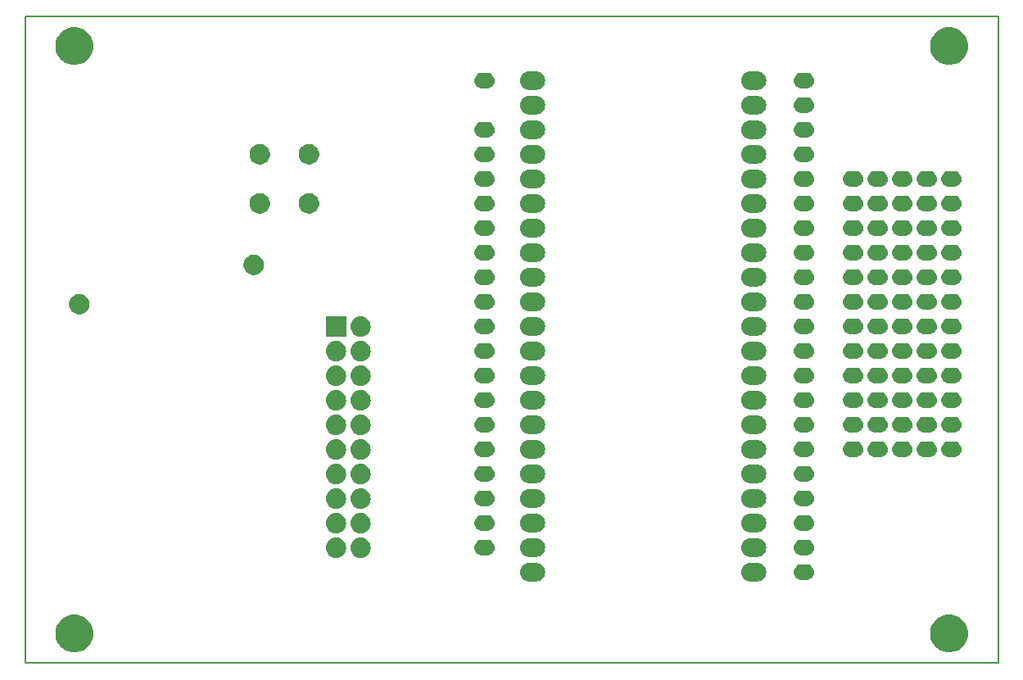
<source format=gbr>
G04 #@! TF.GenerationSoftware,KiCad,Pcbnew,5.0.2-bee76a0~70~ubuntu18.04.1*
G04 #@! TF.CreationDate,2020-06-09T18:29:45+02:00*
G04 #@! TF.ProjectId,DemoNixieControl-KiCad,44656d6f-4e69-4786-9965-436f6e74726f,rev?*
G04 #@! TF.SameCoordinates,Original*
G04 #@! TF.FileFunction,Soldermask,Bot*
G04 #@! TF.FilePolarity,Negative*
%FSLAX46Y46*%
G04 Gerber Fmt 4.6, Leading zero omitted, Abs format (unit mm)*
G04 Created by KiCad (PCBNEW 5.0.2-bee76a0~70~ubuntu18.04.1) date mar. 09 juin 2020 18:29:45 CEST*
%MOMM*%
%LPD*%
G01*
G04 APERTURE LIST*
%ADD10C,0.150000*%
%ADD11C,0.020000*%
G04 APERTURE END LIST*
D10*
X143885591Y-64755330D02*
X244469591Y-64755330D01*
X143885591Y-131557330D02*
X143885591Y-64755330D01*
X244469591Y-131557330D02*
X143885591Y-131557330D01*
X244469591Y-64755330D02*
X244469591Y-131557330D01*
D11*
G36*
X239958674Y-126633305D02*
X239958676Y-126633306D01*
X239958677Y-126633306D01*
X240313736Y-126780376D01*
X240313737Y-126780377D01*
X240633284Y-126993891D01*
X240905030Y-127265637D01*
X240905032Y-127265640D01*
X241118545Y-127585185D01*
X241265615Y-127940244D01*
X241340591Y-128317173D01*
X241340591Y-128701487D01*
X241265615Y-129078416D01*
X241118545Y-129433475D01*
X241118544Y-129433476D01*
X240905030Y-129753023D01*
X240633284Y-130024769D01*
X240633281Y-130024771D01*
X240313736Y-130238284D01*
X239958677Y-130385354D01*
X239958676Y-130385354D01*
X239958674Y-130385355D01*
X239581749Y-130460330D01*
X239197433Y-130460330D01*
X238820508Y-130385355D01*
X238820506Y-130385354D01*
X238820505Y-130385354D01*
X238465446Y-130238284D01*
X238145901Y-130024771D01*
X238145898Y-130024769D01*
X237874152Y-129753023D01*
X237660638Y-129433476D01*
X237660637Y-129433475D01*
X237513567Y-129078416D01*
X237438591Y-128701487D01*
X237438591Y-128317173D01*
X237513567Y-127940244D01*
X237660637Y-127585185D01*
X237874150Y-127265640D01*
X237874152Y-127265637D01*
X238145898Y-126993891D01*
X238465445Y-126780377D01*
X238465446Y-126780376D01*
X238820505Y-126633306D01*
X238820506Y-126633306D01*
X238820508Y-126633305D01*
X239197433Y-126558330D01*
X239581749Y-126558330D01*
X239958674Y-126633305D01*
X239958674Y-126633305D01*
G37*
G36*
X149534674Y-126633305D02*
X149534676Y-126633306D01*
X149534677Y-126633306D01*
X149889736Y-126780376D01*
X149889737Y-126780377D01*
X150209284Y-126993891D01*
X150481030Y-127265637D01*
X150481032Y-127265640D01*
X150694545Y-127585185D01*
X150841615Y-127940244D01*
X150916591Y-128317173D01*
X150916591Y-128701487D01*
X150841615Y-129078416D01*
X150694545Y-129433475D01*
X150694544Y-129433476D01*
X150481030Y-129753023D01*
X150209284Y-130024769D01*
X150209281Y-130024771D01*
X149889736Y-130238284D01*
X149534677Y-130385354D01*
X149534676Y-130385354D01*
X149534674Y-130385355D01*
X149157749Y-130460330D01*
X148773433Y-130460330D01*
X148396508Y-130385355D01*
X148396506Y-130385354D01*
X148396505Y-130385354D01*
X148041446Y-130238284D01*
X147721901Y-130024771D01*
X147721898Y-130024769D01*
X147450152Y-129753023D01*
X147236638Y-129433476D01*
X147236637Y-129433475D01*
X147089567Y-129078416D01*
X147014591Y-128701487D01*
X147014591Y-128317173D01*
X147089567Y-127940244D01*
X147236637Y-127585185D01*
X147450150Y-127265640D01*
X147450152Y-127265637D01*
X147721898Y-126993891D01*
X148041445Y-126780377D01*
X148041446Y-126780376D01*
X148396505Y-126633306D01*
X148396506Y-126633306D01*
X148396508Y-126633305D01*
X148773433Y-126558330D01*
X149157749Y-126558330D01*
X149534674Y-126633305D01*
X149534674Y-126633305D01*
G37*
G36*
X219733016Y-121222090D02*
X219733019Y-121222091D01*
X219733020Y-121222091D01*
X219912284Y-121276470D01*
X219912286Y-121276471D01*
X220077496Y-121364778D01*
X220222303Y-121483618D01*
X220341143Y-121628425D01*
X220429450Y-121793635D01*
X220483831Y-121972905D01*
X220502192Y-122159330D01*
X220483831Y-122345755D01*
X220429450Y-122525025D01*
X220341143Y-122690235D01*
X220222303Y-122835042D01*
X220077496Y-122953882D01*
X220077494Y-122953883D01*
X219912284Y-123042190D01*
X219733020Y-123096569D01*
X219733019Y-123096569D01*
X219733016Y-123096570D01*
X219593309Y-123110330D01*
X218799873Y-123110330D01*
X218660166Y-123096570D01*
X218660163Y-123096569D01*
X218660162Y-123096569D01*
X218480898Y-123042190D01*
X218315688Y-122953883D01*
X218315686Y-122953882D01*
X218170879Y-122835042D01*
X218052039Y-122690235D01*
X217963732Y-122525025D01*
X217909351Y-122345755D01*
X217890990Y-122159330D01*
X217909351Y-121972905D01*
X217963732Y-121793635D01*
X218052039Y-121628425D01*
X218170879Y-121483618D01*
X218315686Y-121364778D01*
X218480896Y-121276471D01*
X218480898Y-121276470D01*
X218660162Y-121222091D01*
X218660163Y-121222091D01*
X218660166Y-121222090D01*
X218799873Y-121208330D01*
X219593309Y-121208330D01*
X219733016Y-121222090D01*
X219733016Y-121222090D01*
G37*
G36*
X196873016Y-121222090D02*
X196873019Y-121222091D01*
X196873020Y-121222091D01*
X197052284Y-121276470D01*
X197052286Y-121276471D01*
X197217496Y-121364778D01*
X197362303Y-121483618D01*
X197481143Y-121628425D01*
X197569450Y-121793635D01*
X197623831Y-121972905D01*
X197642192Y-122159330D01*
X197623831Y-122345755D01*
X197569450Y-122525025D01*
X197481143Y-122690235D01*
X197362303Y-122835042D01*
X197217496Y-122953882D01*
X197217494Y-122953883D01*
X197052284Y-123042190D01*
X196873020Y-123096569D01*
X196873019Y-123096569D01*
X196873016Y-123096570D01*
X196733309Y-123110330D01*
X195939873Y-123110330D01*
X195800166Y-123096570D01*
X195800163Y-123096569D01*
X195800162Y-123096569D01*
X195620898Y-123042190D01*
X195455688Y-122953883D01*
X195455686Y-122953882D01*
X195310879Y-122835042D01*
X195192039Y-122690235D01*
X195103732Y-122525025D01*
X195049351Y-122345755D01*
X195030990Y-122159330D01*
X195049351Y-121972905D01*
X195103732Y-121793635D01*
X195192039Y-121628425D01*
X195310879Y-121483618D01*
X195455686Y-121364778D01*
X195620896Y-121276471D01*
X195620898Y-121276470D01*
X195800162Y-121222091D01*
X195800163Y-121222091D01*
X195800166Y-121222090D01*
X195939873Y-121208330D01*
X196733309Y-121208330D01*
X196873016Y-121222090D01*
X196873016Y-121222090D01*
G37*
G36*
X224721338Y-121350251D02*
X224800967Y-121358094D01*
X224903134Y-121389086D01*
X224954219Y-121404582D01*
X225095456Y-121480075D01*
X225219250Y-121581671D01*
X225320846Y-121705465D01*
X225396339Y-121846702D01*
X225396339Y-121846703D01*
X225442827Y-121999954D01*
X225458524Y-122159330D01*
X225442827Y-122318706D01*
X225411835Y-122420873D01*
X225396339Y-122471958D01*
X225320846Y-122613195D01*
X225219250Y-122736989D01*
X225095456Y-122838585D01*
X224954219Y-122914078D01*
X224903134Y-122929574D01*
X224800967Y-122960566D01*
X224721338Y-122968409D01*
X224681525Y-122972330D01*
X224125657Y-122972330D01*
X224085844Y-122968409D01*
X224006215Y-122960566D01*
X223904048Y-122929574D01*
X223852963Y-122914078D01*
X223711726Y-122838585D01*
X223587932Y-122736989D01*
X223486336Y-122613195D01*
X223410843Y-122471958D01*
X223395347Y-122420873D01*
X223364355Y-122318706D01*
X223348658Y-122159330D01*
X223364355Y-121999954D01*
X223410843Y-121846703D01*
X223410843Y-121846702D01*
X223486336Y-121705465D01*
X223587932Y-121581671D01*
X223711726Y-121480075D01*
X223852963Y-121404582D01*
X223904048Y-121389086D01*
X224006215Y-121358094D01*
X224085844Y-121350251D01*
X224125657Y-121346330D01*
X224681525Y-121346330D01*
X224721338Y-121350251D01*
X224721338Y-121350251D01*
G37*
G36*
X178644510Y-118586041D02*
X178768032Y-118598207D01*
X178966146Y-118658305D01*
X179148729Y-118755897D01*
X179308765Y-118887235D01*
X179440103Y-119047271D01*
X179537695Y-119229854D01*
X179597793Y-119427968D01*
X179618085Y-119634000D01*
X179597793Y-119840032D01*
X179537695Y-120038146D01*
X179440103Y-120220729D01*
X179308765Y-120380765D01*
X179148729Y-120512103D01*
X178966146Y-120609695D01*
X178768032Y-120669793D01*
X178644510Y-120681959D01*
X178613631Y-120685000D01*
X178510369Y-120685000D01*
X178479490Y-120681959D01*
X178355968Y-120669793D01*
X178157854Y-120609695D01*
X177975271Y-120512103D01*
X177815235Y-120380765D01*
X177683897Y-120220729D01*
X177586305Y-120038146D01*
X177526207Y-119840032D01*
X177505915Y-119634000D01*
X177526207Y-119427968D01*
X177586305Y-119229854D01*
X177683897Y-119047271D01*
X177815235Y-118887235D01*
X177975271Y-118755897D01*
X178157854Y-118658305D01*
X178355968Y-118598207D01*
X178479490Y-118586041D01*
X178510369Y-118583000D01*
X178613631Y-118583000D01*
X178644510Y-118586041D01*
X178644510Y-118586041D01*
G37*
G36*
X176104510Y-118586041D02*
X176228032Y-118598207D01*
X176426146Y-118658305D01*
X176608729Y-118755897D01*
X176768765Y-118887235D01*
X176900103Y-119047271D01*
X176997695Y-119229854D01*
X177057793Y-119427968D01*
X177078085Y-119634000D01*
X177057793Y-119840032D01*
X176997695Y-120038146D01*
X176900103Y-120220729D01*
X176768765Y-120380765D01*
X176608729Y-120512103D01*
X176426146Y-120609695D01*
X176228032Y-120669793D01*
X176104510Y-120681959D01*
X176073631Y-120685000D01*
X175970369Y-120685000D01*
X175939490Y-120681959D01*
X175815968Y-120669793D01*
X175617854Y-120609695D01*
X175435271Y-120512103D01*
X175275235Y-120380765D01*
X175143897Y-120220729D01*
X175046305Y-120038146D01*
X174986207Y-119840032D01*
X174965915Y-119634000D01*
X174986207Y-119427968D01*
X175046305Y-119229854D01*
X175143897Y-119047271D01*
X175275235Y-118887235D01*
X175435271Y-118755897D01*
X175617854Y-118658305D01*
X175815968Y-118598207D01*
X175939490Y-118586041D01*
X175970369Y-118583000D01*
X176073631Y-118583000D01*
X176104510Y-118586041D01*
X176104510Y-118586041D01*
G37*
G36*
X219733016Y-118682090D02*
X219733019Y-118682091D01*
X219733020Y-118682091D01*
X219912284Y-118736470D01*
X219912286Y-118736471D01*
X220077496Y-118824778D01*
X220222303Y-118943618D01*
X220341143Y-119088425D01*
X220341144Y-119088427D01*
X220429451Y-119253637D01*
X220482335Y-119427972D01*
X220483831Y-119432905D01*
X220502192Y-119619330D01*
X220483831Y-119805755D01*
X220483830Y-119805758D01*
X220483830Y-119805759D01*
X220473435Y-119840028D01*
X220429450Y-119985025D01*
X220341143Y-120150235D01*
X220222303Y-120295042D01*
X220077496Y-120413882D01*
X220077494Y-120413883D01*
X219912284Y-120502190D01*
X219733020Y-120556569D01*
X219733019Y-120556569D01*
X219733016Y-120556570D01*
X219593309Y-120570330D01*
X218799873Y-120570330D01*
X218660166Y-120556570D01*
X218660163Y-120556569D01*
X218660162Y-120556569D01*
X218480898Y-120502190D01*
X218315688Y-120413883D01*
X218315686Y-120413882D01*
X218170879Y-120295042D01*
X218052039Y-120150235D01*
X217963732Y-119985025D01*
X217919748Y-119840028D01*
X217909352Y-119805759D01*
X217909352Y-119805758D01*
X217909351Y-119805755D01*
X217890990Y-119619330D01*
X217909351Y-119432905D01*
X217910847Y-119427972D01*
X217963731Y-119253637D01*
X218052038Y-119088427D01*
X218052039Y-119088425D01*
X218170879Y-118943618D01*
X218315686Y-118824778D01*
X218480896Y-118736471D01*
X218480898Y-118736470D01*
X218660162Y-118682091D01*
X218660163Y-118682091D01*
X218660166Y-118682090D01*
X218799873Y-118668330D01*
X219593309Y-118668330D01*
X219733016Y-118682090D01*
X219733016Y-118682090D01*
G37*
G36*
X196873016Y-118682090D02*
X196873019Y-118682091D01*
X196873020Y-118682091D01*
X197052284Y-118736470D01*
X197052286Y-118736471D01*
X197217496Y-118824778D01*
X197362303Y-118943618D01*
X197481143Y-119088425D01*
X197481144Y-119088427D01*
X197569451Y-119253637D01*
X197622335Y-119427972D01*
X197623831Y-119432905D01*
X197642192Y-119619330D01*
X197623831Y-119805755D01*
X197623830Y-119805758D01*
X197623830Y-119805759D01*
X197613435Y-119840028D01*
X197569450Y-119985025D01*
X197481143Y-120150235D01*
X197362303Y-120295042D01*
X197217496Y-120413882D01*
X197217494Y-120413883D01*
X197052284Y-120502190D01*
X196873020Y-120556569D01*
X196873019Y-120556569D01*
X196873016Y-120556570D01*
X196733309Y-120570330D01*
X195939873Y-120570330D01*
X195800166Y-120556570D01*
X195800163Y-120556569D01*
X195800162Y-120556569D01*
X195620898Y-120502190D01*
X195455688Y-120413883D01*
X195455686Y-120413882D01*
X195310879Y-120295042D01*
X195192039Y-120150235D01*
X195103732Y-119985025D01*
X195059748Y-119840028D01*
X195049352Y-119805759D01*
X195049352Y-119805758D01*
X195049351Y-119805755D01*
X195030990Y-119619330D01*
X195049351Y-119432905D01*
X195050847Y-119427972D01*
X195103731Y-119253637D01*
X195192038Y-119088427D01*
X195192039Y-119088425D01*
X195310879Y-118943618D01*
X195455686Y-118824778D01*
X195620896Y-118736471D01*
X195620898Y-118736470D01*
X195800162Y-118682091D01*
X195800163Y-118682091D01*
X195800166Y-118682090D01*
X195939873Y-118668330D01*
X196733309Y-118668330D01*
X196873016Y-118682090D01*
X196873016Y-118682090D01*
G37*
G36*
X191701338Y-118810251D02*
X191780967Y-118818094D01*
X191883134Y-118849086D01*
X191934219Y-118864582D01*
X192075456Y-118940075D01*
X192199250Y-119041671D01*
X192300846Y-119165465D01*
X192376339Y-119306702D01*
X192376339Y-119306703D01*
X192422827Y-119459954D01*
X192438524Y-119619330D01*
X192422827Y-119778706D01*
X192404225Y-119840028D01*
X192376339Y-119931958D01*
X192300846Y-120073195D01*
X192199250Y-120196989D01*
X192075456Y-120298585D01*
X191934219Y-120374078D01*
X191912174Y-120380765D01*
X191780967Y-120420566D01*
X191701338Y-120428409D01*
X191661525Y-120432330D01*
X191105657Y-120432330D01*
X191065844Y-120428409D01*
X190986215Y-120420566D01*
X190855008Y-120380765D01*
X190832963Y-120374078D01*
X190691726Y-120298585D01*
X190567932Y-120196989D01*
X190466336Y-120073195D01*
X190390843Y-119931958D01*
X190362957Y-119840028D01*
X190344355Y-119778706D01*
X190328658Y-119619330D01*
X190344355Y-119459954D01*
X190390843Y-119306703D01*
X190390843Y-119306702D01*
X190466336Y-119165465D01*
X190567932Y-119041671D01*
X190691726Y-118940075D01*
X190832963Y-118864582D01*
X190884048Y-118849086D01*
X190986215Y-118818094D01*
X191065844Y-118810251D01*
X191105657Y-118806330D01*
X191661525Y-118806330D01*
X191701338Y-118810251D01*
X191701338Y-118810251D01*
G37*
G36*
X224721338Y-118810251D02*
X224800967Y-118818094D01*
X224903134Y-118849086D01*
X224954219Y-118864582D01*
X225095456Y-118940075D01*
X225219250Y-119041671D01*
X225320846Y-119165465D01*
X225396339Y-119306702D01*
X225396339Y-119306703D01*
X225442827Y-119459954D01*
X225458524Y-119619330D01*
X225442827Y-119778706D01*
X225424225Y-119840028D01*
X225396339Y-119931958D01*
X225320846Y-120073195D01*
X225219250Y-120196989D01*
X225095456Y-120298585D01*
X224954219Y-120374078D01*
X224932174Y-120380765D01*
X224800967Y-120420566D01*
X224721338Y-120428409D01*
X224681525Y-120432330D01*
X224125657Y-120432330D01*
X224085844Y-120428409D01*
X224006215Y-120420566D01*
X223875008Y-120380765D01*
X223852963Y-120374078D01*
X223711726Y-120298585D01*
X223587932Y-120196989D01*
X223486336Y-120073195D01*
X223410843Y-119931958D01*
X223382957Y-119840028D01*
X223364355Y-119778706D01*
X223348658Y-119619330D01*
X223364355Y-119459954D01*
X223410843Y-119306703D01*
X223410843Y-119306702D01*
X223486336Y-119165465D01*
X223587932Y-119041671D01*
X223711726Y-118940075D01*
X223852963Y-118864582D01*
X223904048Y-118849086D01*
X224006215Y-118818094D01*
X224085844Y-118810251D01*
X224125657Y-118806330D01*
X224681525Y-118806330D01*
X224721338Y-118810251D01*
X224721338Y-118810251D01*
G37*
G36*
X178644510Y-116046041D02*
X178768032Y-116058207D01*
X178966146Y-116118305D01*
X179148729Y-116215897D01*
X179308765Y-116347235D01*
X179440103Y-116507271D01*
X179537695Y-116689854D01*
X179597793Y-116887968D01*
X179618085Y-117094000D01*
X179597793Y-117300032D01*
X179537695Y-117498146D01*
X179440103Y-117680729D01*
X179308765Y-117840765D01*
X179148729Y-117972103D01*
X178966146Y-118069695D01*
X178768032Y-118129793D01*
X178644510Y-118141959D01*
X178613631Y-118145000D01*
X178510369Y-118145000D01*
X178479490Y-118141959D01*
X178355968Y-118129793D01*
X178157854Y-118069695D01*
X177975271Y-117972103D01*
X177815235Y-117840765D01*
X177683897Y-117680729D01*
X177586305Y-117498146D01*
X177526207Y-117300032D01*
X177505915Y-117094000D01*
X177526207Y-116887968D01*
X177586305Y-116689854D01*
X177683897Y-116507271D01*
X177815235Y-116347235D01*
X177975271Y-116215897D01*
X178157854Y-116118305D01*
X178355968Y-116058207D01*
X178479490Y-116046041D01*
X178510369Y-116043000D01*
X178613631Y-116043000D01*
X178644510Y-116046041D01*
X178644510Y-116046041D01*
G37*
G36*
X176104510Y-116046041D02*
X176228032Y-116058207D01*
X176426146Y-116118305D01*
X176608729Y-116215897D01*
X176768765Y-116347235D01*
X176900103Y-116507271D01*
X176997695Y-116689854D01*
X177057793Y-116887968D01*
X177078085Y-117094000D01*
X177057793Y-117300032D01*
X176997695Y-117498146D01*
X176900103Y-117680729D01*
X176768765Y-117840765D01*
X176608729Y-117972103D01*
X176426146Y-118069695D01*
X176228032Y-118129793D01*
X176104510Y-118141959D01*
X176073631Y-118145000D01*
X175970369Y-118145000D01*
X175939490Y-118141959D01*
X175815968Y-118129793D01*
X175617854Y-118069695D01*
X175435271Y-117972103D01*
X175275235Y-117840765D01*
X175143897Y-117680729D01*
X175046305Y-117498146D01*
X174986207Y-117300032D01*
X174965915Y-117094000D01*
X174986207Y-116887968D01*
X175046305Y-116689854D01*
X175143897Y-116507271D01*
X175275235Y-116347235D01*
X175435271Y-116215897D01*
X175617854Y-116118305D01*
X175815968Y-116058207D01*
X175939490Y-116046041D01*
X175970369Y-116043000D01*
X176073631Y-116043000D01*
X176104510Y-116046041D01*
X176104510Y-116046041D01*
G37*
G36*
X219733016Y-116142090D02*
X219733019Y-116142091D01*
X219733020Y-116142091D01*
X219912284Y-116196470D01*
X219912286Y-116196471D01*
X220077496Y-116284778D01*
X220222303Y-116403618D01*
X220341143Y-116548425D01*
X220341144Y-116548427D01*
X220429451Y-116713637D01*
X220482335Y-116887972D01*
X220483831Y-116892905D01*
X220502192Y-117079330D01*
X220483831Y-117265755D01*
X220483830Y-117265758D01*
X220483830Y-117265759D01*
X220473435Y-117300028D01*
X220429450Y-117445025D01*
X220341143Y-117610235D01*
X220222303Y-117755042D01*
X220077496Y-117873882D01*
X220077494Y-117873883D01*
X219912284Y-117962190D01*
X219733020Y-118016569D01*
X219733019Y-118016569D01*
X219733016Y-118016570D01*
X219593309Y-118030330D01*
X218799873Y-118030330D01*
X218660166Y-118016570D01*
X218660163Y-118016569D01*
X218660162Y-118016569D01*
X218480898Y-117962190D01*
X218315688Y-117873883D01*
X218315686Y-117873882D01*
X218170879Y-117755042D01*
X218052039Y-117610235D01*
X217963732Y-117445025D01*
X217919748Y-117300028D01*
X217909352Y-117265759D01*
X217909352Y-117265758D01*
X217909351Y-117265755D01*
X217890990Y-117079330D01*
X217909351Y-116892905D01*
X217910847Y-116887972D01*
X217963731Y-116713637D01*
X218052038Y-116548427D01*
X218052039Y-116548425D01*
X218170879Y-116403618D01*
X218315686Y-116284778D01*
X218480896Y-116196471D01*
X218480898Y-116196470D01*
X218660162Y-116142091D01*
X218660163Y-116142091D01*
X218660166Y-116142090D01*
X218799873Y-116128330D01*
X219593309Y-116128330D01*
X219733016Y-116142090D01*
X219733016Y-116142090D01*
G37*
G36*
X196873016Y-116142090D02*
X196873019Y-116142091D01*
X196873020Y-116142091D01*
X197052284Y-116196470D01*
X197052286Y-116196471D01*
X197217496Y-116284778D01*
X197362303Y-116403618D01*
X197481143Y-116548425D01*
X197481144Y-116548427D01*
X197569451Y-116713637D01*
X197622335Y-116887972D01*
X197623831Y-116892905D01*
X197642192Y-117079330D01*
X197623831Y-117265755D01*
X197623830Y-117265758D01*
X197623830Y-117265759D01*
X197613435Y-117300028D01*
X197569450Y-117445025D01*
X197481143Y-117610235D01*
X197362303Y-117755042D01*
X197217496Y-117873882D01*
X197217494Y-117873883D01*
X197052284Y-117962190D01*
X196873020Y-118016569D01*
X196873019Y-118016569D01*
X196873016Y-118016570D01*
X196733309Y-118030330D01*
X195939873Y-118030330D01*
X195800166Y-118016570D01*
X195800163Y-118016569D01*
X195800162Y-118016569D01*
X195620898Y-117962190D01*
X195455688Y-117873883D01*
X195455686Y-117873882D01*
X195310879Y-117755042D01*
X195192039Y-117610235D01*
X195103732Y-117445025D01*
X195059748Y-117300028D01*
X195049352Y-117265759D01*
X195049352Y-117265758D01*
X195049351Y-117265755D01*
X195030990Y-117079330D01*
X195049351Y-116892905D01*
X195050847Y-116887972D01*
X195103731Y-116713637D01*
X195192038Y-116548427D01*
X195192039Y-116548425D01*
X195310879Y-116403618D01*
X195455686Y-116284778D01*
X195620896Y-116196471D01*
X195620898Y-116196470D01*
X195800162Y-116142091D01*
X195800163Y-116142091D01*
X195800166Y-116142090D01*
X195939873Y-116128330D01*
X196733309Y-116128330D01*
X196873016Y-116142090D01*
X196873016Y-116142090D01*
G37*
G36*
X224721338Y-116270251D02*
X224800967Y-116278094D01*
X224903134Y-116309086D01*
X224954219Y-116324582D01*
X225095456Y-116400075D01*
X225219250Y-116501671D01*
X225320846Y-116625465D01*
X225396339Y-116766702D01*
X225396339Y-116766703D01*
X225442827Y-116919954D01*
X225458524Y-117079330D01*
X225442827Y-117238706D01*
X225424225Y-117300028D01*
X225396339Y-117391958D01*
X225320846Y-117533195D01*
X225219250Y-117656989D01*
X225095456Y-117758585D01*
X224954219Y-117834078D01*
X224932174Y-117840765D01*
X224800967Y-117880566D01*
X224721338Y-117888409D01*
X224681525Y-117892330D01*
X224125657Y-117892330D01*
X224085844Y-117888409D01*
X224006215Y-117880566D01*
X223875008Y-117840765D01*
X223852963Y-117834078D01*
X223711726Y-117758585D01*
X223587932Y-117656989D01*
X223486336Y-117533195D01*
X223410843Y-117391958D01*
X223382957Y-117300028D01*
X223364355Y-117238706D01*
X223348658Y-117079330D01*
X223364355Y-116919954D01*
X223410843Y-116766703D01*
X223410843Y-116766702D01*
X223486336Y-116625465D01*
X223587932Y-116501671D01*
X223711726Y-116400075D01*
X223852963Y-116324582D01*
X223904048Y-116309086D01*
X224006215Y-116278094D01*
X224085844Y-116270251D01*
X224125657Y-116266330D01*
X224681525Y-116266330D01*
X224721338Y-116270251D01*
X224721338Y-116270251D01*
G37*
G36*
X191701338Y-116270251D02*
X191780967Y-116278094D01*
X191883134Y-116309086D01*
X191934219Y-116324582D01*
X192075456Y-116400075D01*
X192199250Y-116501671D01*
X192300846Y-116625465D01*
X192376339Y-116766702D01*
X192376339Y-116766703D01*
X192422827Y-116919954D01*
X192438524Y-117079330D01*
X192422827Y-117238706D01*
X192404225Y-117300028D01*
X192376339Y-117391958D01*
X192300846Y-117533195D01*
X192199250Y-117656989D01*
X192075456Y-117758585D01*
X191934219Y-117834078D01*
X191912174Y-117840765D01*
X191780967Y-117880566D01*
X191701338Y-117888409D01*
X191661525Y-117892330D01*
X191105657Y-117892330D01*
X191065844Y-117888409D01*
X190986215Y-117880566D01*
X190855008Y-117840765D01*
X190832963Y-117834078D01*
X190691726Y-117758585D01*
X190567932Y-117656989D01*
X190466336Y-117533195D01*
X190390843Y-117391958D01*
X190362957Y-117300028D01*
X190344355Y-117238706D01*
X190328658Y-117079330D01*
X190344355Y-116919954D01*
X190390843Y-116766703D01*
X190390843Y-116766702D01*
X190466336Y-116625465D01*
X190567932Y-116501671D01*
X190691726Y-116400075D01*
X190832963Y-116324582D01*
X190884048Y-116309086D01*
X190986215Y-116278094D01*
X191065844Y-116270251D01*
X191105657Y-116266330D01*
X191661525Y-116266330D01*
X191701338Y-116270251D01*
X191701338Y-116270251D01*
G37*
G36*
X176104510Y-113506041D02*
X176228032Y-113518207D01*
X176426146Y-113578305D01*
X176608729Y-113675897D01*
X176768765Y-113807235D01*
X176900103Y-113967271D01*
X176997695Y-114149854D01*
X177057793Y-114347968D01*
X177078085Y-114554000D01*
X177057793Y-114760032D01*
X176997695Y-114958146D01*
X176900103Y-115140729D01*
X176768765Y-115300765D01*
X176608729Y-115432103D01*
X176426146Y-115529695D01*
X176228032Y-115589793D01*
X176104510Y-115601959D01*
X176073631Y-115605000D01*
X175970369Y-115605000D01*
X175939490Y-115601959D01*
X175815968Y-115589793D01*
X175617854Y-115529695D01*
X175435271Y-115432103D01*
X175275235Y-115300765D01*
X175143897Y-115140729D01*
X175046305Y-114958146D01*
X174986207Y-114760032D01*
X174965915Y-114554000D01*
X174986207Y-114347968D01*
X175046305Y-114149854D01*
X175143897Y-113967271D01*
X175275235Y-113807235D01*
X175435271Y-113675897D01*
X175617854Y-113578305D01*
X175815968Y-113518207D01*
X175939490Y-113506041D01*
X175970369Y-113503000D01*
X176073631Y-113503000D01*
X176104510Y-113506041D01*
X176104510Y-113506041D01*
G37*
G36*
X178644510Y-113506041D02*
X178768032Y-113518207D01*
X178966146Y-113578305D01*
X179148729Y-113675897D01*
X179308765Y-113807235D01*
X179440103Y-113967271D01*
X179537695Y-114149854D01*
X179597793Y-114347968D01*
X179618085Y-114554000D01*
X179597793Y-114760032D01*
X179537695Y-114958146D01*
X179440103Y-115140729D01*
X179308765Y-115300765D01*
X179148729Y-115432103D01*
X178966146Y-115529695D01*
X178768032Y-115589793D01*
X178644510Y-115601959D01*
X178613631Y-115605000D01*
X178510369Y-115605000D01*
X178479490Y-115601959D01*
X178355968Y-115589793D01*
X178157854Y-115529695D01*
X177975271Y-115432103D01*
X177815235Y-115300765D01*
X177683897Y-115140729D01*
X177586305Y-114958146D01*
X177526207Y-114760032D01*
X177505915Y-114554000D01*
X177526207Y-114347968D01*
X177586305Y-114149854D01*
X177683897Y-113967271D01*
X177815235Y-113807235D01*
X177975271Y-113675897D01*
X178157854Y-113578305D01*
X178355968Y-113518207D01*
X178479490Y-113506041D01*
X178510369Y-113503000D01*
X178613631Y-113503000D01*
X178644510Y-113506041D01*
X178644510Y-113506041D01*
G37*
G36*
X196873016Y-113602090D02*
X196873019Y-113602091D01*
X196873020Y-113602091D01*
X197052284Y-113656470D01*
X197052286Y-113656471D01*
X197217496Y-113744778D01*
X197362303Y-113863618D01*
X197481143Y-114008425D01*
X197481144Y-114008427D01*
X197569451Y-114173637D01*
X197622335Y-114347972D01*
X197623831Y-114352905D01*
X197642192Y-114539330D01*
X197623831Y-114725755D01*
X197623830Y-114725758D01*
X197623830Y-114725759D01*
X197613435Y-114760028D01*
X197569450Y-114905025D01*
X197481143Y-115070235D01*
X197362303Y-115215042D01*
X197217496Y-115333882D01*
X197217494Y-115333883D01*
X197052284Y-115422190D01*
X196873020Y-115476569D01*
X196873019Y-115476569D01*
X196873016Y-115476570D01*
X196733309Y-115490330D01*
X195939873Y-115490330D01*
X195800166Y-115476570D01*
X195800163Y-115476569D01*
X195800162Y-115476569D01*
X195620898Y-115422190D01*
X195455688Y-115333883D01*
X195455686Y-115333882D01*
X195310879Y-115215042D01*
X195192039Y-115070235D01*
X195103732Y-114905025D01*
X195059748Y-114760028D01*
X195049352Y-114725759D01*
X195049352Y-114725758D01*
X195049351Y-114725755D01*
X195030990Y-114539330D01*
X195049351Y-114352905D01*
X195050847Y-114347972D01*
X195103731Y-114173637D01*
X195192038Y-114008427D01*
X195192039Y-114008425D01*
X195310879Y-113863618D01*
X195455686Y-113744778D01*
X195620896Y-113656471D01*
X195620898Y-113656470D01*
X195800162Y-113602091D01*
X195800163Y-113602091D01*
X195800166Y-113602090D01*
X195939873Y-113588330D01*
X196733309Y-113588330D01*
X196873016Y-113602090D01*
X196873016Y-113602090D01*
G37*
G36*
X219733016Y-113602090D02*
X219733019Y-113602091D01*
X219733020Y-113602091D01*
X219912284Y-113656470D01*
X219912286Y-113656471D01*
X220077496Y-113744778D01*
X220222303Y-113863618D01*
X220341143Y-114008425D01*
X220341144Y-114008427D01*
X220429451Y-114173637D01*
X220482335Y-114347972D01*
X220483831Y-114352905D01*
X220502192Y-114539330D01*
X220483831Y-114725755D01*
X220483830Y-114725758D01*
X220483830Y-114725759D01*
X220473435Y-114760028D01*
X220429450Y-114905025D01*
X220341143Y-115070235D01*
X220222303Y-115215042D01*
X220077496Y-115333882D01*
X220077494Y-115333883D01*
X219912284Y-115422190D01*
X219733020Y-115476569D01*
X219733019Y-115476569D01*
X219733016Y-115476570D01*
X219593309Y-115490330D01*
X218799873Y-115490330D01*
X218660166Y-115476570D01*
X218660163Y-115476569D01*
X218660162Y-115476569D01*
X218480898Y-115422190D01*
X218315688Y-115333883D01*
X218315686Y-115333882D01*
X218170879Y-115215042D01*
X218052039Y-115070235D01*
X217963732Y-114905025D01*
X217919748Y-114760028D01*
X217909352Y-114725759D01*
X217909352Y-114725758D01*
X217909351Y-114725755D01*
X217890990Y-114539330D01*
X217909351Y-114352905D01*
X217910847Y-114347972D01*
X217963731Y-114173637D01*
X218052038Y-114008427D01*
X218052039Y-114008425D01*
X218170879Y-113863618D01*
X218315686Y-113744778D01*
X218480896Y-113656471D01*
X218480898Y-113656470D01*
X218660162Y-113602091D01*
X218660163Y-113602091D01*
X218660166Y-113602090D01*
X218799873Y-113588330D01*
X219593309Y-113588330D01*
X219733016Y-113602090D01*
X219733016Y-113602090D01*
G37*
G36*
X191701338Y-113730251D02*
X191780967Y-113738094D01*
X191883134Y-113769086D01*
X191934219Y-113784582D01*
X192075456Y-113860075D01*
X192199250Y-113961671D01*
X192300846Y-114085465D01*
X192376339Y-114226702D01*
X192376339Y-114226703D01*
X192422827Y-114379954D01*
X192438524Y-114539330D01*
X192422827Y-114698706D01*
X192404225Y-114760028D01*
X192376339Y-114851958D01*
X192300846Y-114993195D01*
X192199250Y-115116989D01*
X192075456Y-115218585D01*
X191934219Y-115294078D01*
X191912174Y-115300765D01*
X191780967Y-115340566D01*
X191701338Y-115348409D01*
X191661525Y-115352330D01*
X191105657Y-115352330D01*
X191065844Y-115348409D01*
X190986215Y-115340566D01*
X190855008Y-115300765D01*
X190832963Y-115294078D01*
X190691726Y-115218585D01*
X190567932Y-115116989D01*
X190466336Y-114993195D01*
X190390843Y-114851958D01*
X190362957Y-114760028D01*
X190344355Y-114698706D01*
X190328658Y-114539330D01*
X190344355Y-114379954D01*
X190390843Y-114226703D01*
X190390843Y-114226702D01*
X190466336Y-114085465D01*
X190567932Y-113961671D01*
X190691726Y-113860075D01*
X190832963Y-113784582D01*
X190884048Y-113769086D01*
X190986215Y-113738094D01*
X191065844Y-113730251D01*
X191105657Y-113726330D01*
X191661525Y-113726330D01*
X191701338Y-113730251D01*
X191701338Y-113730251D01*
G37*
G36*
X224721338Y-113730251D02*
X224800967Y-113738094D01*
X224903134Y-113769086D01*
X224954219Y-113784582D01*
X225095456Y-113860075D01*
X225219250Y-113961671D01*
X225320846Y-114085465D01*
X225396339Y-114226702D01*
X225396339Y-114226703D01*
X225442827Y-114379954D01*
X225458524Y-114539330D01*
X225442827Y-114698706D01*
X225424225Y-114760028D01*
X225396339Y-114851958D01*
X225320846Y-114993195D01*
X225219250Y-115116989D01*
X225095456Y-115218585D01*
X224954219Y-115294078D01*
X224932174Y-115300765D01*
X224800967Y-115340566D01*
X224721338Y-115348409D01*
X224681525Y-115352330D01*
X224125657Y-115352330D01*
X224085844Y-115348409D01*
X224006215Y-115340566D01*
X223875008Y-115300765D01*
X223852963Y-115294078D01*
X223711726Y-115218585D01*
X223587932Y-115116989D01*
X223486336Y-114993195D01*
X223410843Y-114851958D01*
X223382957Y-114760028D01*
X223364355Y-114698706D01*
X223348658Y-114539330D01*
X223364355Y-114379954D01*
X223410843Y-114226703D01*
X223410843Y-114226702D01*
X223486336Y-114085465D01*
X223587932Y-113961671D01*
X223711726Y-113860075D01*
X223852963Y-113784582D01*
X223904048Y-113769086D01*
X224006215Y-113738094D01*
X224085844Y-113730251D01*
X224125657Y-113726330D01*
X224681525Y-113726330D01*
X224721338Y-113730251D01*
X224721338Y-113730251D01*
G37*
G36*
X176104510Y-110966041D02*
X176228032Y-110978207D01*
X176426146Y-111038305D01*
X176608729Y-111135897D01*
X176768765Y-111267235D01*
X176900103Y-111427271D01*
X176997695Y-111609854D01*
X177057793Y-111807968D01*
X177078085Y-112014000D01*
X177057793Y-112220032D01*
X176997695Y-112418146D01*
X176900103Y-112600729D01*
X176768765Y-112760765D01*
X176608729Y-112892103D01*
X176426146Y-112989695D01*
X176228032Y-113049793D01*
X176104510Y-113061959D01*
X176073631Y-113065000D01*
X175970369Y-113065000D01*
X175939490Y-113061959D01*
X175815968Y-113049793D01*
X175617854Y-112989695D01*
X175435271Y-112892103D01*
X175275235Y-112760765D01*
X175143897Y-112600729D01*
X175046305Y-112418146D01*
X174986207Y-112220032D01*
X174965915Y-112014000D01*
X174986207Y-111807968D01*
X175046305Y-111609854D01*
X175143897Y-111427271D01*
X175275235Y-111267235D01*
X175435271Y-111135897D01*
X175617854Y-111038305D01*
X175815968Y-110978207D01*
X175939490Y-110966041D01*
X175970369Y-110963000D01*
X176073631Y-110963000D01*
X176104510Y-110966041D01*
X176104510Y-110966041D01*
G37*
G36*
X178644510Y-110966041D02*
X178768032Y-110978207D01*
X178966146Y-111038305D01*
X179148729Y-111135897D01*
X179308765Y-111267235D01*
X179440103Y-111427271D01*
X179537695Y-111609854D01*
X179597793Y-111807968D01*
X179618085Y-112014000D01*
X179597793Y-112220032D01*
X179537695Y-112418146D01*
X179440103Y-112600729D01*
X179308765Y-112760765D01*
X179148729Y-112892103D01*
X178966146Y-112989695D01*
X178768032Y-113049793D01*
X178644510Y-113061959D01*
X178613631Y-113065000D01*
X178510369Y-113065000D01*
X178479490Y-113061959D01*
X178355968Y-113049793D01*
X178157854Y-112989695D01*
X177975271Y-112892103D01*
X177815235Y-112760765D01*
X177683897Y-112600729D01*
X177586305Y-112418146D01*
X177526207Y-112220032D01*
X177505915Y-112014000D01*
X177526207Y-111807968D01*
X177586305Y-111609854D01*
X177683897Y-111427271D01*
X177815235Y-111267235D01*
X177975271Y-111135897D01*
X178157854Y-111038305D01*
X178355968Y-110978207D01*
X178479490Y-110966041D01*
X178510369Y-110963000D01*
X178613631Y-110963000D01*
X178644510Y-110966041D01*
X178644510Y-110966041D01*
G37*
G36*
X196873016Y-111062090D02*
X196873019Y-111062091D01*
X196873020Y-111062091D01*
X197052284Y-111116470D01*
X197052286Y-111116471D01*
X197217496Y-111204778D01*
X197362303Y-111323618D01*
X197481143Y-111468425D01*
X197481144Y-111468427D01*
X197569451Y-111633637D01*
X197622335Y-111807972D01*
X197623831Y-111812905D01*
X197642192Y-111999330D01*
X197623831Y-112185755D01*
X197623830Y-112185758D01*
X197623830Y-112185759D01*
X197613435Y-112220028D01*
X197569450Y-112365025D01*
X197481143Y-112530235D01*
X197362303Y-112675042D01*
X197217496Y-112793882D01*
X197217494Y-112793883D01*
X197052284Y-112882190D01*
X196873020Y-112936569D01*
X196873019Y-112936569D01*
X196873016Y-112936570D01*
X196733309Y-112950330D01*
X195939873Y-112950330D01*
X195800166Y-112936570D01*
X195800163Y-112936569D01*
X195800162Y-112936569D01*
X195620898Y-112882190D01*
X195455688Y-112793883D01*
X195455686Y-112793882D01*
X195310879Y-112675042D01*
X195192039Y-112530235D01*
X195103732Y-112365025D01*
X195059748Y-112220028D01*
X195049352Y-112185759D01*
X195049352Y-112185758D01*
X195049351Y-112185755D01*
X195030990Y-111999330D01*
X195049351Y-111812905D01*
X195050847Y-111807972D01*
X195103731Y-111633637D01*
X195192038Y-111468427D01*
X195192039Y-111468425D01*
X195310879Y-111323618D01*
X195455686Y-111204778D01*
X195620896Y-111116471D01*
X195620898Y-111116470D01*
X195800162Y-111062091D01*
X195800163Y-111062091D01*
X195800166Y-111062090D01*
X195939873Y-111048330D01*
X196733309Y-111048330D01*
X196873016Y-111062090D01*
X196873016Y-111062090D01*
G37*
G36*
X219733016Y-111062090D02*
X219733019Y-111062091D01*
X219733020Y-111062091D01*
X219912284Y-111116470D01*
X219912286Y-111116471D01*
X220077496Y-111204778D01*
X220222303Y-111323618D01*
X220341143Y-111468425D01*
X220341144Y-111468427D01*
X220429451Y-111633637D01*
X220482335Y-111807972D01*
X220483831Y-111812905D01*
X220502192Y-111999330D01*
X220483831Y-112185755D01*
X220483830Y-112185758D01*
X220483830Y-112185759D01*
X220473435Y-112220028D01*
X220429450Y-112365025D01*
X220341143Y-112530235D01*
X220222303Y-112675042D01*
X220077496Y-112793882D01*
X220077494Y-112793883D01*
X219912284Y-112882190D01*
X219733020Y-112936569D01*
X219733019Y-112936569D01*
X219733016Y-112936570D01*
X219593309Y-112950330D01*
X218799873Y-112950330D01*
X218660166Y-112936570D01*
X218660163Y-112936569D01*
X218660162Y-112936569D01*
X218480898Y-112882190D01*
X218315688Y-112793883D01*
X218315686Y-112793882D01*
X218170879Y-112675042D01*
X218052039Y-112530235D01*
X217963732Y-112365025D01*
X217919748Y-112220028D01*
X217909352Y-112185759D01*
X217909352Y-112185758D01*
X217909351Y-112185755D01*
X217890990Y-111999330D01*
X217909351Y-111812905D01*
X217910847Y-111807972D01*
X217963731Y-111633637D01*
X218052038Y-111468427D01*
X218052039Y-111468425D01*
X218170879Y-111323618D01*
X218315686Y-111204778D01*
X218480896Y-111116471D01*
X218480898Y-111116470D01*
X218660162Y-111062091D01*
X218660163Y-111062091D01*
X218660166Y-111062090D01*
X218799873Y-111048330D01*
X219593309Y-111048330D01*
X219733016Y-111062090D01*
X219733016Y-111062090D01*
G37*
G36*
X224721338Y-111190251D02*
X224800967Y-111198094D01*
X224903134Y-111229086D01*
X224954219Y-111244582D01*
X225095456Y-111320075D01*
X225219250Y-111421671D01*
X225320846Y-111545465D01*
X225396339Y-111686702D01*
X225396339Y-111686703D01*
X225442827Y-111839954D01*
X225458524Y-111999330D01*
X225442827Y-112158706D01*
X225424225Y-112220028D01*
X225396339Y-112311958D01*
X225320846Y-112453195D01*
X225219250Y-112576989D01*
X225095456Y-112678585D01*
X224954219Y-112754078D01*
X224932174Y-112760765D01*
X224800967Y-112800566D01*
X224721338Y-112808409D01*
X224681525Y-112812330D01*
X224125657Y-112812330D01*
X224085844Y-112808409D01*
X224006215Y-112800566D01*
X223875008Y-112760765D01*
X223852963Y-112754078D01*
X223711726Y-112678585D01*
X223587932Y-112576989D01*
X223486336Y-112453195D01*
X223410843Y-112311958D01*
X223382957Y-112220028D01*
X223364355Y-112158706D01*
X223348658Y-111999330D01*
X223364355Y-111839954D01*
X223410843Y-111686703D01*
X223410843Y-111686702D01*
X223486336Y-111545465D01*
X223587932Y-111421671D01*
X223711726Y-111320075D01*
X223852963Y-111244582D01*
X223904048Y-111229086D01*
X224006215Y-111198094D01*
X224085844Y-111190251D01*
X224125657Y-111186330D01*
X224681525Y-111186330D01*
X224721338Y-111190251D01*
X224721338Y-111190251D01*
G37*
G36*
X191701338Y-111190251D02*
X191780967Y-111198094D01*
X191883134Y-111229086D01*
X191934219Y-111244582D01*
X192075456Y-111320075D01*
X192199250Y-111421671D01*
X192300846Y-111545465D01*
X192376339Y-111686702D01*
X192376339Y-111686703D01*
X192422827Y-111839954D01*
X192438524Y-111999330D01*
X192422827Y-112158706D01*
X192404225Y-112220028D01*
X192376339Y-112311958D01*
X192300846Y-112453195D01*
X192199250Y-112576989D01*
X192075456Y-112678585D01*
X191934219Y-112754078D01*
X191912174Y-112760765D01*
X191780967Y-112800566D01*
X191701338Y-112808409D01*
X191661525Y-112812330D01*
X191105657Y-112812330D01*
X191065844Y-112808409D01*
X190986215Y-112800566D01*
X190855008Y-112760765D01*
X190832963Y-112754078D01*
X190691726Y-112678585D01*
X190567932Y-112576989D01*
X190466336Y-112453195D01*
X190390843Y-112311958D01*
X190362957Y-112220028D01*
X190344355Y-112158706D01*
X190328658Y-111999330D01*
X190344355Y-111839954D01*
X190390843Y-111686703D01*
X190390843Y-111686702D01*
X190466336Y-111545465D01*
X190567932Y-111421671D01*
X190691726Y-111320075D01*
X190832963Y-111244582D01*
X190884048Y-111229086D01*
X190986215Y-111198094D01*
X191065844Y-111190251D01*
X191105657Y-111186330D01*
X191661525Y-111186330D01*
X191701338Y-111190251D01*
X191701338Y-111190251D01*
G37*
G36*
X178644510Y-108426041D02*
X178768032Y-108438207D01*
X178966146Y-108498305D01*
X179148729Y-108595897D01*
X179308765Y-108727235D01*
X179440103Y-108887271D01*
X179537695Y-109069854D01*
X179597793Y-109267968D01*
X179618085Y-109474000D01*
X179597793Y-109680032D01*
X179537695Y-109878146D01*
X179440103Y-110060729D01*
X179308765Y-110220765D01*
X179148729Y-110352103D01*
X178966146Y-110449695D01*
X178768032Y-110509793D01*
X178644510Y-110521959D01*
X178613631Y-110525000D01*
X178510369Y-110525000D01*
X178479490Y-110521959D01*
X178355968Y-110509793D01*
X178157854Y-110449695D01*
X177975271Y-110352103D01*
X177815235Y-110220765D01*
X177683897Y-110060729D01*
X177586305Y-109878146D01*
X177526207Y-109680032D01*
X177505915Y-109474000D01*
X177526207Y-109267968D01*
X177586305Y-109069854D01*
X177683897Y-108887271D01*
X177815235Y-108727235D01*
X177975271Y-108595897D01*
X178157854Y-108498305D01*
X178355968Y-108438207D01*
X178479490Y-108426041D01*
X178510369Y-108423000D01*
X178613631Y-108423000D01*
X178644510Y-108426041D01*
X178644510Y-108426041D01*
G37*
G36*
X176104510Y-108426041D02*
X176228032Y-108438207D01*
X176426146Y-108498305D01*
X176608729Y-108595897D01*
X176768765Y-108727235D01*
X176900103Y-108887271D01*
X176997695Y-109069854D01*
X177057793Y-109267968D01*
X177078085Y-109474000D01*
X177057793Y-109680032D01*
X176997695Y-109878146D01*
X176900103Y-110060729D01*
X176768765Y-110220765D01*
X176608729Y-110352103D01*
X176426146Y-110449695D01*
X176228032Y-110509793D01*
X176104510Y-110521959D01*
X176073631Y-110525000D01*
X175970369Y-110525000D01*
X175939490Y-110521959D01*
X175815968Y-110509793D01*
X175617854Y-110449695D01*
X175435271Y-110352103D01*
X175275235Y-110220765D01*
X175143897Y-110060729D01*
X175046305Y-109878146D01*
X174986207Y-109680032D01*
X174965915Y-109474000D01*
X174986207Y-109267968D01*
X175046305Y-109069854D01*
X175143897Y-108887271D01*
X175275235Y-108727235D01*
X175435271Y-108595897D01*
X175617854Y-108498305D01*
X175815968Y-108438207D01*
X175939490Y-108426041D01*
X175970369Y-108423000D01*
X176073631Y-108423000D01*
X176104510Y-108426041D01*
X176104510Y-108426041D01*
G37*
G36*
X219733016Y-108522090D02*
X219733019Y-108522091D01*
X219733020Y-108522091D01*
X219912284Y-108576470D01*
X219912286Y-108576471D01*
X220077496Y-108664778D01*
X220222303Y-108783618D01*
X220341143Y-108928425D01*
X220341144Y-108928427D01*
X220429451Y-109093637D01*
X220482335Y-109267972D01*
X220483831Y-109272905D01*
X220502192Y-109459330D01*
X220483831Y-109645755D01*
X220483830Y-109645758D01*
X220483830Y-109645759D01*
X220473435Y-109680028D01*
X220429450Y-109825025D01*
X220341143Y-109990235D01*
X220222303Y-110135042D01*
X220077496Y-110253882D01*
X220077494Y-110253883D01*
X219912284Y-110342190D01*
X219733020Y-110396569D01*
X219733019Y-110396569D01*
X219733016Y-110396570D01*
X219593309Y-110410330D01*
X218799873Y-110410330D01*
X218660166Y-110396570D01*
X218660163Y-110396569D01*
X218660162Y-110396569D01*
X218480898Y-110342190D01*
X218315688Y-110253883D01*
X218315686Y-110253882D01*
X218170879Y-110135042D01*
X218052039Y-109990235D01*
X217963732Y-109825025D01*
X217919748Y-109680028D01*
X217909352Y-109645759D01*
X217909352Y-109645758D01*
X217909351Y-109645755D01*
X217890990Y-109459330D01*
X217909351Y-109272905D01*
X217910847Y-109267972D01*
X217963731Y-109093637D01*
X218052038Y-108928427D01*
X218052039Y-108928425D01*
X218170879Y-108783618D01*
X218315686Y-108664778D01*
X218480896Y-108576471D01*
X218480898Y-108576470D01*
X218660162Y-108522091D01*
X218660163Y-108522091D01*
X218660166Y-108522090D01*
X218799873Y-108508330D01*
X219593309Y-108508330D01*
X219733016Y-108522090D01*
X219733016Y-108522090D01*
G37*
G36*
X196873016Y-108522090D02*
X196873019Y-108522091D01*
X196873020Y-108522091D01*
X197052284Y-108576470D01*
X197052286Y-108576471D01*
X197217496Y-108664778D01*
X197362303Y-108783618D01*
X197481143Y-108928425D01*
X197481144Y-108928427D01*
X197569451Y-109093637D01*
X197622335Y-109267972D01*
X197623831Y-109272905D01*
X197642192Y-109459330D01*
X197623831Y-109645755D01*
X197623830Y-109645758D01*
X197623830Y-109645759D01*
X197613435Y-109680028D01*
X197569450Y-109825025D01*
X197481143Y-109990235D01*
X197362303Y-110135042D01*
X197217496Y-110253882D01*
X197217494Y-110253883D01*
X197052284Y-110342190D01*
X196873020Y-110396569D01*
X196873019Y-110396569D01*
X196873016Y-110396570D01*
X196733309Y-110410330D01*
X195939873Y-110410330D01*
X195800166Y-110396570D01*
X195800163Y-110396569D01*
X195800162Y-110396569D01*
X195620898Y-110342190D01*
X195455688Y-110253883D01*
X195455686Y-110253882D01*
X195310879Y-110135042D01*
X195192039Y-109990235D01*
X195103732Y-109825025D01*
X195059748Y-109680028D01*
X195049352Y-109645759D01*
X195049352Y-109645758D01*
X195049351Y-109645755D01*
X195030990Y-109459330D01*
X195049351Y-109272905D01*
X195050847Y-109267972D01*
X195103731Y-109093637D01*
X195192038Y-108928427D01*
X195192039Y-108928425D01*
X195310879Y-108783618D01*
X195455686Y-108664778D01*
X195620896Y-108576471D01*
X195620898Y-108576470D01*
X195800162Y-108522091D01*
X195800163Y-108522091D01*
X195800166Y-108522090D01*
X195939873Y-108508330D01*
X196733309Y-108508330D01*
X196873016Y-108522090D01*
X196873016Y-108522090D01*
G37*
G36*
X229801338Y-108650251D02*
X229880967Y-108658094D01*
X229983134Y-108689086D01*
X230034219Y-108704582D01*
X230175456Y-108780075D01*
X230299250Y-108881671D01*
X230400846Y-109005465D01*
X230476339Y-109146702D01*
X230476339Y-109146703D01*
X230522827Y-109299954D01*
X230538524Y-109459330D01*
X230522827Y-109618706D01*
X230504225Y-109680028D01*
X230476339Y-109771958D01*
X230400846Y-109913195D01*
X230299250Y-110036989D01*
X230175456Y-110138585D01*
X230034219Y-110214078D01*
X230012174Y-110220765D01*
X229880967Y-110260566D01*
X229801338Y-110268409D01*
X229761525Y-110272330D01*
X229205657Y-110272330D01*
X229165844Y-110268409D01*
X229086215Y-110260566D01*
X228955008Y-110220765D01*
X228932963Y-110214078D01*
X228791726Y-110138585D01*
X228667932Y-110036989D01*
X228566336Y-109913195D01*
X228490843Y-109771958D01*
X228462957Y-109680028D01*
X228444355Y-109618706D01*
X228428658Y-109459330D01*
X228444355Y-109299954D01*
X228490843Y-109146703D01*
X228490843Y-109146702D01*
X228566336Y-109005465D01*
X228667932Y-108881671D01*
X228791726Y-108780075D01*
X228932963Y-108704582D01*
X228984048Y-108689086D01*
X229086215Y-108658094D01*
X229165844Y-108650251D01*
X229205657Y-108646330D01*
X229761525Y-108646330D01*
X229801338Y-108650251D01*
X229801338Y-108650251D01*
G37*
G36*
X237421338Y-108650251D02*
X237500967Y-108658094D01*
X237603134Y-108689086D01*
X237654219Y-108704582D01*
X237795456Y-108780075D01*
X237919250Y-108881671D01*
X238020846Y-109005465D01*
X238096339Y-109146702D01*
X238096339Y-109146703D01*
X238142827Y-109299954D01*
X238158524Y-109459330D01*
X238142827Y-109618706D01*
X238124225Y-109680028D01*
X238096339Y-109771958D01*
X238020846Y-109913195D01*
X237919250Y-110036989D01*
X237795456Y-110138585D01*
X237654219Y-110214078D01*
X237632174Y-110220765D01*
X237500967Y-110260566D01*
X237421338Y-110268409D01*
X237381525Y-110272330D01*
X236825657Y-110272330D01*
X236785844Y-110268409D01*
X236706215Y-110260566D01*
X236575008Y-110220765D01*
X236552963Y-110214078D01*
X236411726Y-110138585D01*
X236287932Y-110036989D01*
X236186336Y-109913195D01*
X236110843Y-109771958D01*
X236082957Y-109680028D01*
X236064355Y-109618706D01*
X236048658Y-109459330D01*
X236064355Y-109299954D01*
X236110843Y-109146703D01*
X236110843Y-109146702D01*
X236186336Y-109005465D01*
X236287932Y-108881671D01*
X236411726Y-108780075D01*
X236552963Y-108704582D01*
X236604048Y-108689086D01*
X236706215Y-108658094D01*
X236785844Y-108650251D01*
X236825657Y-108646330D01*
X237381525Y-108646330D01*
X237421338Y-108650251D01*
X237421338Y-108650251D01*
G37*
G36*
X234881338Y-108650251D02*
X234960967Y-108658094D01*
X235063134Y-108689086D01*
X235114219Y-108704582D01*
X235255456Y-108780075D01*
X235379250Y-108881671D01*
X235480846Y-109005465D01*
X235556339Y-109146702D01*
X235556339Y-109146703D01*
X235602827Y-109299954D01*
X235618524Y-109459330D01*
X235602827Y-109618706D01*
X235584225Y-109680028D01*
X235556339Y-109771958D01*
X235480846Y-109913195D01*
X235379250Y-110036989D01*
X235255456Y-110138585D01*
X235114219Y-110214078D01*
X235092174Y-110220765D01*
X234960967Y-110260566D01*
X234881338Y-110268409D01*
X234841525Y-110272330D01*
X234285657Y-110272330D01*
X234245844Y-110268409D01*
X234166215Y-110260566D01*
X234035008Y-110220765D01*
X234012963Y-110214078D01*
X233871726Y-110138585D01*
X233747932Y-110036989D01*
X233646336Y-109913195D01*
X233570843Y-109771958D01*
X233542957Y-109680028D01*
X233524355Y-109618706D01*
X233508658Y-109459330D01*
X233524355Y-109299954D01*
X233570843Y-109146703D01*
X233570843Y-109146702D01*
X233646336Y-109005465D01*
X233747932Y-108881671D01*
X233871726Y-108780075D01*
X234012963Y-108704582D01*
X234064048Y-108689086D01*
X234166215Y-108658094D01*
X234245844Y-108650251D01*
X234285657Y-108646330D01*
X234841525Y-108646330D01*
X234881338Y-108650251D01*
X234881338Y-108650251D01*
G37*
G36*
X224721338Y-108650251D02*
X224800967Y-108658094D01*
X224903134Y-108689086D01*
X224954219Y-108704582D01*
X225095456Y-108780075D01*
X225219250Y-108881671D01*
X225320846Y-109005465D01*
X225396339Y-109146702D01*
X225396339Y-109146703D01*
X225442827Y-109299954D01*
X225458524Y-109459330D01*
X225442827Y-109618706D01*
X225424225Y-109680028D01*
X225396339Y-109771958D01*
X225320846Y-109913195D01*
X225219250Y-110036989D01*
X225095456Y-110138585D01*
X224954219Y-110214078D01*
X224932174Y-110220765D01*
X224800967Y-110260566D01*
X224721338Y-110268409D01*
X224681525Y-110272330D01*
X224125657Y-110272330D01*
X224085844Y-110268409D01*
X224006215Y-110260566D01*
X223875008Y-110220765D01*
X223852963Y-110214078D01*
X223711726Y-110138585D01*
X223587932Y-110036989D01*
X223486336Y-109913195D01*
X223410843Y-109771958D01*
X223382957Y-109680028D01*
X223364355Y-109618706D01*
X223348658Y-109459330D01*
X223364355Y-109299954D01*
X223410843Y-109146703D01*
X223410843Y-109146702D01*
X223486336Y-109005465D01*
X223587932Y-108881671D01*
X223711726Y-108780075D01*
X223852963Y-108704582D01*
X223904048Y-108689086D01*
X224006215Y-108658094D01*
X224085844Y-108650251D01*
X224125657Y-108646330D01*
X224681525Y-108646330D01*
X224721338Y-108650251D01*
X224721338Y-108650251D01*
G37*
G36*
X191701338Y-108650251D02*
X191780967Y-108658094D01*
X191883134Y-108689086D01*
X191934219Y-108704582D01*
X192075456Y-108780075D01*
X192199250Y-108881671D01*
X192300846Y-109005465D01*
X192376339Y-109146702D01*
X192376339Y-109146703D01*
X192422827Y-109299954D01*
X192438524Y-109459330D01*
X192422827Y-109618706D01*
X192404225Y-109680028D01*
X192376339Y-109771958D01*
X192300846Y-109913195D01*
X192199250Y-110036989D01*
X192075456Y-110138585D01*
X191934219Y-110214078D01*
X191912174Y-110220765D01*
X191780967Y-110260566D01*
X191701338Y-110268409D01*
X191661525Y-110272330D01*
X191105657Y-110272330D01*
X191065844Y-110268409D01*
X190986215Y-110260566D01*
X190855008Y-110220765D01*
X190832963Y-110214078D01*
X190691726Y-110138585D01*
X190567932Y-110036989D01*
X190466336Y-109913195D01*
X190390843Y-109771958D01*
X190362957Y-109680028D01*
X190344355Y-109618706D01*
X190328658Y-109459330D01*
X190344355Y-109299954D01*
X190390843Y-109146703D01*
X190390843Y-109146702D01*
X190466336Y-109005465D01*
X190567932Y-108881671D01*
X190691726Y-108780075D01*
X190832963Y-108704582D01*
X190884048Y-108689086D01*
X190986215Y-108658094D01*
X191065844Y-108650251D01*
X191105657Y-108646330D01*
X191661525Y-108646330D01*
X191701338Y-108650251D01*
X191701338Y-108650251D01*
G37*
G36*
X239961338Y-108650251D02*
X240040967Y-108658094D01*
X240143134Y-108689086D01*
X240194219Y-108704582D01*
X240335456Y-108780075D01*
X240459250Y-108881671D01*
X240560846Y-109005465D01*
X240636339Y-109146702D01*
X240636339Y-109146703D01*
X240682827Y-109299954D01*
X240698524Y-109459330D01*
X240682827Y-109618706D01*
X240664225Y-109680028D01*
X240636339Y-109771958D01*
X240560846Y-109913195D01*
X240459250Y-110036989D01*
X240335456Y-110138585D01*
X240194219Y-110214078D01*
X240172174Y-110220765D01*
X240040967Y-110260566D01*
X239961338Y-110268409D01*
X239921525Y-110272330D01*
X239365657Y-110272330D01*
X239325844Y-110268409D01*
X239246215Y-110260566D01*
X239115008Y-110220765D01*
X239092963Y-110214078D01*
X238951726Y-110138585D01*
X238827932Y-110036989D01*
X238726336Y-109913195D01*
X238650843Y-109771958D01*
X238622957Y-109680028D01*
X238604355Y-109618706D01*
X238588658Y-109459330D01*
X238604355Y-109299954D01*
X238650843Y-109146703D01*
X238650843Y-109146702D01*
X238726336Y-109005465D01*
X238827932Y-108881671D01*
X238951726Y-108780075D01*
X239092963Y-108704582D01*
X239144048Y-108689086D01*
X239246215Y-108658094D01*
X239325844Y-108650251D01*
X239365657Y-108646330D01*
X239921525Y-108646330D01*
X239961338Y-108650251D01*
X239961338Y-108650251D01*
G37*
G36*
X232341338Y-108650251D02*
X232420967Y-108658094D01*
X232523134Y-108689086D01*
X232574219Y-108704582D01*
X232715456Y-108780075D01*
X232839250Y-108881671D01*
X232940846Y-109005465D01*
X233016339Y-109146702D01*
X233016339Y-109146703D01*
X233062827Y-109299954D01*
X233078524Y-109459330D01*
X233062827Y-109618706D01*
X233044225Y-109680028D01*
X233016339Y-109771958D01*
X232940846Y-109913195D01*
X232839250Y-110036989D01*
X232715456Y-110138585D01*
X232574219Y-110214078D01*
X232552174Y-110220765D01*
X232420967Y-110260566D01*
X232341338Y-110268409D01*
X232301525Y-110272330D01*
X231745657Y-110272330D01*
X231705844Y-110268409D01*
X231626215Y-110260566D01*
X231495008Y-110220765D01*
X231472963Y-110214078D01*
X231331726Y-110138585D01*
X231207932Y-110036989D01*
X231106336Y-109913195D01*
X231030843Y-109771958D01*
X231002957Y-109680028D01*
X230984355Y-109618706D01*
X230968658Y-109459330D01*
X230984355Y-109299954D01*
X231030843Y-109146703D01*
X231030843Y-109146702D01*
X231106336Y-109005465D01*
X231207932Y-108881671D01*
X231331726Y-108780075D01*
X231472963Y-108704582D01*
X231524048Y-108689086D01*
X231626215Y-108658094D01*
X231705844Y-108650251D01*
X231745657Y-108646330D01*
X232301525Y-108646330D01*
X232341338Y-108650251D01*
X232341338Y-108650251D01*
G37*
G36*
X176104510Y-105886041D02*
X176228032Y-105898207D01*
X176426146Y-105958305D01*
X176608729Y-106055897D01*
X176768765Y-106187235D01*
X176900103Y-106347271D01*
X176997695Y-106529854D01*
X177057793Y-106727968D01*
X177078085Y-106934000D01*
X177057793Y-107140032D01*
X176997695Y-107338146D01*
X176900103Y-107520729D01*
X176768765Y-107680765D01*
X176608729Y-107812103D01*
X176426146Y-107909695D01*
X176228032Y-107969793D01*
X176104510Y-107981959D01*
X176073631Y-107985000D01*
X175970369Y-107985000D01*
X175939490Y-107981959D01*
X175815968Y-107969793D01*
X175617854Y-107909695D01*
X175435271Y-107812103D01*
X175275235Y-107680765D01*
X175143897Y-107520729D01*
X175046305Y-107338146D01*
X174986207Y-107140032D01*
X174965915Y-106934000D01*
X174986207Y-106727968D01*
X175046305Y-106529854D01*
X175143897Y-106347271D01*
X175275235Y-106187235D01*
X175435271Y-106055897D01*
X175617854Y-105958305D01*
X175815968Y-105898207D01*
X175939490Y-105886041D01*
X175970369Y-105883000D01*
X176073631Y-105883000D01*
X176104510Y-105886041D01*
X176104510Y-105886041D01*
G37*
G36*
X178644510Y-105886041D02*
X178768032Y-105898207D01*
X178966146Y-105958305D01*
X179148729Y-106055897D01*
X179308765Y-106187235D01*
X179440103Y-106347271D01*
X179537695Y-106529854D01*
X179597793Y-106727968D01*
X179618085Y-106934000D01*
X179597793Y-107140032D01*
X179537695Y-107338146D01*
X179440103Y-107520729D01*
X179308765Y-107680765D01*
X179148729Y-107812103D01*
X178966146Y-107909695D01*
X178768032Y-107969793D01*
X178644510Y-107981959D01*
X178613631Y-107985000D01*
X178510369Y-107985000D01*
X178479490Y-107981959D01*
X178355968Y-107969793D01*
X178157854Y-107909695D01*
X177975271Y-107812103D01*
X177815235Y-107680765D01*
X177683897Y-107520729D01*
X177586305Y-107338146D01*
X177526207Y-107140032D01*
X177505915Y-106934000D01*
X177526207Y-106727968D01*
X177586305Y-106529854D01*
X177683897Y-106347271D01*
X177815235Y-106187235D01*
X177975271Y-106055897D01*
X178157854Y-105958305D01*
X178355968Y-105898207D01*
X178479490Y-105886041D01*
X178510369Y-105883000D01*
X178613631Y-105883000D01*
X178644510Y-105886041D01*
X178644510Y-105886041D01*
G37*
G36*
X196873016Y-105982090D02*
X196873019Y-105982091D01*
X196873020Y-105982091D01*
X197052284Y-106036470D01*
X197052286Y-106036471D01*
X197217496Y-106124778D01*
X197362303Y-106243618D01*
X197481143Y-106388425D01*
X197481144Y-106388427D01*
X197569451Y-106553637D01*
X197622335Y-106727972D01*
X197623831Y-106732905D01*
X197642192Y-106919330D01*
X197623831Y-107105755D01*
X197623830Y-107105758D01*
X197623830Y-107105759D01*
X197613435Y-107140028D01*
X197569450Y-107285025D01*
X197481143Y-107450235D01*
X197362303Y-107595042D01*
X197217496Y-107713882D01*
X197217494Y-107713883D01*
X197052284Y-107802190D01*
X196873020Y-107856569D01*
X196873019Y-107856569D01*
X196873016Y-107856570D01*
X196733309Y-107870330D01*
X195939873Y-107870330D01*
X195800166Y-107856570D01*
X195800163Y-107856569D01*
X195800162Y-107856569D01*
X195620898Y-107802190D01*
X195455688Y-107713883D01*
X195455686Y-107713882D01*
X195310879Y-107595042D01*
X195192039Y-107450235D01*
X195103732Y-107285025D01*
X195059748Y-107140028D01*
X195049352Y-107105759D01*
X195049352Y-107105758D01*
X195049351Y-107105755D01*
X195030990Y-106919330D01*
X195049351Y-106732905D01*
X195050847Y-106727972D01*
X195103731Y-106553637D01*
X195192038Y-106388427D01*
X195192039Y-106388425D01*
X195310879Y-106243618D01*
X195455686Y-106124778D01*
X195620896Y-106036471D01*
X195620898Y-106036470D01*
X195800162Y-105982091D01*
X195800163Y-105982091D01*
X195800166Y-105982090D01*
X195939873Y-105968330D01*
X196733309Y-105968330D01*
X196873016Y-105982090D01*
X196873016Y-105982090D01*
G37*
G36*
X219733016Y-105982090D02*
X219733019Y-105982091D01*
X219733020Y-105982091D01*
X219912284Y-106036470D01*
X219912286Y-106036471D01*
X220077496Y-106124778D01*
X220222303Y-106243618D01*
X220341143Y-106388425D01*
X220341144Y-106388427D01*
X220429451Y-106553637D01*
X220482335Y-106727972D01*
X220483831Y-106732905D01*
X220502192Y-106919330D01*
X220483831Y-107105755D01*
X220483830Y-107105758D01*
X220483830Y-107105759D01*
X220473435Y-107140028D01*
X220429450Y-107285025D01*
X220341143Y-107450235D01*
X220222303Y-107595042D01*
X220077496Y-107713882D01*
X220077494Y-107713883D01*
X219912284Y-107802190D01*
X219733020Y-107856569D01*
X219733019Y-107856569D01*
X219733016Y-107856570D01*
X219593309Y-107870330D01*
X218799873Y-107870330D01*
X218660166Y-107856570D01*
X218660163Y-107856569D01*
X218660162Y-107856569D01*
X218480898Y-107802190D01*
X218315688Y-107713883D01*
X218315686Y-107713882D01*
X218170879Y-107595042D01*
X218052039Y-107450235D01*
X217963732Y-107285025D01*
X217919748Y-107140028D01*
X217909352Y-107105759D01*
X217909352Y-107105758D01*
X217909351Y-107105755D01*
X217890990Y-106919330D01*
X217909351Y-106732905D01*
X217910847Y-106727972D01*
X217963731Y-106553637D01*
X218052038Y-106388427D01*
X218052039Y-106388425D01*
X218170879Y-106243618D01*
X218315686Y-106124778D01*
X218480896Y-106036471D01*
X218480898Y-106036470D01*
X218660162Y-105982091D01*
X218660163Y-105982091D01*
X218660166Y-105982090D01*
X218799873Y-105968330D01*
X219593309Y-105968330D01*
X219733016Y-105982090D01*
X219733016Y-105982090D01*
G37*
G36*
X239961338Y-106110251D02*
X240040967Y-106118094D01*
X240143134Y-106149086D01*
X240194219Y-106164582D01*
X240335456Y-106240075D01*
X240459250Y-106341671D01*
X240560846Y-106465465D01*
X240636339Y-106606702D01*
X240636339Y-106606703D01*
X240682827Y-106759954D01*
X240698524Y-106919330D01*
X240682827Y-107078706D01*
X240664225Y-107140028D01*
X240636339Y-107231958D01*
X240560846Y-107373195D01*
X240459250Y-107496989D01*
X240335456Y-107598585D01*
X240194219Y-107674078D01*
X240172174Y-107680765D01*
X240040967Y-107720566D01*
X239961338Y-107728409D01*
X239921525Y-107732330D01*
X239365657Y-107732330D01*
X239325844Y-107728409D01*
X239246215Y-107720566D01*
X239115008Y-107680765D01*
X239092963Y-107674078D01*
X238951726Y-107598585D01*
X238827932Y-107496989D01*
X238726336Y-107373195D01*
X238650843Y-107231958D01*
X238622957Y-107140028D01*
X238604355Y-107078706D01*
X238588658Y-106919330D01*
X238604355Y-106759954D01*
X238650843Y-106606703D01*
X238650843Y-106606702D01*
X238726336Y-106465465D01*
X238827932Y-106341671D01*
X238951726Y-106240075D01*
X239092963Y-106164582D01*
X239144048Y-106149086D01*
X239246215Y-106118094D01*
X239325844Y-106110251D01*
X239365657Y-106106330D01*
X239921525Y-106106330D01*
X239961338Y-106110251D01*
X239961338Y-106110251D01*
G37*
G36*
X237421338Y-106110251D02*
X237500967Y-106118094D01*
X237603134Y-106149086D01*
X237654219Y-106164582D01*
X237795456Y-106240075D01*
X237919250Y-106341671D01*
X238020846Y-106465465D01*
X238096339Y-106606702D01*
X238096339Y-106606703D01*
X238142827Y-106759954D01*
X238158524Y-106919330D01*
X238142827Y-107078706D01*
X238124225Y-107140028D01*
X238096339Y-107231958D01*
X238020846Y-107373195D01*
X237919250Y-107496989D01*
X237795456Y-107598585D01*
X237654219Y-107674078D01*
X237632174Y-107680765D01*
X237500967Y-107720566D01*
X237421338Y-107728409D01*
X237381525Y-107732330D01*
X236825657Y-107732330D01*
X236785844Y-107728409D01*
X236706215Y-107720566D01*
X236575008Y-107680765D01*
X236552963Y-107674078D01*
X236411726Y-107598585D01*
X236287932Y-107496989D01*
X236186336Y-107373195D01*
X236110843Y-107231958D01*
X236082957Y-107140028D01*
X236064355Y-107078706D01*
X236048658Y-106919330D01*
X236064355Y-106759954D01*
X236110843Y-106606703D01*
X236110843Y-106606702D01*
X236186336Y-106465465D01*
X236287932Y-106341671D01*
X236411726Y-106240075D01*
X236552963Y-106164582D01*
X236604048Y-106149086D01*
X236706215Y-106118094D01*
X236785844Y-106110251D01*
X236825657Y-106106330D01*
X237381525Y-106106330D01*
X237421338Y-106110251D01*
X237421338Y-106110251D01*
G37*
G36*
X229801338Y-106110251D02*
X229880967Y-106118094D01*
X229983134Y-106149086D01*
X230034219Y-106164582D01*
X230175456Y-106240075D01*
X230299250Y-106341671D01*
X230400846Y-106465465D01*
X230476339Y-106606702D01*
X230476339Y-106606703D01*
X230522827Y-106759954D01*
X230538524Y-106919330D01*
X230522827Y-107078706D01*
X230504225Y-107140028D01*
X230476339Y-107231958D01*
X230400846Y-107373195D01*
X230299250Y-107496989D01*
X230175456Y-107598585D01*
X230034219Y-107674078D01*
X230012174Y-107680765D01*
X229880967Y-107720566D01*
X229801338Y-107728409D01*
X229761525Y-107732330D01*
X229205657Y-107732330D01*
X229165844Y-107728409D01*
X229086215Y-107720566D01*
X228955008Y-107680765D01*
X228932963Y-107674078D01*
X228791726Y-107598585D01*
X228667932Y-107496989D01*
X228566336Y-107373195D01*
X228490843Y-107231958D01*
X228462957Y-107140028D01*
X228444355Y-107078706D01*
X228428658Y-106919330D01*
X228444355Y-106759954D01*
X228490843Y-106606703D01*
X228490843Y-106606702D01*
X228566336Y-106465465D01*
X228667932Y-106341671D01*
X228791726Y-106240075D01*
X228932963Y-106164582D01*
X228984048Y-106149086D01*
X229086215Y-106118094D01*
X229165844Y-106110251D01*
X229205657Y-106106330D01*
X229761525Y-106106330D01*
X229801338Y-106110251D01*
X229801338Y-106110251D01*
G37*
G36*
X234881338Y-106110251D02*
X234960967Y-106118094D01*
X235063134Y-106149086D01*
X235114219Y-106164582D01*
X235255456Y-106240075D01*
X235379250Y-106341671D01*
X235480846Y-106465465D01*
X235556339Y-106606702D01*
X235556339Y-106606703D01*
X235602827Y-106759954D01*
X235618524Y-106919330D01*
X235602827Y-107078706D01*
X235584225Y-107140028D01*
X235556339Y-107231958D01*
X235480846Y-107373195D01*
X235379250Y-107496989D01*
X235255456Y-107598585D01*
X235114219Y-107674078D01*
X235092174Y-107680765D01*
X234960967Y-107720566D01*
X234881338Y-107728409D01*
X234841525Y-107732330D01*
X234285657Y-107732330D01*
X234245844Y-107728409D01*
X234166215Y-107720566D01*
X234035008Y-107680765D01*
X234012963Y-107674078D01*
X233871726Y-107598585D01*
X233747932Y-107496989D01*
X233646336Y-107373195D01*
X233570843Y-107231958D01*
X233542957Y-107140028D01*
X233524355Y-107078706D01*
X233508658Y-106919330D01*
X233524355Y-106759954D01*
X233570843Y-106606703D01*
X233570843Y-106606702D01*
X233646336Y-106465465D01*
X233747932Y-106341671D01*
X233871726Y-106240075D01*
X234012963Y-106164582D01*
X234064048Y-106149086D01*
X234166215Y-106118094D01*
X234245844Y-106110251D01*
X234285657Y-106106330D01*
X234841525Y-106106330D01*
X234881338Y-106110251D01*
X234881338Y-106110251D01*
G37*
G36*
X191701338Y-106110251D02*
X191780967Y-106118094D01*
X191883134Y-106149086D01*
X191934219Y-106164582D01*
X192075456Y-106240075D01*
X192199250Y-106341671D01*
X192300846Y-106465465D01*
X192376339Y-106606702D01*
X192376339Y-106606703D01*
X192422827Y-106759954D01*
X192438524Y-106919330D01*
X192422827Y-107078706D01*
X192404225Y-107140028D01*
X192376339Y-107231958D01*
X192300846Y-107373195D01*
X192199250Y-107496989D01*
X192075456Y-107598585D01*
X191934219Y-107674078D01*
X191912174Y-107680765D01*
X191780967Y-107720566D01*
X191701338Y-107728409D01*
X191661525Y-107732330D01*
X191105657Y-107732330D01*
X191065844Y-107728409D01*
X190986215Y-107720566D01*
X190855008Y-107680765D01*
X190832963Y-107674078D01*
X190691726Y-107598585D01*
X190567932Y-107496989D01*
X190466336Y-107373195D01*
X190390843Y-107231958D01*
X190362957Y-107140028D01*
X190344355Y-107078706D01*
X190328658Y-106919330D01*
X190344355Y-106759954D01*
X190390843Y-106606703D01*
X190390843Y-106606702D01*
X190466336Y-106465465D01*
X190567932Y-106341671D01*
X190691726Y-106240075D01*
X190832963Y-106164582D01*
X190884048Y-106149086D01*
X190986215Y-106118094D01*
X191065844Y-106110251D01*
X191105657Y-106106330D01*
X191661525Y-106106330D01*
X191701338Y-106110251D01*
X191701338Y-106110251D01*
G37*
G36*
X224721338Y-106110251D02*
X224800967Y-106118094D01*
X224903134Y-106149086D01*
X224954219Y-106164582D01*
X225095456Y-106240075D01*
X225219250Y-106341671D01*
X225320846Y-106465465D01*
X225396339Y-106606702D01*
X225396339Y-106606703D01*
X225442827Y-106759954D01*
X225458524Y-106919330D01*
X225442827Y-107078706D01*
X225424225Y-107140028D01*
X225396339Y-107231958D01*
X225320846Y-107373195D01*
X225219250Y-107496989D01*
X225095456Y-107598585D01*
X224954219Y-107674078D01*
X224932174Y-107680765D01*
X224800967Y-107720566D01*
X224721338Y-107728409D01*
X224681525Y-107732330D01*
X224125657Y-107732330D01*
X224085844Y-107728409D01*
X224006215Y-107720566D01*
X223875008Y-107680765D01*
X223852963Y-107674078D01*
X223711726Y-107598585D01*
X223587932Y-107496989D01*
X223486336Y-107373195D01*
X223410843Y-107231958D01*
X223382957Y-107140028D01*
X223364355Y-107078706D01*
X223348658Y-106919330D01*
X223364355Y-106759954D01*
X223410843Y-106606703D01*
X223410843Y-106606702D01*
X223486336Y-106465465D01*
X223587932Y-106341671D01*
X223711726Y-106240075D01*
X223852963Y-106164582D01*
X223904048Y-106149086D01*
X224006215Y-106118094D01*
X224085844Y-106110251D01*
X224125657Y-106106330D01*
X224681525Y-106106330D01*
X224721338Y-106110251D01*
X224721338Y-106110251D01*
G37*
G36*
X232341338Y-106110251D02*
X232420967Y-106118094D01*
X232523134Y-106149086D01*
X232574219Y-106164582D01*
X232715456Y-106240075D01*
X232839250Y-106341671D01*
X232940846Y-106465465D01*
X233016339Y-106606702D01*
X233016339Y-106606703D01*
X233062827Y-106759954D01*
X233078524Y-106919330D01*
X233062827Y-107078706D01*
X233044225Y-107140028D01*
X233016339Y-107231958D01*
X232940846Y-107373195D01*
X232839250Y-107496989D01*
X232715456Y-107598585D01*
X232574219Y-107674078D01*
X232552174Y-107680765D01*
X232420967Y-107720566D01*
X232341338Y-107728409D01*
X232301525Y-107732330D01*
X231745657Y-107732330D01*
X231705844Y-107728409D01*
X231626215Y-107720566D01*
X231495008Y-107680765D01*
X231472963Y-107674078D01*
X231331726Y-107598585D01*
X231207932Y-107496989D01*
X231106336Y-107373195D01*
X231030843Y-107231958D01*
X231002957Y-107140028D01*
X230984355Y-107078706D01*
X230968658Y-106919330D01*
X230984355Y-106759954D01*
X231030843Y-106606703D01*
X231030843Y-106606702D01*
X231106336Y-106465465D01*
X231207932Y-106341671D01*
X231331726Y-106240075D01*
X231472963Y-106164582D01*
X231524048Y-106149086D01*
X231626215Y-106118094D01*
X231705844Y-106110251D01*
X231745657Y-106106330D01*
X232301525Y-106106330D01*
X232341338Y-106110251D01*
X232341338Y-106110251D01*
G37*
G36*
X176104510Y-103346041D02*
X176228032Y-103358207D01*
X176426146Y-103418305D01*
X176608729Y-103515897D01*
X176768765Y-103647235D01*
X176900103Y-103807271D01*
X176997695Y-103989854D01*
X177057793Y-104187968D01*
X177078085Y-104394000D01*
X177057793Y-104600032D01*
X176997695Y-104798146D01*
X176900103Y-104980729D01*
X176768765Y-105140765D01*
X176608729Y-105272103D01*
X176426146Y-105369695D01*
X176228032Y-105429793D01*
X176104510Y-105441959D01*
X176073631Y-105445000D01*
X175970369Y-105445000D01*
X175939490Y-105441959D01*
X175815968Y-105429793D01*
X175617854Y-105369695D01*
X175435271Y-105272103D01*
X175275235Y-105140765D01*
X175143897Y-104980729D01*
X175046305Y-104798146D01*
X174986207Y-104600032D01*
X174965915Y-104394000D01*
X174986207Y-104187968D01*
X175046305Y-103989854D01*
X175143897Y-103807271D01*
X175275235Y-103647235D01*
X175435271Y-103515897D01*
X175617854Y-103418305D01*
X175815968Y-103358207D01*
X175939490Y-103346041D01*
X175970369Y-103343000D01*
X176073631Y-103343000D01*
X176104510Y-103346041D01*
X176104510Y-103346041D01*
G37*
G36*
X178644510Y-103346041D02*
X178768032Y-103358207D01*
X178966146Y-103418305D01*
X179148729Y-103515897D01*
X179308765Y-103647235D01*
X179440103Y-103807271D01*
X179537695Y-103989854D01*
X179597793Y-104187968D01*
X179618085Y-104394000D01*
X179597793Y-104600032D01*
X179537695Y-104798146D01*
X179440103Y-104980729D01*
X179308765Y-105140765D01*
X179148729Y-105272103D01*
X178966146Y-105369695D01*
X178768032Y-105429793D01*
X178644510Y-105441959D01*
X178613631Y-105445000D01*
X178510369Y-105445000D01*
X178479490Y-105441959D01*
X178355968Y-105429793D01*
X178157854Y-105369695D01*
X177975271Y-105272103D01*
X177815235Y-105140765D01*
X177683897Y-104980729D01*
X177586305Y-104798146D01*
X177526207Y-104600032D01*
X177505915Y-104394000D01*
X177526207Y-104187968D01*
X177586305Y-103989854D01*
X177683897Y-103807271D01*
X177815235Y-103647235D01*
X177975271Y-103515897D01*
X178157854Y-103418305D01*
X178355968Y-103358207D01*
X178479490Y-103346041D01*
X178510369Y-103343000D01*
X178613631Y-103343000D01*
X178644510Y-103346041D01*
X178644510Y-103346041D01*
G37*
G36*
X196873016Y-103442090D02*
X196873019Y-103442091D01*
X196873020Y-103442091D01*
X197052284Y-103496470D01*
X197052286Y-103496471D01*
X197217496Y-103584778D01*
X197362303Y-103703618D01*
X197481143Y-103848425D01*
X197481144Y-103848427D01*
X197569451Y-104013637D01*
X197622335Y-104187972D01*
X197623831Y-104192905D01*
X197642192Y-104379330D01*
X197623831Y-104565755D01*
X197623830Y-104565758D01*
X197623830Y-104565759D01*
X197613435Y-104600028D01*
X197569450Y-104745025D01*
X197481143Y-104910235D01*
X197362303Y-105055042D01*
X197217496Y-105173882D01*
X197217494Y-105173883D01*
X197052284Y-105262190D01*
X196873020Y-105316569D01*
X196873019Y-105316569D01*
X196873016Y-105316570D01*
X196733309Y-105330330D01*
X195939873Y-105330330D01*
X195800166Y-105316570D01*
X195800163Y-105316569D01*
X195800162Y-105316569D01*
X195620898Y-105262190D01*
X195455688Y-105173883D01*
X195455686Y-105173882D01*
X195310879Y-105055042D01*
X195192039Y-104910235D01*
X195103732Y-104745025D01*
X195059748Y-104600028D01*
X195049352Y-104565759D01*
X195049352Y-104565758D01*
X195049351Y-104565755D01*
X195030990Y-104379330D01*
X195049351Y-104192905D01*
X195050847Y-104187972D01*
X195103731Y-104013637D01*
X195192038Y-103848427D01*
X195192039Y-103848425D01*
X195310879Y-103703618D01*
X195455686Y-103584778D01*
X195620896Y-103496471D01*
X195620898Y-103496470D01*
X195800162Y-103442091D01*
X195800163Y-103442091D01*
X195800166Y-103442090D01*
X195939873Y-103428330D01*
X196733309Y-103428330D01*
X196873016Y-103442090D01*
X196873016Y-103442090D01*
G37*
G36*
X219733016Y-103442090D02*
X219733019Y-103442091D01*
X219733020Y-103442091D01*
X219912284Y-103496470D01*
X219912286Y-103496471D01*
X220077496Y-103584778D01*
X220222303Y-103703618D01*
X220341143Y-103848425D01*
X220341144Y-103848427D01*
X220429451Y-104013637D01*
X220482335Y-104187972D01*
X220483831Y-104192905D01*
X220502192Y-104379330D01*
X220483831Y-104565755D01*
X220483830Y-104565758D01*
X220483830Y-104565759D01*
X220473435Y-104600028D01*
X220429450Y-104745025D01*
X220341143Y-104910235D01*
X220222303Y-105055042D01*
X220077496Y-105173882D01*
X220077494Y-105173883D01*
X219912284Y-105262190D01*
X219733020Y-105316569D01*
X219733019Y-105316569D01*
X219733016Y-105316570D01*
X219593309Y-105330330D01*
X218799873Y-105330330D01*
X218660166Y-105316570D01*
X218660163Y-105316569D01*
X218660162Y-105316569D01*
X218480898Y-105262190D01*
X218315688Y-105173883D01*
X218315686Y-105173882D01*
X218170879Y-105055042D01*
X218052039Y-104910235D01*
X217963732Y-104745025D01*
X217919748Y-104600028D01*
X217909352Y-104565759D01*
X217909352Y-104565758D01*
X217909351Y-104565755D01*
X217890990Y-104379330D01*
X217909351Y-104192905D01*
X217910847Y-104187972D01*
X217963731Y-104013637D01*
X218052038Y-103848427D01*
X218052039Y-103848425D01*
X218170879Y-103703618D01*
X218315686Y-103584778D01*
X218480896Y-103496471D01*
X218480898Y-103496470D01*
X218660162Y-103442091D01*
X218660163Y-103442091D01*
X218660166Y-103442090D01*
X218799873Y-103428330D01*
X219593309Y-103428330D01*
X219733016Y-103442090D01*
X219733016Y-103442090D01*
G37*
G36*
X232341338Y-103570251D02*
X232420967Y-103578094D01*
X232523134Y-103609086D01*
X232574219Y-103624582D01*
X232715456Y-103700075D01*
X232839250Y-103801671D01*
X232940846Y-103925465D01*
X233016339Y-104066702D01*
X233016339Y-104066703D01*
X233062827Y-104219954D01*
X233078524Y-104379330D01*
X233062827Y-104538706D01*
X233044225Y-104600028D01*
X233016339Y-104691958D01*
X232940846Y-104833195D01*
X232839250Y-104956989D01*
X232715456Y-105058585D01*
X232574219Y-105134078D01*
X232552174Y-105140765D01*
X232420967Y-105180566D01*
X232341338Y-105188409D01*
X232301525Y-105192330D01*
X231745657Y-105192330D01*
X231705844Y-105188409D01*
X231626215Y-105180566D01*
X231495008Y-105140765D01*
X231472963Y-105134078D01*
X231331726Y-105058585D01*
X231207932Y-104956989D01*
X231106336Y-104833195D01*
X231030843Y-104691958D01*
X231002957Y-104600028D01*
X230984355Y-104538706D01*
X230968658Y-104379330D01*
X230984355Y-104219954D01*
X231030843Y-104066703D01*
X231030843Y-104066702D01*
X231106336Y-103925465D01*
X231207932Y-103801671D01*
X231331726Y-103700075D01*
X231472963Y-103624582D01*
X231524048Y-103609086D01*
X231626215Y-103578094D01*
X231705844Y-103570251D01*
X231745657Y-103566330D01*
X232301525Y-103566330D01*
X232341338Y-103570251D01*
X232341338Y-103570251D01*
G37*
G36*
X239961338Y-103570251D02*
X240040967Y-103578094D01*
X240143134Y-103609086D01*
X240194219Y-103624582D01*
X240335456Y-103700075D01*
X240459250Y-103801671D01*
X240560846Y-103925465D01*
X240636339Y-104066702D01*
X240636339Y-104066703D01*
X240682827Y-104219954D01*
X240698524Y-104379330D01*
X240682827Y-104538706D01*
X240664225Y-104600028D01*
X240636339Y-104691958D01*
X240560846Y-104833195D01*
X240459250Y-104956989D01*
X240335456Y-105058585D01*
X240194219Y-105134078D01*
X240172174Y-105140765D01*
X240040967Y-105180566D01*
X239961338Y-105188409D01*
X239921525Y-105192330D01*
X239365657Y-105192330D01*
X239325844Y-105188409D01*
X239246215Y-105180566D01*
X239115008Y-105140765D01*
X239092963Y-105134078D01*
X238951726Y-105058585D01*
X238827932Y-104956989D01*
X238726336Y-104833195D01*
X238650843Y-104691958D01*
X238622957Y-104600028D01*
X238604355Y-104538706D01*
X238588658Y-104379330D01*
X238604355Y-104219954D01*
X238650843Y-104066703D01*
X238650843Y-104066702D01*
X238726336Y-103925465D01*
X238827932Y-103801671D01*
X238951726Y-103700075D01*
X239092963Y-103624582D01*
X239144048Y-103609086D01*
X239246215Y-103578094D01*
X239325844Y-103570251D01*
X239365657Y-103566330D01*
X239921525Y-103566330D01*
X239961338Y-103570251D01*
X239961338Y-103570251D01*
G37*
G36*
X234881338Y-103570251D02*
X234960967Y-103578094D01*
X235063134Y-103609086D01*
X235114219Y-103624582D01*
X235255456Y-103700075D01*
X235379250Y-103801671D01*
X235480846Y-103925465D01*
X235556339Y-104066702D01*
X235556339Y-104066703D01*
X235602827Y-104219954D01*
X235618524Y-104379330D01*
X235602827Y-104538706D01*
X235584225Y-104600028D01*
X235556339Y-104691958D01*
X235480846Y-104833195D01*
X235379250Y-104956989D01*
X235255456Y-105058585D01*
X235114219Y-105134078D01*
X235092174Y-105140765D01*
X234960967Y-105180566D01*
X234881338Y-105188409D01*
X234841525Y-105192330D01*
X234285657Y-105192330D01*
X234245844Y-105188409D01*
X234166215Y-105180566D01*
X234035008Y-105140765D01*
X234012963Y-105134078D01*
X233871726Y-105058585D01*
X233747932Y-104956989D01*
X233646336Y-104833195D01*
X233570843Y-104691958D01*
X233542957Y-104600028D01*
X233524355Y-104538706D01*
X233508658Y-104379330D01*
X233524355Y-104219954D01*
X233570843Y-104066703D01*
X233570843Y-104066702D01*
X233646336Y-103925465D01*
X233747932Y-103801671D01*
X233871726Y-103700075D01*
X234012963Y-103624582D01*
X234064048Y-103609086D01*
X234166215Y-103578094D01*
X234245844Y-103570251D01*
X234285657Y-103566330D01*
X234841525Y-103566330D01*
X234881338Y-103570251D01*
X234881338Y-103570251D01*
G37*
G36*
X191701338Y-103570251D02*
X191780967Y-103578094D01*
X191883134Y-103609086D01*
X191934219Y-103624582D01*
X192075456Y-103700075D01*
X192199250Y-103801671D01*
X192300846Y-103925465D01*
X192376339Y-104066702D01*
X192376339Y-104066703D01*
X192422827Y-104219954D01*
X192438524Y-104379330D01*
X192422827Y-104538706D01*
X192404225Y-104600028D01*
X192376339Y-104691958D01*
X192300846Y-104833195D01*
X192199250Y-104956989D01*
X192075456Y-105058585D01*
X191934219Y-105134078D01*
X191912174Y-105140765D01*
X191780967Y-105180566D01*
X191701338Y-105188409D01*
X191661525Y-105192330D01*
X191105657Y-105192330D01*
X191065844Y-105188409D01*
X190986215Y-105180566D01*
X190855008Y-105140765D01*
X190832963Y-105134078D01*
X190691726Y-105058585D01*
X190567932Y-104956989D01*
X190466336Y-104833195D01*
X190390843Y-104691958D01*
X190362957Y-104600028D01*
X190344355Y-104538706D01*
X190328658Y-104379330D01*
X190344355Y-104219954D01*
X190390843Y-104066703D01*
X190390843Y-104066702D01*
X190466336Y-103925465D01*
X190567932Y-103801671D01*
X190691726Y-103700075D01*
X190832963Y-103624582D01*
X190884048Y-103609086D01*
X190986215Y-103578094D01*
X191065844Y-103570251D01*
X191105657Y-103566330D01*
X191661525Y-103566330D01*
X191701338Y-103570251D01*
X191701338Y-103570251D01*
G37*
G36*
X229801338Y-103570251D02*
X229880967Y-103578094D01*
X229983134Y-103609086D01*
X230034219Y-103624582D01*
X230175456Y-103700075D01*
X230299250Y-103801671D01*
X230400846Y-103925465D01*
X230476339Y-104066702D01*
X230476339Y-104066703D01*
X230522827Y-104219954D01*
X230538524Y-104379330D01*
X230522827Y-104538706D01*
X230504225Y-104600028D01*
X230476339Y-104691958D01*
X230400846Y-104833195D01*
X230299250Y-104956989D01*
X230175456Y-105058585D01*
X230034219Y-105134078D01*
X230012174Y-105140765D01*
X229880967Y-105180566D01*
X229801338Y-105188409D01*
X229761525Y-105192330D01*
X229205657Y-105192330D01*
X229165844Y-105188409D01*
X229086215Y-105180566D01*
X228955008Y-105140765D01*
X228932963Y-105134078D01*
X228791726Y-105058585D01*
X228667932Y-104956989D01*
X228566336Y-104833195D01*
X228490843Y-104691958D01*
X228462957Y-104600028D01*
X228444355Y-104538706D01*
X228428658Y-104379330D01*
X228444355Y-104219954D01*
X228490843Y-104066703D01*
X228490843Y-104066702D01*
X228566336Y-103925465D01*
X228667932Y-103801671D01*
X228791726Y-103700075D01*
X228932963Y-103624582D01*
X228984048Y-103609086D01*
X229086215Y-103578094D01*
X229165844Y-103570251D01*
X229205657Y-103566330D01*
X229761525Y-103566330D01*
X229801338Y-103570251D01*
X229801338Y-103570251D01*
G37*
G36*
X237421338Y-103570251D02*
X237500967Y-103578094D01*
X237603134Y-103609086D01*
X237654219Y-103624582D01*
X237795456Y-103700075D01*
X237919250Y-103801671D01*
X238020846Y-103925465D01*
X238096339Y-104066702D01*
X238096339Y-104066703D01*
X238142827Y-104219954D01*
X238158524Y-104379330D01*
X238142827Y-104538706D01*
X238124225Y-104600028D01*
X238096339Y-104691958D01*
X238020846Y-104833195D01*
X237919250Y-104956989D01*
X237795456Y-105058585D01*
X237654219Y-105134078D01*
X237632174Y-105140765D01*
X237500967Y-105180566D01*
X237421338Y-105188409D01*
X237381525Y-105192330D01*
X236825657Y-105192330D01*
X236785844Y-105188409D01*
X236706215Y-105180566D01*
X236575008Y-105140765D01*
X236552963Y-105134078D01*
X236411726Y-105058585D01*
X236287932Y-104956989D01*
X236186336Y-104833195D01*
X236110843Y-104691958D01*
X236082957Y-104600028D01*
X236064355Y-104538706D01*
X236048658Y-104379330D01*
X236064355Y-104219954D01*
X236110843Y-104066703D01*
X236110843Y-104066702D01*
X236186336Y-103925465D01*
X236287932Y-103801671D01*
X236411726Y-103700075D01*
X236552963Y-103624582D01*
X236604048Y-103609086D01*
X236706215Y-103578094D01*
X236785844Y-103570251D01*
X236825657Y-103566330D01*
X237381525Y-103566330D01*
X237421338Y-103570251D01*
X237421338Y-103570251D01*
G37*
G36*
X224721338Y-103570251D02*
X224800967Y-103578094D01*
X224903134Y-103609086D01*
X224954219Y-103624582D01*
X225095456Y-103700075D01*
X225219250Y-103801671D01*
X225320846Y-103925465D01*
X225396339Y-104066702D01*
X225396339Y-104066703D01*
X225442827Y-104219954D01*
X225458524Y-104379330D01*
X225442827Y-104538706D01*
X225424225Y-104600028D01*
X225396339Y-104691958D01*
X225320846Y-104833195D01*
X225219250Y-104956989D01*
X225095456Y-105058585D01*
X224954219Y-105134078D01*
X224932174Y-105140765D01*
X224800967Y-105180566D01*
X224721338Y-105188409D01*
X224681525Y-105192330D01*
X224125657Y-105192330D01*
X224085844Y-105188409D01*
X224006215Y-105180566D01*
X223875008Y-105140765D01*
X223852963Y-105134078D01*
X223711726Y-105058585D01*
X223587932Y-104956989D01*
X223486336Y-104833195D01*
X223410843Y-104691958D01*
X223382957Y-104600028D01*
X223364355Y-104538706D01*
X223348658Y-104379330D01*
X223364355Y-104219954D01*
X223410843Y-104066703D01*
X223410843Y-104066702D01*
X223486336Y-103925465D01*
X223587932Y-103801671D01*
X223711726Y-103700075D01*
X223852963Y-103624582D01*
X223904048Y-103609086D01*
X224006215Y-103578094D01*
X224085844Y-103570251D01*
X224125657Y-103566330D01*
X224681525Y-103566330D01*
X224721338Y-103570251D01*
X224721338Y-103570251D01*
G37*
G36*
X176104510Y-100806041D02*
X176228032Y-100818207D01*
X176426146Y-100878305D01*
X176608729Y-100975897D01*
X176768765Y-101107235D01*
X176900103Y-101267271D01*
X176997695Y-101449854D01*
X177057793Y-101647968D01*
X177078085Y-101854000D01*
X177057793Y-102060032D01*
X176997695Y-102258146D01*
X176900103Y-102440729D01*
X176768765Y-102600765D01*
X176608729Y-102732103D01*
X176426146Y-102829695D01*
X176228032Y-102889793D01*
X176104510Y-102901959D01*
X176073631Y-102905000D01*
X175970369Y-102905000D01*
X175939490Y-102901959D01*
X175815968Y-102889793D01*
X175617854Y-102829695D01*
X175435271Y-102732103D01*
X175275235Y-102600765D01*
X175143897Y-102440729D01*
X175046305Y-102258146D01*
X174986207Y-102060032D01*
X174965915Y-101854000D01*
X174986207Y-101647968D01*
X175046305Y-101449854D01*
X175143897Y-101267271D01*
X175275235Y-101107235D01*
X175435271Y-100975897D01*
X175617854Y-100878305D01*
X175815968Y-100818207D01*
X175939490Y-100806041D01*
X175970369Y-100803000D01*
X176073631Y-100803000D01*
X176104510Y-100806041D01*
X176104510Y-100806041D01*
G37*
G36*
X178644510Y-100806041D02*
X178768032Y-100818207D01*
X178966146Y-100878305D01*
X179148729Y-100975897D01*
X179308765Y-101107235D01*
X179440103Y-101267271D01*
X179537695Y-101449854D01*
X179597793Y-101647968D01*
X179618085Y-101854000D01*
X179597793Y-102060032D01*
X179537695Y-102258146D01*
X179440103Y-102440729D01*
X179308765Y-102600765D01*
X179148729Y-102732103D01*
X178966146Y-102829695D01*
X178768032Y-102889793D01*
X178644510Y-102901959D01*
X178613631Y-102905000D01*
X178510369Y-102905000D01*
X178479490Y-102901959D01*
X178355968Y-102889793D01*
X178157854Y-102829695D01*
X177975271Y-102732103D01*
X177815235Y-102600765D01*
X177683897Y-102440729D01*
X177586305Y-102258146D01*
X177526207Y-102060032D01*
X177505915Y-101854000D01*
X177526207Y-101647968D01*
X177586305Y-101449854D01*
X177683897Y-101267271D01*
X177815235Y-101107235D01*
X177975271Y-100975897D01*
X178157854Y-100878305D01*
X178355968Y-100818207D01*
X178479490Y-100806041D01*
X178510369Y-100803000D01*
X178613631Y-100803000D01*
X178644510Y-100806041D01*
X178644510Y-100806041D01*
G37*
G36*
X196873016Y-100902090D02*
X196873019Y-100902091D01*
X196873020Y-100902091D01*
X197052284Y-100956470D01*
X197052286Y-100956471D01*
X197217496Y-101044778D01*
X197362303Y-101163618D01*
X197481143Y-101308425D01*
X197481144Y-101308427D01*
X197569451Y-101473637D01*
X197622335Y-101647972D01*
X197623831Y-101652905D01*
X197642192Y-101839330D01*
X197623831Y-102025755D01*
X197623830Y-102025758D01*
X197623830Y-102025759D01*
X197613435Y-102060028D01*
X197569450Y-102205025D01*
X197481143Y-102370235D01*
X197362303Y-102515042D01*
X197217496Y-102633882D01*
X197217494Y-102633883D01*
X197052284Y-102722190D01*
X196873020Y-102776569D01*
X196873019Y-102776569D01*
X196873016Y-102776570D01*
X196733309Y-102790330D01*
X195939873Y-102790330D01*
X195800166Y-102776570D01*
X195800163Y-102776569D01*
X195800162Y-102776569D01*
X195620898Y-102722190D01*
X195455688Y-102633883D01*
X195455686Y-102633882D01*
X195310879Y-102515042D01*
X195192039Y-102370235D01*
X195103732Y-102205025D01*
X195059748Y-102060028D01*
X195049352Y-102025759D01*
X195049352Y-102025758D01*
X195049351Y-102025755D01*
X195030990Y-101839330D01*
X195049351Y-101652905D01*
X195050847Y-101647972D01*
X195103731Y-101473637D01*
X195192038Y-101308427D01*
X195192039Y-101308425D01*
X195310879Y-101163618D01*
X195455686Y-101044778D01*
X195620896Y-100956471D01*
X195620898Y-100956470D01*
X195800162Y-100902091D01*
X195800163Y-100902091D01*
X195800166Y-100902090D01*
X195939873Y-100888330D01*
X196733309Y-100888330D01*
X196873016Y-100902090D01*
X196873016Y-100902090D01*
G37*
G36*
X219733016Y-100902090D02*
X219733019Y-100902091D01*
X219733020Y-100902091D01*
X219912284Y-100956470D01*
X219912286Y-100956471D01*
X220077496Y-101044778D01*
X220222303Y-101163618D01*
X220341143Y-101308425D01*
X220341144Y-101308427D01*
X220429451Y-101473637D01*
X220482335Y-101647972D01*
X220483831Y-101652905D01*
X220502192Y-101839330D01*
X220483831Y-102025755D01*
X220483830Y-102025758D01*
X220483830Y-102025759D01*
X220473435Y-102060028D01*
X220429450Y-102205025D01*
X220341143Y-102370235D01*
X220222303Y-102515042D01*
X220077496Y-102633882D01*
X220077494Y-102633883D01*
X219912284Y-102722190D01*
X219733020Y-102776569D01*
X219733019Y-102776569D01*
X219733016Y-102776570D01*
X219593309Y-102790330D01*
X218799873Y-102790330D01*
X218660166Y-102776570D01*
X218660163Y-102776569D01*
X218660162Y-102776569D01*
X218480898Y-102722190D01*
X218315688Y-102633883D01*
X218315686Y-102633882D01*
X218170879Y-102515042D01*
X218052039Y-102370235D01*
X217963732Y-102205025D01*
X217919748Y-102060028D01*
X217909352Y-102025759D01*
X217909352Y-102025758D01*
X217909351Y-102025755D01*
X217890990Y-101839330D01*
X217909351Y-101652905D01*
X217910847Y-101647972D01*
X217963731Y-101473637D01*
X218052038Y-101308427D01*
X218052039Y-101308425D01*
X218170879Y-101163618D01*
X218315686Y-101044778D01*
X218480896Y-100956471D01*
X218480898Y-100956470D01*
X218660162Y-100902091D01*
X218660163Y-100902091D01*
X218660166Y-100902090D01*
X218799873Y-100888330D01*
X219593309Y-100888330D01*
X219733016Y-100902090D01*
X219733016Y-100902090D01*
G37*
G36*
X237421338Y-101030251D02*
X237500967Y-101038094D01*
X237603134Y-101069086D01*
X237654219Y-101084582D01*
X237795456Y-101160075D01*
X237919250Y-101261671D01*
X238020846Y-101385465D01*
X238096339Y-101526702D01*
X238096339Y-101526703D01*
X238142827Y-101679954D01*
X238158524Y-101839330D01*
X238142827Y-101998706D01*
X238124225Y-102060028D01*
X238096339Y-102151958D01*
X238020846Y-102293195D01*
X237919250Y-102416989D01*
X237795456Y-102518585D01*
X237654219Y-102594078D01*
X237632174Y-102600765D01*
X237500967Y-102640566D01*
X237421338Y-102648409D01*
X237381525Y-102652330D01*
X236825657Y-102652330D01*
X236785844Y-102648409D01*
X236706215Y-102640566D01*
X236575008Y-102600765D01*
X236552963Y-102594078D01*
X236411726Y-102518585D01*
X236287932Y-102416989D01*
X236186336Y-102293195D01*
X236110843Y-102151958D01*
X236082957Y-102060028D01*
X236064355Y-101998706D01*
X236048658Y-101839330D01*
X236064355Y-101679954D01*
X236110843Y-101526703D01*
X236110843Y-101526702D01*
X236186336Y-101385465D01*
X236287932Y-101261671D01*
X236411726Y-101160075D01*
X236552963Y-101084582D01*
X236604048Y-101069086D01*
X236706215Y-101038094D01*
X236785844Y-101030251D01*
X236825657Y-101026330D01*
X237381525Y-101026330D01*
X237421338Y-101030251D01*
X237421338Y-101030251D01*
G37*
G36*
X191701338Y-101030251D02*
X191780967Y-101038094D01*
X191883134Y-101069086D01*
X191934219Y-101084582D01*
X192075456Y-101160075D01*
X192199250Y-101261671D01*
X192300846Y-101385465D01*
X192376339Y-101526702D01*
X192376339Y-101526703D01*
X192422827Y-101679954D01*
X192438524Y-101839330D01*
X192422827Y-101998706D01*
X192404225Y-102060028D01*
X192376339Y-102151958D01*
X192300846Y-102293195D01*
X192199250Y-102416989D01*
X192075456Y-102518585D01*
X191934219Y-102594078D01*
X191912174Y-102600765D01*
X191780967Y-102640566D01*
X191701338Y-102648409D01*
X191661525Y-102652330D01*
X191105657Y-102652330D01*
X191065844Y-102648409D01*
X190986215Y-102640566D01*
X190855008Y-102600765D01*
X190832963Y-102594078D01*
X190691726Y-102518585D01*
X190567932Y-102416989D01*
X190466336Y-102293195D01*
X190390843Y-102151958D01*
X190362957Y-102060028D01*
X190344355Y-101998706D01*
X190328658Y-101839330D01*
X190344355Y-101679954D01*
X190390843Y-101526703D01*
X190390843Y-101526702D01*
X190466336Y-101385465D01*
X190567932Y-101261671D01*
X190691726Y-101160075D01*
X190832963Y-101084582D01*
X190884048Y-101069086D01*
X190986215Y-101038094D01*
X191065844Y-101030251D01*
X191105657Y-101026330D01*
X191661525Y-101026330D01*
X191701338Y-101030251D01*
X191701338Y-101030251D01*
G37*
G36*
X232341338Y-101030251D02*
X232420967Y-101038094D01*
X232523134Y-101069086D01*
X232574219Y-101084582D01*
X232715456Y-101160075D01*
X232839250Y-101261671D01*
X232940846Y-101385465D01*
X233016339Y-101526702D01*
X233016339Y-101526703D01*
X233062827Y-101679954D01*
X233078524Y-101839330D01*
X233062827Y-101998706D01*
X233044225Y-102060028D01*
X233016339Y-102151958D01*
X232940846Y-102293195D01*
X232839250Y-102416989D01*
X232715456Y-102518585D01*
X232574219Y-102594078D01*
X232552174Y-102600765D01*
X232420967Y-102640566D01*
X232341338Y-102648409D01*
X232301525Y-102652330D01*
X231745657Y-102652330D01*
X231705844Y-102648409D01*
X231626215Y-102640566D01*
X231495008Y-102600765D01*
X231472963Y-102594078D01*
X231331726Y-102518585D01*
X231207932Y-102416989D01*
X231106336Y-102293195D01*
X231030843Y-102151958D01*
X231002957Y-102060028D01*
X230984355Y-101998706D01*
X230968658Y-101839330D01*
X230984355Y-101679954D01*
X231030843Y-101526703D01*
X231030843Y-101526702D01*
X231106336Y-101385465D01*
X231207932Y-101261671D01*
X231331726Y-101160075D01*
X231472963Y-101084582D01*
X231524048Y-101069086D01*
X231626215Y-101038094D01*
X231705844Y-101030251D01*
X231745657Y-101026330D01*
X232301525Y-101026330D01*
X232341338Y-101030251D01*
X232341338Y-101030251D01*
G37*
G36*
X234881338Y-101030251D02*
X234960967Y-101038094D01*
X235063134Y-101069086D01*
X235114219Y-101084582D01*
X235255456Y-101160075D01*
X235379250Y-101261671D01*
X235480846Y-101385465D01*
X235556339Y-101526702D01*
X235556339Y-101526703D01*
X235602827Y-101679954D01*
X235618524Y-101839330D01*
X235602827Y-101998706D01*
X235584225Y-102060028D01*
X235556339Y-102151958D01*
X235480846Y-102293195D01*
X235379250Y-102416989D01*
X235255456Y-102518585D01*
X235114219Y-102594078D01*
X235092174Y-102600765D01*
X234960967Y-102640566D01*
X234881338Y-102648409D01*
X234841525Y-102652330D01*
X234285657Y-102652330D01*
X234245844Y-102648409D01*
X234166215Y-102640566D01*
X234035008Y-102600765D01*
X234012963Y-102594078D01*
X233871726Y-102518585D01*
X233747932Y-102416989D01*
X233646336Y-102293195D01*
X233570843Y-102151958D01*
X233542957Y-102060028D01*
X233524355Y-101998706D01*
X233508658Y-101839330D01*
X233524355Y-101679954D01*
X233570843Y-101526703D01*
X233570843Y-101526702D01*
X233646336Y-101385465D01*
X233747932Y-101261671D01*
X233871726Y-101160075D01*
X234012963Y-101084582D01*
X234064048Y-101069086D01*
X234166215Y-101038094D01*
X234245844Y-101030251D01*
X234285657Y-101026330D01*
X234841525Y-101026330D01*
X234881338Y-101030251D01*
X234881338Y-101030251D01*
G37*
G36*
X239961338Y-101030251D02*
X240040967Y-101038094D01*
X240143134Y-101069086D01*
X240194219Y-101084582D01*
X240335456Y-101160075D01*
X240459250Y-101261671D01*
X240560846Y-101385465D01*
X240636339Y-101526702D01*
X240636339Y-101526703D01*
X240682827Y-101679954D01*
X240698524Y-101839330D01*
X240682827Y-101998706D01*
X240664225Y-102060028D01*
X240636339Y-102151958D01*
X240560846Y-102293195D01*
X240459250Y-102416989D01*
X240335456Y-102518585D01*
X240194219Y-102594078D01*
X240172174Y-102600765D01*
X240040967Y-102640566D01*
X239961338Y-102648409D01*
X239921525Y-102652330D01*
X239365657Y-102652330D01*
X239325844Y-102648409D01*
X239246215Y-102640566D01*
X239115008Y-102600765D01*
X239092963Y-102594078D01*
X238951726Y-102518585D01*
X238827932Y-102416989D01*
X238726336Y-102293195D01*
X238650843Y-102151958D01*
X238622957Y-102060028D01*
X238604355Y-101998706D01*
X238588658Y-101839330D01*
X238604355Y-101679954D01*
X238650843Y-101526703D01*
X238650843Y-101526702D01*
X238726336Y-101385465D01*
X238827932Y-101261671D01*
X238951726Y-101160075D01*
X239092963Y-101084582D01*
X239144048Y-101069086D01*
X239246215Y-101038094D01*
X239325844Y-101030251D01*
X239365657Y-101026330D01*
X239921525Y-101026330D01*
X239961338Y-101030251D01*
X239961338Y-101030251D01*
G37*
G36*
X229801338Y-101030251D02*
X229880967Y-101038094D01*
X229983134Y-101069086D01*
X230034219Y-101084582D01*
X230175456Y-101160075D01*
X230299250Y-101261671D01*
X230400846Y-101385465D01*
X230476339Y-101526702D01*
X230476339Y-101526703D01*
X230522827Y-101679954D01*
X230538524Y-101839330D01*
X230522827Y-101998706D01*
X230504225Y-102060028D01*
X230476339Y-102151958D01*
X230400846Y-102293195D01*
X230299250Y-102416989D01*
X230175456Y-102518585D01*
X230034219Y-102594078D01*
X230012174Y-102600765D01*
X229880967Y-102640566D01*
X229801338Y-102648409D01*
X229761525Y-102652330D01*
X229205657Y-102652330D01*
X229165844Y-102648409D01*
X229086215Y-102640566D01*
X228955008Y-102600765D01*
X228932963Y-102594078D01*
X228791726Y-102518585D01*
X228667932Y-102416989D01*
X228566336Y-102293195D01*
X228490843Y-102151958D01*
X228462957Y-102060028D01*
X228444355Y-101998706D01*
X228428658Y-101839330D01*
X228444355Y-101679954D01*
X228490843Y-101526703D01*
X228490843Y-101526702D01*
X228566336Y-101385465D01*
X228667932Y-101261671D01*
X228791726Y-101160075D01*
X228932963Y-101084582D01*
X228984048Y-101069086D01*
X229086215Y-101038094D01*
X229165844Y-101030251D01*
X229205657Y-101026330D01*
X229761525Y-101026330D01*
X229801338Y-101030251D01*
X229801338Y-101030251D01*
G37*
G36*
X224721338Y-101030251D02*
X224800967Y-101038094D01*
X224903134Y-101069086D01*
X224954219Y-101084582D01*
X225095456Y-101160075D01*
X225219250Y-101261671D01*
X225320846Y-101385465D01*
X225396339Y-101526702D01*
X225396339Y-101526703D01*
X225442827Y-101679954D01*
X225458524Y-101839330D01*
X225442827Y-101998706D01*
X225424225Y-102060028D01*
X225396339Y-102151958D01*
X225320846Y-102293195D01*
X225219250Y-102416989D01*
X225095456Y-102518585D01*
X224954219Y-102594078D01*
X224932174Y-102600765D01*
X224800967Y-102640566D01*
X224721338Y-102648409D01*
X224681525Y-102652330D01*
X224125657Y-102652330D01*
X224085844Y-102648409D01*
X224006215Y-102640566D01*
X223875008Y-102600765D01*
X223852963Y-102594078D01*
X223711726Y-102518585D01*
X223587932Y-102416989D01*
X223486336Y-102293195D01*
X223410843Y-102151958D01*
X223382957Y-102060028D01*
X223364355Y-101998706D01*
X223348658Y-101839330D01*
X223364355Y-101679954D01*
X223410843Y-101526703D01*
X223410843Y-101526702D01*
X223486336Y-101385465D01*
X223587932Y-101261671D01*
X223711726Y-101160075D01*
X223852963Y-101084582D01*
X223904048Y-101069086D01*
X224006215Y-101038094D01*
X224085844Y-101030251D01*
X224125657Y-101026330D01*
X224681525Y-101026330D01*
X224721338Y-101030251D01*
X224721338Y-101030251D01*
G37*
G36*
X178644510Y-98266041D02*
X178768032Y-98278207D01*
X178966146Y-98338305D01*
X179148729Y-98435897D01*
X179308765Y-98567235D01*
X179440103Y-98727271D01*
X179537695Y-98909854D01*
X179597793Y-99107968D01*
X179618085Y-99314000D01*
X179597793Y-99520032D01*
X179537695Y-99718146D01*
X179440103Y-99900729D01*
X179308765Y-100060765D01*
X179148729Y-100192103D01*
X178966146Y-100289695D01*
X178768032Y-100349793D01*
X178644510Y-100361959D01*
X178613631Y-100365000D01*
X178510369Y-100365000D01*
X178479490Y-100361959D01*
X178355968Y-100349793D01*
X178157854Y-100289695D01*
X177975271Y-100192103D01*
X177815235Y-100060765D01*
X177683897Y-99900729D01*
X177586305Y-99718146D01*
X177526207Y-99520032D01*
X177505915Y-99314000D01*
X177526207Y-99107968D01*
X177586305Y-98909854D01*
X177683897Y-98727271D01*
X177815235Y-98567235D01*
X177975271Y-98435897D01*
X178157854Y-98338305D01*
X178355968Y-98278207D01*
X178479490Y-98266041D01*
X178510369Y-98263000D01*
X178613631Y-98263000D01*
X178644510Y-98266041D01*
X178644510Y-98266041D01*
G37*
G36*
X176104510Y-98266041D02*
X176228032Y-98278207D01*
X176426146Y-98338305D01*
X176608729Y-98435897D01*
X176768765Y-98567235D01*
X176900103Y-98727271D01*
X176997695Y-98909854D01*
X177057793Y-99107968D01*
X177078085Y-99314000D01*
X177057793Y-99520032D01*
X176997695Y-99718146D01*
X176900103Y-99900729D01*
X176768765Y-100060765D01*
X176608729Y-100192103D01*
X176426146Y-100289695D01*
X176228032Y-100349793D01*
X176104510Y-100361959D01*
X176073631Y-100365000D01*
X175970369Y-100365000D01*
X175939490Y-100361959D01*
X175815968Y-100349793D01*
X175617854Y-100289695D01*
X175435271Y-100192103D01*
X175275235Y-100060765D01*
X175143897Y-99900729D01*
X175046305Y-99718146D01*
X174986207Y-99520032D01*
X174965915Y-99314000D01*
X174986207Y-99107968D01*
X175046305Y-98909854D01*
X175143897Y-98727271D01*
X175275235Y-98567235D01*
X175435271Y-98435897D01*
X175617854Y-98338305D01*
X175815968Y-98278207D01*
X175939490Y-98266041D01*
X175970369Y-98263000D01*
X176073631Y-98263000D01*
X176104510Y-98266041D01*
X176104510Y-98266041D01*
G37*
G36*
X219733016Y-98362090D02*
X219733019Y-98362091D01*
X219733020Y-98362091D01*
X219912284Y-98416470D01*
X219912286Y-98416471D01*
X220077496Y-98504778D01*
X220222303Y-98623618D01*
X220341143Y-98768425D01*
X220341144Y-98768427D01*
X220429451Y-98933637D01*
X220482335Y-99107972D01*
X220483831Y-99112905D01*
X220502192Y-99299330D01*
X220483831Y-99485755D01*
X220483830Y-99485758D01*
X220483830Y-99485759D01*
X220473435Y-99520028D01*
X220429450Y-99665025D01*
X220341143Y-99830235D01*
X220222303Y-99975042D01*
X220077496Y-100093882D01*
X220077494Y-100093883D01*
X219912284Y-100182190D01*
X219733020Y-100236569D01*
X219733019Y-100236569D01*
X219733016Y-100236570D01*
X219593309Y-100250330D01*
X218799873Y-100250330D01*
X218660166Y-100236570D01*
X218660163Y-100236569D01*
X218660162Y-100236569D01*
X218480898Y-100182190D01*
X218315688Y-100093883D01*
X218315686Y-100093882D01*
X218170879Y-99975042D01*
X218052039Y-99830235D01*
X217963732Y-99665025D01*
X217919748Y-99520028D01*
X217909352Y-99485759D01*
X217909352Y-99485758D01*
X217909351Y-99485755D01*
X217890990Y-99299330D01*
X217909351Y-99112905D01*
X217910847Y-99107972D01*
X217963731Y-98933637D01*
X218052038Y-98768427D01*
X218052039Y-98768425D01*
X218170879Y-98623618D01*
X218315686Y-98504778D01*
X218480896Y-98416471D01*
X218480898Y-98416470D01*
X218660162Y-98362091D01*
X218660163Y-98362091D01*
X218660166Y-98362090D01*
X218799873Y-98348330D01*
X219593309Y-98348330D01*
X219733016Y-98362090D01*
X219733016Y-98362090D01*
G37*
G36*
X196873016Y-98362090D02*
X196873019Y-98362091D01*
X196873020Y-98362091D01*
X197052284Y-98416470D01*
X197052286Y-98416471D01*
X197217496Y-98504778D01*
X197362303Y-98623618D01*
X197481143Y-98768425D01*
X197481144Y-98768427D01*
X197569451Y-98933637D01*
X197622335Y-99107972D01*
X197623831Y-99112905D01*
X197642192Y-99299330D01*
X197623831Y-99485755D01*
X197623830Y-99485758D01*
X197623830Y-99485759D01*
X197613435Y-99520028D01*
X197569450Y-99665025D01*
X197481143Y-99830235D01*
X197362303Y-99975042D01*
X197217496Y-100093882D01*
X197217494Y-100093883D01*
X197052284Y-100182190D01*
X196873020Y-100236569D01*
X196873019Y-100236569D01*
X196873016Y-100236570D01*
X196733309Y-100250330D01*
X195939873Y-100250330D01*
X195800166Y-100236570D01*
X195800163Y-100236569D01*
X195800162Y-100236569D01*
X195620898Y-100182190D01*
X195455688Y-100093883D01*
X195455686Y-100093882D01*
X195310879Y-99975042D01*
X195192039Y-99830235D01*
X195103732Y-99665025D01*
X195059748Y-99520028D01*
X195049352Y-99485759D01*
X195049352Y-99485758D01*
X195049351Y-99485755D01*
X195030990Y-99299330D01*
X195049351Y-99112905D01*
X195050847Y-99107972D01*
X195103731Y-98933637D01*
X195192038Y-98768427D01*
X195192039Y-98768425D01*
X195310879Y-98623618D01*
X195455686Y-98504778D01*
X195620896Y-98416471D01*
X195620898Y-98416470D01*
X195800162Y-98362091D01*
X195800163Y-98362091D01*
X195800166Y-98362090D01*
X195939873Y-98348330D01*
X196733309Y-98348330D01*
X196873016Y-98362090D01*
X196873016Y-98362090D01*
G37*
G36*
X232341338Y-98490251D02*
X232420967Y-98498094D01*
X232523134Y-98529086D01*
X232574219Y-98544582D01*
X232715456Y-98620075D01*
X232839250Y-98721671D01*
X232940846Y-98845465D01*
X233016339Y-98986702D01*
X233016339Y-98986703D01*
X233062827Y-99139954D01*
X233078524Y-99299330D01*
X233062827Y-99458706D01*
X233044225Y-99520028D01*
X233016339Y-99611958D01*
X232940846Y-99753195D01*
X232839250Y-99876989D01*
X232715456Y-99978585D01*
X232574219Y-100054078D01*
X232552174Y-100060765D01*
X232420967Y-100100566D01*
X232341338Y-100108409D01*
X232301525Y-100112330D01*
X231745657Y-100112330D01*
X231705844Y-100108409D01*
X231626215Y-100100566D01*
X231495008Y-100060765D01*
X231472963Y-100054078D01*
X231331726Y-99978585D01*
X231207932Y-99876989D01*
X231106336Y-99753195D01*
X231030843Y-99611958D01*
X231002957Y-99520028D01*
X230984355Y-99458706D01*
X230968658Y-99299330D01*
X230984355Y-99139954D01*
X231030843Y-98986703D01*
X231030843Y-98986702D01*
X231106336Y-98845465D01*
X231207932Y-98721671D01*
X231331726Y-98620075D01*
X231472963Y-98544582D01*
X231524048Y-98529086D01*
X231626215Y-98498094D01*
X231705844Y-98490251D01*
X231745657Y-98486330D01*
X232301525Y-98486330D01*
X232341338Y-98490251D01*
X232341338Y-98490251D01*
G37*
G36*
X237421338Y-98490251D02*
X237500967Y-98498094D01*
X237603134Y-98529086D01*
X237654219Y-98544582D01*
X237795456Y-98620075D01*
X237919250Y-98721671D01*
X238020846Y-98845465D01*
X238096339Y-98986702D01*
X238096339Y-98986703D01*
X238142827Y-99139954D01*
X238158524Y-99299330D01*
X238142827Y-99458706D01*
X238124225Y-99520028D01*
X238096339Y-99611958D01*
X238020846Y-99753195D01*
X237919250Y-99876989D01*
X237795456Y-99978585D01*
X237654219Y-100054078D01*
X237632174Y-100060765D01*
X237500967Y-100100566D01*
X237421338Y-100108409D01*
X237381525Y-100112330D01*
X236825657Y-100112330D01*
X236785844Y-100108409D01*
X236706215Y-100100566D01*
X236575008Y-100060765D01*
X236552963Y-100054078D01*
X236411726Y-99978585D01*
X236287932Y-99876989D01*
X236186336Y-99753195D01*
X236110843Y-99611958D01*
X236082957Y-99520028D01*
X236064355Y-99458706D01*
X236048658Y-99299330D01*
X236064355Y-99139954D01*
X236110843Y-98986703D01*
X236110843Y-98986702D01*
X236186336Y-98845465D01*
X236287932Y-98721671D01*
X236411726Y-98620075D01*
X236552963Y-98544582D01*
X236604048Y-98529086D01*
X236706215Y-98498094D01*
X236785844Y-98490251D01*
X236825657Y-98486330D01*
X237381525Y-98486330D01*
X237421338Y-98490251D01*
X237421338Y-98490251D01*
G37*
G36*
X234881338Y-98490251D02*
X234960967Y-98498094D01*
X235063134Y-98529086D01*
X235114219Y-98544582D01*
X235255456Y-98620075D01*
X235379250Y-98721671D01*
X235480846Y-98845465D01*
X235556339Y-98986702D01*
X235556339Y-98986703D01*
X235602827Y-99139954D01*
X235618524Y-99299330D01*
X235602827Y-99458706D01*
X235584225Y-99520028D01*
X235556339Y-99611958D01*
X235480846Y-99753195D01*
X235379250Y-99876989D01*
X235255456Y-99978585D01*
X235114219Y-100054078D01*
X235092174Y-100060765D01*
X234960967Y-100100566D01*
X234881338Y-100108409D01*
X234841525Y-100112330D01*
X234285657Y-100112330D01*
X234245844Y-100108409D01*
X234166215Y-100100566D01*
X234035008Y-100060765D01*
X234012963Y-100054078D01*
X233871726Y-99978585D01*
X233747932Y-99876989D01*
X233646336Y-99753195D01*
X233570843Y-99611958D01*
X233542957Y-99520028D01*
X233524355Y-99458706D01*
X233508658Y-99299330D01*
X233524355Y-99139954D01*
X233570843Y-98986703D01*
X233570843Y-98986702D01*
X233646336Y-98845465D01*
X233747932Y-98721671D01*
X233871726Y-98620075D01*
X234012963Y-98544582D01*
X234064048Y-98529086D01*
X234166215Y-98498094D01*
X234245844Y-98490251D01*
X234285657Y-98486330D01*
X234841525Y-98486330D01*
X234881338Y-98490251D01*
X234881338Y-98490251D01*
G37*
G36*
X191701338Y-98490251D02*
X191780967Y-98498094D01*
X191883134Y-98529086D01*
X191934219Y-98544582D01*
X192075456Y-98620075D01*
X192199250Y-98721671D01*
X192300846Y-98845465D01*
X192376339Y-98986702D01*
X192376339Y-98986703D01*
X192422827Y-99139954D01*
X192438524Y-99299330D01*
X192422827Y-99458706D01*
X192404225Y-99520028D01*
X192376339Y-99611958D01*
X192300846Y-99753195D01*
X192199250Y-99876989D01*
X192075456Y-99978585D01*
X191934219Y-100054078D01*
X191912174Y-100060765D01*
X191780967Y-100100566D01*
X191701338Y-100108409D01*
X191661525Y-100112330D01*
X191105657Y-100112330D01*
X191065844Y-100108409D01*
X190986215Y-100100566D01*
X190855008Y-100060765D01*
X190832963Y-100054078D01*
X190691726Y-99978585D01*
X190567932Y-99876989D01*
X190466336Y-99753195D01*
X190390843Y-99611958D01*
X190362957Y-99520028D01*
X190344355Y-99458706D01*
X190328658Y-99299330D01*
X190344355Y-99139954D01*
X190390843Y-98986703D01*
X190390843Y-98986702D01*
X190466336Y-98845465D01*
X190567932Y-98721671D01*
X190691726Y-98620075D01*
X190832963Y-98544582D01*
X190884048Y-98529086D01*
X190986215Y-98498094D01*
X191065844Y-98490251D01*
X191105657Y-98486330D01*
X191661525Y-98486330D01*
X191701338Y-98490251D01*
X191701338Y-98490251D01*
G37*
G36*
X224721338Y-98490251D02*
X224800967Y-98498094D01*
X224903134Y-98529086D01*
X224954219Y-98544582D01*
X225095456Y-98620075D01*
X225219250Y-98721671D01*
X225320846Y-98845465D01*
X225396339Y-98986702D01*
X225396339Y-98986703D01*
X225442827Y-99139954D01*
X225458524Y-99299330D01*
X225442827Y-99458706D01*
X225424225Y-99520028D01*
X225396339Y-99611958D01*
X225320846Y-99753195D01*
X225219250Y-99876989D01*
X225095456Y-99978585D01*
X224954219Y-100054078D01*
X224932174Y-100060765D01*
X224800967Y-100100566D01*
X224721338Y-100108409D01*
X224681525Y-100112330D01*
X224125657Y-100112330D01*
X224085844Y-100108409D01*
X224006215Y-100100566D01*
X223875008Y-100060765D01*
X223852963Y-100054078D01*
X223711726Y-99978585D01*
X223587932Y-99876989D01*
X223486336Y-99753195D01*
X223410843Y-99611958D01*
X223382957Y-99520028D01*
X223364355Y-99458706D01*
X223348658Y-99299330D01*
X223364355Y-99139954D01*
X223410843Y-98986703D01*
X223410843Y-98986702D01*
X223486336Y-98845465D01*
X223587932Y-98721671D01*
X223711726Y-98620075D01*
X223852963Y-98544582D01*
X223904048Y-98529086D01*
X224006215Y-98498094D01*
X224085844Y-98490251D01*
X224125657Y-98486330D01*
X224681525Y-98486330D01*
X224721338Y-98490251D01*
X224721338Y-98490251D01*
G37*
G36*
X229801338Y-98490251D02*
X229880967Y-98498094D01*
X229983134Y-98529086D01*
X230034219Y-98544582D01*
X230175456Y-98620075D01*
X230299250Y-98721671D01*
X230400846Y-98845465D01*
X230476339Y-98986702D01*
X230476339Y-98986703D01*
X230522827Y-99139954D01*
X230538524Y-99299330D01*
X230522827Y-99458706D01*
X230504225Y-99520028D01*
X230476339Y-99611958D01*
X230400846Y-99753195D01*
X230299250Y-99876989D01*
X230175456Y-99978585D01*
X230034219Y-100054078D01*
X230012174Y-100060765D01*
X229880967Y-100100566D01*
X229801338Y-100108409D01*
X229761525Y-100112330D01*
X229205657Y-100112330D01*
X229165844Y-100108409D01*
X229086215Y-100100566D01*
X228955008Y-100060765D01*
X228932963Y-100054078D01*
X228791726Y-99978585D01*
X228667932Y-99876989D01*
X228566336Y-99753195D01*
X228490843Y-99611958D01*
X228462957Y-99520028D01*
X228444355Y-99458706D01*
X228428658Y-99299330D01*
X228444355Y-99139954D01*
X228490843Y-98986703D01*
X228490843Y-98986702D01*
X228566336Y-98845465D01*
X228667932Y-98721671D01*
X228791726Y-98620075D01*
X228932963Y-98544582D01*
X228984048Y-98529086D01*
X229086215Y-98498094D01*
X229165844Y-98490251D01*
X229205657Y-98486330D01*
X229761525Y-98486330D01*
X229801338Y-98490251D01*
X229801338Y-98490251D01*
G37*
G36*
X239961338Y-98490251D02*
X240040967Y-98498094D01*
X240143134Y-98529086D01*
X240194219Y-98544582D01*
X240335456Y-98620075D01*
X240459250Y-98721671D01*
X240560846Y-98845465D01*
X240636339Y-98986702D01*
X240636339Y-98986703D01*
X240682827Y-99139954D01*
X240698524Y-99299330D01*
X240682827Y-99458706D01*
X240664225Y-99520028D01*
X240636339Y-99611958D01*
X240560846Y-99753195D01*
X240459250Y-99876989D01*
X240335456Y-99978585D01*
X240194219Y-100054078D01*
X240172174Y-100060765D01*
X240040967Y-100100566D01*
X239961338Y-100108409D01*
X239921525Y-100112330D01*
X239365657Y-100112330D01*
X239325844Y-100108409D01*
X239246215Y-100100566D01*
X239115008Y-100060765D01*
X239092963Y-100054078D01*
X238951726Y-99978585D01*
X238827932Y-99876989D01*
X238726336Y-99753195D01*
X238650843Y-99611958D01*
X238622957Y-99520028D01*
X238604355Y-99458706D01*
X238588658Y-99299330D01*
X238604355Y-99139954D01*
X238650843Y-98986703D01*
X238650843Y-98986702D01*
X238726336Y-98845465D01*
X238827932Y-98721671D01*
X238951726Y-98620075D01*
X239092963Y-98544582D01*
X239144048Y-98529086D01*
X239246215Y-98498094D01*
X239325844Y-98490251D01*
X239365657Y-98486330D01*
X239921525Y-98486330D01*
X239961338Y-98490251D01*
X239961338Y-98490251D01*
G37*
G36*
X178644510Y-95726041D02*
X178768032Y-95738207D01*
X178966146Y-95798305D01*
X179148729Y-95895897D01*
X179308765Y-96027235D01*
X179440103Y-96187271D01*
X179537695Y-96369854D01*
X179597793Y-96567968D01*
X179618085Y-96774000D01*
X179597793Y-96980032D01*
X179537695Y-97178146D01*
X179440103Y-97360729D01*
X179308765Y-97520765D01*
X179148729Y-97652103D01*
X178966146Y-97749695D01*
X178768032Y-97809793D01*
X178644510Y-97821959D01*
X178613631Y-97825000D01*
X178510369Y-97825000D01*
X178479490Y-97821959D01*
X178355968Y-97809793D01*
X178157854Y-97749695D01*
X177975271Y-97652103D01*
X177815235Y-97520765D01*
X177683897Y-97360729D01*
X177586305Y-97178146D01*
X177526207Y-96980032D01*
X177505915Y-96774000D01*
X177526207Y-96567968D01*
X177586305Y-96369854D01*
X177683897Y-96187271D01*
X177815235Y-96027235D01*
X177975271Y-95895897D01*
X178157854Y-95798305D01*
X178355968Y-95738207D01*
X178479490Y-95726041D01*
X178510369Y-95723000D01*
X178613631Y-95723000D01*
X178644510Y-95726041D01*
X178644510Y-95726041D01*
G37*
G36*
X177073000Y-97825000D02*
X174971000Y-97825000D01*
X174971000Y-95723000D01*
X177073000Y-95723000D01*
X177073000Y-97825000D01*
X177073000Y-97825000D01*
G37*
G36*
X219733016Y-95822090D02*
X219733019Y-95822091D01*
X219733020Y-95822091D01*
X219912284Y-95876470D01*
X219912286Y-95876471D01*
X220077496Y-95964778D01*
X220222303Y-96083618D01*
X220341143Y-96228425D01*
X220341144Y-96228427D01*
X220429451Y-96393637D01*
X220482335Y-96567972D01*
X220483831Y-96572905D01*
X220502192Y-96759330D01*
X220483831Y-96945755D01*
X220483830Y-96945758D01*
X220483830Y-96945759D01*
X220473435Y-96980028D01*
X220429450Y-97125025D01*
X220341143Y-97290235D01*
X220222303Y-97435042D01*
X220077496Y-97553882D01*
X220077494Y-97553883D01*
X219912284Y-97642190D01*
X219733020Y-97696569D01*
X219733019Y-97696569D01*
X219733016Y-97696570D01*
X219593309Y-97710330D01*
X218799873Y-97710330D01*
X218660166Y-97696570D01*
X218660163Y-97696569D01*
X218660162Y-97696569D01*
X218480898Y-97642190D01*
X218315688Y-97553883D01*
X218315686Y-97553882D01*
X218170879Y-97435042D01*
X218052039Y-97290235D01*
X217963732Y-97125025D01*
X217919748Y-96980028D01*
X217909352Y-96945759D01*
X217909352Y-96945758D01*
X217909351Y-96945755D01*
X217890990Y-96759330D01*
X217909351Y-96572905D01*
X217910847Y-96567972D01*
X217963731Y-96393637D01*
X218052038Y-96228427D01*
X218052039Y-96228425D01*
X218170879Y-96083618D01*
X218315686Y-95964778D01*
X218480896Y-95876471D01*
X218480898Y-95876470D01*
X218660162Y-95822091D01*
X218660163Y-95822091D01*
X218660166Y-95822090D01*
X218799873Y-95808330D01*
X219593309Y-95808330D01*
X219733016Y-95822090D01*
X219733016Y-95822090D01*
G37*
G36*
X196873016Y-95822090D02*
X196873019Y-95822091D01*
X196873020Y-95822091D01*
X197052284Y-95876470D01*
X197052286Y-95876471D01*
X197217496Y-95964778D01*
X197362303Y-96083618D01*
X197481143Y-96228425D01*
X197481144Y-96228427D01*
X197569451Y-96393637D01*
X197622335Y-96567972D01*
X197623831Y-96572905D01*
X197642192Y-96759330D01*
X197623831Y-96945755D01*
X197623830Y-96945758D01*
X197623830Y-96945759D01*
X197613435Y-96980028D01*
X197569450Y-97125025D01*
X197481143Y-97290235D01*
X197362303Y-97435042D01*
X197217496Y-97553882D01*
X197217494Y-97553883D01*
X197052284Y-97642190D01*
X196873020Y-97696569D01*
X196873019Y-97696569D01*
X196873016Y-97696570D01*
X196733309Y-97710330D01*
X195939873Y-97710330D01*
X195800166Y-97696570D01*
X195800163Y-97696569D01*
X195800162Y-97696569D01*
X195620898Y-97642190D01*
X195455688Y-97553883D01*
X195455686Y-97553882D01*
X195310879Y-97435042D01*
X195192039Y-97290235D01*
X195103732Y-97125025D01*
X195059748Y-96980028D01*
X195049352Y-96945759D01*
X195049352Y-96945758D01*
X195049351Y-96945755D01*
X195030990Y-96759330D01*
X195049351Y-96572905D01*
X195050847Y-96567972D01*
X195103731Y-96393637D01*
X195192038Y-96228427D01*
X195192039Y-96228425D01*
X195310879Y-96083618D01*
X195455686Y-95964778D01*
X195620896Y-95876471D01*
X195620898Y-95876470D01*
X195800162Y-95822091D01*
X195800163Y-95822091D01*
X195800166Y-95822090D01*
X195939873Y-95808330D01*
X196733309Y-95808330D01*
X196873016Y-95822090D01*
X196873016Y-95822090D01*
G37*
G36*
X232341338Y-95950251D02*
X232420967Y-95958094D01*
X232523134Y-95989086D01*
X232574219Y-96004582D01*
X232715456Y-96080075D01*
X232839250Y-96181671D01*
X232940846Y-96305465D01*
X233016339Y-96446702D01*
X233016339Y-96446703D01*
X233062827Y-96599954D01*
X233078524Y-96759330D01*
X233062827Y-96918706D01*
X233044225Y-96980028D01*
X233016339Y-97071958D01*
X232940846Y-97213195D01*
X232839250Y-97336989D01*
X232715456Y-97438585D01*
X232574219Y-97514078D01*
X232552174Y-97520765D01*
X232420967Y-97560566D01*
X232341338Y-97568409D01*
X232301525Y-97572330D01*
X231745657Y-97572330D01*
X231705844Y-97568409D01*
X231626215Y-97560566D01*
X231495008Y-97520765D01*
X231472963Y-97514078D01*
X231331726Y-97438585D01*
X231207932Y-97336989D01*
X231106336Y-97213195D01*
X231030843Y-97071958D01*
X231002957Y-96980028D01*
X230984355Y-96918706D01*
X230968658Y-96759330D01*
X230984355Y-96599954D01*
X231030843Y-96446703D01*
X231030843Y-96446702D01*
X231106336Y-96305465D01*
X231207932Y-96181671D01*
X231331726Y-96080075D01*
X231472963Y-96004582D01*
X231524048Y-95989086D01*
X231626215Y-95958094D01*
X231705844Y-95950251D01*
X231745657Y-95946330D01*
X232301525Y-95946330D01*
X232341338Y-95950251D01*
X232341338Y-95950251D01*
G37*
G36*
X239961338Y-95950251D02*
X240040967Y-95958094D01*
X240143134Y-95989086D01*
X240194219Y-96004582D01*
X240335456Y-96080075D01*
X240459250Y-96181671D01*
X240560846Y-96305465D01*
X240636339Y-96446702D01*
X240636339Y-96446703D01*
X240682827Y-96599954D01*
X240698524Y-96759330D01*
X240682827Y-96918706D01*
X240664225Y-96980028D01*
X240636339Y-97071958D01*
X240560846Y-97213195D01*
X240459250Y-97336989D01*
X240335456Y-97438585D01*
X240194219Y-97514078D01*
X240172174Y-97520765D01*
X240040967Y-97560566D01*
X239961338Y-97568409D01*
X239921525Y-97572330D01*
X239365657Y-97572330D01*
X239325844Y-97568409D01*
X239246215Y-97560566D01*
X239115008Y-97520765D01*
X239092963Y-97514078D01*
X238951726Y-97438585D01*
X238827932Y-97336989D01*
X238726336Y-97213195D01*
X238650843Y-97071958D01*
X238622957Y-96980028D01*
X238604355Y-96918706D01*
X238588658Y-96759330D01*
X238604355Y-96599954D01*
X238650843Y-96446703D01*
X238650843Y-96446702D01*
X238726336Y-96305465D01*
X238827932Y-96181671D01*
X238951726Y-96080075D01*
X239092963Y-96004582D01*
X239144048Y-95989086D01*
X239246215Y-95958094D01*
X239325844Y-95950251D01*
X239365657Y-95946330D01*
X239921525Y-95946330D01*
X239961338Y-95950251D01*
X239961338Y-95950251D01*
G37*
G36*
X234881338Y-95950251D02*
X234960967Y-95958094D01*
X235063134Y-95989086D01*
X235114219Y-96004582D01*
X235255456Y-96080075D01*
X235379250Y-96181671D01*
X235480846Y-96305465D01*
X235556339Y-96446702D01*
X235556339Y-96446703D01*
X235602827Y-96599954D01*
X235618524Y-96759330D01*
X235602827Y-96918706D01*
X235584225Y-96980028D01*
X235556339Y-97071958D01*
X235480846Y-97213195D01*
X235379250Y-97336989D01*
X235255456Y-97438585D01*
X235114219Y-97514078D01*
X235092174Y-97520765D01*
X234960967Y-97560566D01*
X234881338Y-97568409D01*
X234841525Y-97572330D01*
X234285657Y-97572330D01*
X234245844Y-97568409D01*
X234166215Y-97560566D01*
X234035008Y-97520765D01*
X234012963Y-97514078D01*
X233871726Y-97438585D01*
X233747932Y-97336989D01*
X233646336Y-97213195D01*
X233570843Y-97071958D01*
X233542957Y-96980028D01*
X233524355Y-96918706D01*
X233508658Y-96759330D01*
X233524355Y-96599954D01*
X233570843Y-96446703D01*
X233570843Y-96446702D01*
X233646336Y-96305465D01*
X233747932Y-96181671D01*
X233871726Y-96080075D01*
X234012963Y-96004582D01*
X234064048Y-95989086D01*
X234166215Y-95958094D01*
X234245844Y-95950251D01*
X234285657Y-95946330D01*
X234841525Y-95946330D01*
X234881338Y-95950251D01*
X234881338Y-95950251D01*
G37*
G36*
X237421338Y-95950251D02*
X237500967Y-95958094D01*
X237603134Y-95989086D01*
X237654219Y-96004582D01*
X237795456Y-96080075D01*
X237919250Y-96181671D01*
X238020846Y-96305465D01*
X238096339Y-96446702D01*
X238096339Y-96446703D01*
X238142827Y-96599954D01*
X238158524Y-96759330D01*
X238142827Y-96918706D01*
X238124225Y-96980028D01*
X238096339Y-97071958D01*
X238020846Y-97213195D01*
X237919250Y-97336989D01*
X237795456Y-97438585D01*
X237654219Y-97514078D01*
X237632174Y-97520765D01*
X237500967Y-97560566D01*
X237421338Y-97568409D01*
X237381525Y-97572330D01*
X236825657Y-97572330D01*
X236785844Y-97568409D01*
X236706215Y-97560566D01*
X236575008Y-97520765D01*
X236552963Y-97514078D01*
X236411726Y-97438585D01*
X236287932Y-97336989D01*
X236186336Y-97213195D01*
X236110843Y-97071958D01*
X236082957Y-96980028D01*
X236064355Y-96918706D01*
X236048658Y-96759330D01*
X236064355Y-96599954D01*
X236110843Y-96446703D01*
X236110843Y-96446702D01*
X236186336Y-96305465D01*
X236287932Y-96181671D01*
X236411726Y-96080075D01*
X236552963Y-96004582D01*
X236604048Y-95989086D01*
X236706215Y-95958094D01*
X236785844Y-95950251D01*
X236825657Y-95946330D01*
X237381525Y-95946330D01*
X237421338Y-95950251D01*
X237421338Y-95950251D01*
G37*
G36*
X224721338Y-95950251D02*
X224800967Y-95958094D01*
X224903134Y-95989086D01*
X224954219Y-96004582D01*
X225095456Y-96080075D01*
X225219250Y-96181671D01*
X225320846Y-96305465D01*
X225396339Y-96446702D01*
X225396339Y-96446703D01*
X225442827Y-96599954D01*
X225458524Y-96759330D01*
X225442827Y-96918706D01*
X225424225Y-96980028D01*
X225396339Y-97071958D01*
X225320846Y-97213195D01*
X225219250Y-97336989D01*
X225095456Y-97438585D01*
X224954219Y-97514078D01*
X224932174Y-97520765D01*
X224800967Y-97560566D01*
X224721338Y-97568409D01*
X224681525Y-97572330D01*
X224125657Y-97572330D01*
X224085844Y-97568409D01*
X224006215Y-97560566D01*
X223875008Y-97520765D01*
X223852963Y-97514078D01*
X223711726Y-97438585D01*
X223587932Y-97336989D01*
X223486336Y-97213195D01*
X223410843Y-97071958D01*
X223382957Y-96980028D01*
X223364355Y-96918706D01*
X223348658Y-96759330D01*
X223364355Y-96599954D01*
X223410843Y-96446703D01*
X223410843Y-96446702D01*
X223486336Y-96305465D01*
X223587932Y-96181671D01*
X223711726Y-96080075D01*
X223852963Y-96004582D01*
X223904048Y-95989086D01*
X224006215Y-95958094D01*
X224085844Y-95950251D01*
X224125657Y-95946330D01*
X224681525Y-95946330D01*
X224721338Y-95950251D01*
X224721338Y-95950251D01*
G37*
G36*
X191701338Y-95950251D02*
X191780967Y-95958094D01*
X191883134Y-95989086D01*
X191934219Y-96004582D01*
X192075456Y-96080075D01*
X192199250Y-96181671D01*
X192300846Y-96305465D01*
X192376339Y-96446702D01*
X192376339Y-96446703D01*
X192422827Y-96599954D01*
X192438524Y-96759330D01*
X192422827Y-96918706D01*
X192404225Y-96980028D01*
X192376339Y-97071958D01*
X192300846Y-97213195D01*
X192199250Y-97336989D01*
X192075456Y-97438585D01*
X191934219Y-97514078D01*
X191912174Y-97520765D01*
X191780967Y-97560566D01*
X191701338Y-97568409D01*
X191661525Y-97572330D01*
X191105657Y-97572330D01*
X191065844Y-97568409D01*
X190986215Y-97560566D01*
X190855008Y-97520765D01*
X190832963Y-97514078D01*
X190691726Y-97438585D01*
X190567932Y-97336989D01*
X190466336Y-97213195D01*
X190390843Y-97071958D01*
X190362957Y-96980028D01*
X190344355Y-96918706D01*
X190328658Y-96759330D01*
X190344355Y-96599954D01*
X190390843Y-96446703D01*
X190390843Y-96446702D01*
X190466336Y-96305465D01*
X190567932Y-96181671D01*
X190691726Y-96080075D01*
X190832963Y-96004582D01*
X190884048Y-95989086D01*
X190986215Y-95958094D01*
X191065844Y-95950251D01*
X191105657Y-95946330D01*
X191661525Y-95946330D01*
X191701338Y-95950251D01*
X191701338Y-95950251D01*
G37*
G36*
X229801338Y-95950251D02*
X229880967Y-95958094D01*
X229983134Y-95989086D01*
X230034219Y-96004582D01*
X230175456Y-96080075D01*
X230299250Y-96181671D01*
X230400846Y-96305465D01*
X230476339Y-96446702D01*
X230476339Y-96446703D01*
X230522827Y-96599954D01*
X230538524Y-96759330D01*
X230522827Y-96918706D01*
X230504225Y-96980028D01*
X230476339Y-97071958D01*
X230400846Y-97213195D01*
X230299250Y-97336989D01*
X230175456Y-97438585D01*
X230034219Y-97514078D01*
X230012174Y-97520765D01*
X229880967Y-97560566D01*
X229801338Y-97568409D01*
X229761525Y-97572330D01*
X229205657Y-97572330D01*
X229165844Y-97568409D01*
X229086215Y-97560566D01*
X228955008Y-97520765D01*
X228932963Y-97514078D01*
X228791726Y-97438585D01*
X228667932Y-97336989D01*
X228566336Y-97213195D01*
X228490843Y-97071958D01*
X228462957Y-96980028D01*
X228444355Y-96918706D01*
X228428658Y-96759330D01*
X228444355Y-96599954D01*
X228490843Y-96446703D01*
X228490843Y-96446702D01*
X228566336Y-96305465D01*
X228667932Y-96181671D01*
X228791726Y-96080075D01*
X228932963Y-96004582D01*
X228984048Y-95989086D01*
X229086215Y-95958094D01*
X229165844Y-95950251D01*
X229205657Y-95946330D01*
X229761525Y-95946330D01*
X229801338Y-95950251D01*
X229801338Y-95950251D01*
G37*
G36*
X149780156Y-93462719D02*
X149971425Y-93541945D01*
X150143567Y-93656967D01*
X150289954Y-93803354D01*
X150404976Y-93975496D01*
X150484202Y-94166765D01*
X150524591Y-94369814D01*
X150524591Y-94576846D01*
X150484202Y-94779895D01*
X150404976Y-94971164D01*
X150289954Y-95143306D01*
X150143567Y-95289693D01*
X149971425Y-95404715D01*
X149780156Y-95483941D01*
X149577107Y-95524330D01*
X149370075Y-95524330D01*
X149167026Y-95483941D01*
X148975757Y-95404715D01*
X148803615Y-95289693D01*
X148657228Y-95143306D01*
X148542206Y-94971164D01*
X148462980Y-94779895D01*
X148422591Y-94576846D01*
X148422591Y-94369814D01*
X148462980Y-94166765D01*
X148542206Y-93975496D01*
X148657228Y-93803354D01*
X148803615Y-93656967D01*
X148975757Y-93541945D01*
X149167026Y-93462719D01*
X149370075Y-93422330D01*
X149577107Y-93422330D01*
X149780156Y-93462719D01*
X149780156Y-93462719D01*
G37*
G36*
X196873016Y-93282090D02*
X196873019Y-93282091D01*
X196873020Y-93282091D01*
X197052284Y-93336470D01*
X197052286Y-93336471D01*
X197217496Y-93424778D01*
X197362303Y-93543618D01*
X197481143Y-93688425D01*
X197569450Y-93853635D01*
X197623831Y-94032905D01*
X197642192Y-94219330D01*
X197623831Y-94405755D01*
X197569450Y-94585025D01*
X197481143Y-94750235D01*
X197362303Y-94895042D01*
X197217496Y-95013882D01*
X197217494Y-95013883D01*
X197052284Y-95102190D01*
X196873020Y-95156569D01*
X196873019Y-95156569D01*
X196873016Y-95156570D01*
X196733309Y-95170330D01*
X195939873Y-95170330D01*
X195800166Y-95156570D01*
X195800163Y-95156569D01*
X195800162Y-95156569D01*
X195620898Y-95102190D01*
X195455688Y-95013883D01*
X195455686Y-95013882D01*
X195310879Y-94895042D01*
X195192039Y-94750235D01*
X195103732Y-94585025D01*
X195049351Y-94405755D01*
X195030990Y-94219330D01*
X195049351Y-94032905D01*
X195103732Y-93853635D01*
X195192039Y-93688425D01*
X195310879Y-93543618D01*
X195455686Y-93424778D01*
X195620896Y-93336471D01*
X195620898Y-93336470D01*
X195800162Y-93282091D01*
X195800163Y-93282091D01*
X195800166Y-93282090D01*
X195939873Y-93268330D01*
X196733309Y-93268330D01*
X196873016Y-93282090D01*
X196873016Y-93282090D01*
G37*
G36*
X219733016Y-93282090D02*
X219733019Y-93282091D01*
X219733020Y-93282091D01*
X219912284Y-93336470D01*
X219912286Y-93336471D01*
X220077496Y-93424778D01*
X220222303Y-93543618D01*
X220341143Y-93688425D01*
X220429450Y-93853635D01*
X220483831Y-94032905D01*
X220502192Y-94219330D01*
X220483831Y-94405755D01*
X220429450Y-94585025D01*
X220341143Y-94750235D01*
X220222303Y-94895042D01*
X220077496Y-95013882D01*
X220077494Y-95013883D01*
X219912284Y-95102190D01*
X219733020Y-95156569D01*
X219733019Y-95156569D01*
X219733016Y-95156570D01*
X219593309Y-95170330D01*
X218799873Y-95170330D01*
X218660166Y-95156570D01*
X218660163Y-95156569D01*
X218660162Y-95156569D01*
X218480898Y-95102190D01*
X218315688Y-95013883D01*
X218315686Y-95013882D01*
X218170879Y-94895042D01*
X218052039Y-94750235D01*
X217963732Y-94585025D01*
X217909351Y-94405755D01*
X217890990Y-94219330D01*
X217909351Y-94032905D01*
X217963732Y-93853635D01*
X218052039Y-93688425D01*
X218170879Y-93543618D01*
X218315686Y-93424778D01*
X218480896Y-93336471D01*
X218480898Y-93336470D01*
X218660162Y-93282091D01*
X218660163Y-93282091D01*
X218660166Y-93282090D01*
X218799873Y-93268330D01*
X219593309Y-93268330D01*
X219733016Y-93282090D01*
X219733016Y-93282090D01*
G37*
G36*
X237421338Y-93410251D02*
X237500967Y-93418094D01*
X237603134Y-93449086D01*
X237654219Y-93464582D01*
X237795456Y-93540075D01*
X237919250Y-93641671D01*
X238020846Y-93765465D01*
X238096339Y-93906702D01*
X238096339Y-93906703D01*
X238142827Y-94059954D01*
X238158524Y-94219330D01*
X238142827Y-94378706D01*
X238111835Y-94480873D01*
X238096339Y-94531958D01*
X238020846Y-94673195D01*
X237919250Y-94796989D01*
X237795456Y-94898585D01*
X237654219Y-94974078D01*
X237603134Y-94989574D01*
X237500967Y-95020566D01*
X237421338Y-95028409D01*
X237381525Y-95032330D01*
X236825657Y-95032330D01*
X236785844Y-95028409D01*
X236706215Y-95020566D01*
X236604048Y-94989574D01*
X236552963Y-94974078D01*
X236411726Y-94898585D01*
X236287932Y-94796989D01*
X236186336Y-94673195D01*
X236110843Y-94531958D01*
X236095347Y-94480873D01*
X236064355Y-94378706D01*
X236048658Y-94219330D01*
X236064355Y-94059954D01*
X236110843Y-93906703D01*
X236110843Y-93906702D01*
X236186336Y-93765465D01*
X236287932Y-93641671D01*
X236411726Y-93540075D01*
X236552963Y-93464582D01*
X236604048Y-93449086D01*
X236706215Y-93418094D01*
X236785844Y-93410251D01*
X236825657Y-93406330D01*
X237381525Y-93406330D01*
X237421338Y-93410251D01*
X237421338Y-93410251D01*
G37*
G36*
X234881338Y-93410251D02*
X234960967Y-93418094D01*
X235063134Y-93449086D01*
X235114219Y-93464582D01*
X235255456Y-93540075D01*
X235379250Y-93641671D01*
X235480846Y-93765465D01*
X235556339Y-93906702D01*
X235556339Y-93906703D01*
X235602827Y-94059954D01*
X235618524Y-94219330D01*
X235602827Y-94378706D01*
X235571835Y-94480873D01*
X235556339Y-94531958D01*
X235480846Y-94673195D01*
X235379250Y-94796989D01*
X235255456Y-94898585D01*
X235114219Y-94974078D01*
X235063134Y-94989574D01*
X234960967Y-95020566D01*
X234881338Y-95028409D01*
X234841525Y-95032330D01*
X234285657Y-95032330D01*
X234245844Y-95028409D01*
X234166215Y-95020566D01*
X234064048Y-94989574D01*
X234012963Y-94974078D01*
X233871726Y-94898585D01*
X233747932Y-94796989D01*
X233646336Y-94673195D01*
X233570843Y-94531958D01*
X233555347Y-94480873D01*
X233524355Y-94378706D01*
X233508658Y-94219330D01*
X233524355Y-94059954D01*
X233570843Y-93906703D01*
X233570843Y-93906702D01*
X233646336Y-93765465D01*
X233747932Y-93641671D01*
X233871726Y-93540075D01*
X234012963Y-93464582D01*
X234064048Y-93449086D01*
X234166215Y-93418094D01*
X234245844Y-93410251D01*
X234285657Y-93406330D01*
X234841525Y-93406330D01*
X234881338Y-93410251D01*
X234881338Y-93410251D01*
G37*
G36*
X232341338Y-93410251D02*
X232420967Y-93418094D01*
X232523134Y-93449086D01*
X232574219Y-93464582D01*
X232715456Y-93540075D01*
X232839250Y-93641671D01*
X232940846Y-93765465D01*
X233016339Y-93906702D01*
X233016339Y-93906703D01*
X233062827Y-94059954D01*
X233078524Y-94219330D01*
X233062827Y-94378706D01*
X233031835Y-94480873D01*
X233016339Y-94531958D01*
X232940846Y-94673195D01*
X232839250Y-94796989D01*
X232715456Y-94898585D01*
X232574219Y-94974078D01*
X232523134Y-94989574D01*
X232420967Y-95020566D01*
X232341338Y-95028409D01*
X232301525Y-95032330D01*
X231745657Y-95032330D01*
X231705844Y-95028409D01*
X231626215Y-95020566D01*
X231524048Y-94989574D01*
X231472963Y-94974078D01*
X231331726Y-94898585D01*
X231207932Y-94796989D01*
X231106336Y-94673195D01*
X231030843Y-94531958D01*
X231015347Y-94480873D01*
X230984355Y-94378706D01*
X230968658Y-94219330D01*
X230984355Y-94059954D01*
X231030843Y-93906703D01*
X231030843Y-93906702D01*
X231106336Y-93765465D01*
X231207932Y-93641671D01*
X231331726Y-93540075D01*
X231472963Y-93464582D01*
X231524048Y-93449086D01*
X231626215Y-93418094D01*
X231705844Y-93410251D01*
X231745657Y-93406330D01*
X232301525Y-93406330D01*
X232341338Y-93410251D01*
X232341338Y-93410251D01*
G37*
G36*
X229801338Y-93410251D02*
X229880967Y-93418094D01*
X229983134Y-93449086D01*
X230034219Y-93464582D01*
X230175456Y-93540075D01*
X230299250Y-93641671D01*
X230400846Y-93765465D01*
X230476339Y-93906702D01*
X230476339Y-93906703D01*
X230522827Y-94059954D01*
X230538524Y-94219330D01*
X230522827Y-94378706D01*
X230491835Y-94480873D01*
X230476339Y-94531958D01*
X230400846Y-94673195D01*
X230299250Y-94796989D01*
X230175456Y-94898585D01*
X230034219Y-94974078D01*
X229983134Y-94989574D01*
X229880967Y-95020566D01*
X229801338Y-95028409D01*
X229761525Y-95032330D01*
X229205657Y-95032330D01*
X229165844Y-95028409D01*
X229086215Y-95020566D01*
X228984048Y-94989574D01*
X228932963Y-94974078D01*
X228791726Y-94898585D01*
X228667932Y-94796989D01*
X228566336Y-94673195D01*
X228490843Y-94531958D01*
X228475347Y-94480873D01*
X228444355Y-94378706D01*
X228428658Y-94219330D01*
X228444355Y-94059954D01*
X228490843Y-93906703D01*
X228490843Y-93906702D01*
X228566336Y-93765465D01*
X228667932Y-93641671D01*
X228791726Y-93540075D01*
X228932963Y-93464582D01*
X228984048Y-93449086D01*
X229086215Y-93418094D01*
X229165844Y-93410251D01*
X229205657Y-93406330D01*
X229761525Y-93406330D01*
X229801338Y-93410251D01*
X229801338Y-93410251D01*
G37*
G36*
X191701338Y-93410251D02*
X191780967Y-93418094D01*
X191883134Y-93449086D01*
X191934219Y-93464582D01*
X192075456Y-93540075D01*
X192199250Y-93641671D01*
X192300846Y-93765465D01*
X192376339Y-93906702D01*
X192376339Y-93906703D01*
X192422827Y-94059954D01*
X192438524Y-94219330D01*
X192422827Y-94378706D01*
X192391835Y-94480873D01*
X192376339Y-94531958D01*
X192300846Y-94673195D01*
X192199250Y-94796989D01*
X192075456Y-94898585D01*
X191934219Y-94974078D01*
X191883134Y-94989574D01*
X191780967Y-95020566D01*
X191701338Y-95028409D01*
X191661525Y-95032330D01*
X191105657Y-95032330D01*
X191065844Y-95028409D01*
X190986215Y-95020566D01*
X190884048Y-94989574D01*
X190832963Y-94974078D01*
X190691726Y-94898585D01*
X190567932Y-94796989D01*
X190466336Y-94673195D01*
X190390843Y-94531958D01*
X190375347Y-94480873D01*
X190344355Y-94378706D01*
X190328658Y-94219330D01*
X190344355Y-94059954D01*
X190390843Y-93906703D01*
X190390843Y-93906702D01*
X190466336Y-93765465D01*
X190567932Y-93641671D01*
X190691726Y-93540075D01*
X190832963Y-93464582D01*
X190884048Y-93449086D01*
X190986215Y-93418094D01*
X191065844Y-93410251D01*
X191105657Y-93406330D01*
X191661525Y-93406330D01*
X191701338Y-93410251D01*
X191701338Y-93410251D01*
G37*
G36*
X224721338Y-93410251D02*
X224800967Y-93418094D01*
X224903134Y-93449086D01*
X224954219Y-93464582D01*
X225095456Y-93540075D01*
X225219250Y-93641671D01*
X225320846Y-93765465D01*
X225396339Y-93906702D01*
X225396339Y-93906703D01*
X225442827Y-94059954D01*
X225458524Y-94219330D01*
X225442827Y-94378706D01*
X225411835Y-94480873D01*
X225396339Y-94531958D01*
X225320846Y-94673195D01*
X225219250Y-94796989D01*
X225095456Y-94898585D01*
X224954219Y-94974078D01*
X224903134Y-94989574D01*
X224800967Y-95020566D01*
X224721338Y-95028409D01*
X224681525Y-95032330D01*
X224125657Y-95032330D01*
X224085844Y-95028409D01*
X224006215Y-95020566D01*
X223904048Y-94989574D01*
X223852963Y-94974078D01*
X223711726Y-94898585D01*
X223587932Y-94796989D01*
X223486336Y-94673195D01*
X223410843Y-94531958D01*
X223395347Y-94480873D01*
X223364355Y-94378706D01*
X223348658Y-94219330D01*
X223364355Y-94059954D01*
X223410843Y-93906703D01*
X223410843Y-93906702D01*
X223486336Y-93765465D01*
X223587932Y-93641671D01*
X223711726Y-93540075D01*
X223852963Y-93464582D01*
X223904048Y-93449086D01*
X224006215Y-93418094D01*
X224085844Y-93410251D01*
X224125657Y-93406330D01*
X224681525Y-93406330D01*
X224721338Y-93410251D01*
X224721338Y-93410251D01*
G37*
G36*
X239961338Y-93410251D02*
X240040967Y-93418094D01*
X240143134Y-93449086D01*
X240194219Y-93464582D01*
X240335456Y-93540075D01*
X240459250Y-93641671D01*
X240560846Y-93765465D01*
X240636339Y-93906702D01*
X240636339Y-93906703D01*
X240682827Y-94059954D01*
X240698524Y-94219330D01*
X240682827Y-94378706D01*
X240651835Y-94480873D01*
X240636339Y-94531958D01*
X240560846Y-94673195D01*
X240459250Y-94796989D01*
X240335456Y-94898585D01*
X240194219Y-94974078D01*
X240143134Y-94989574D01*
X240040967Y-95020566D01*
X239961338Y-95028409D01*
X239921525Y-95032330D01*
X239365657Y-95032330D01*
X239325844Y-95028409D01*
X239246215Y-95020566D01*
X239144048Y-94989574D01*
X239092963Y-94974078D01*
X238951726Y-94898585D01*
X238827932Y-94796989D01*
X238726336Y-94673195D01*
X238650843Y-94531958D01*
X238635347Y-94480873D01*
X238604355Y-94378706D01*
X238588658Y-94219330D01*
X238604355Y-94059954D01*
X238650843Y-93906703D01*
X238650843Y-93906702D01*
X238726336Y-93765465D01*
X238827932Y-93641671D01*
X238951726Y-93540075D01*
X239092963Y-93464582D01*
X239144048Y-93449086D01*
X239246215Y-93418094D01*
X239325844Y-93410251D01*
X239365657Y-93406330D01*
X239921525Y-93406330D01*
X239961338Y-93410251D01*
X239961338Y-93410251D01*
G37*
G36*
X196873016Y-90742090D02*
X196873019Y-90742091D01*
X196873020Y-90742091D01*
X197052284Y-90796470D01*
X197052286Y-90796471D01*
X197217496Y-90884778D01*
X197362303Y-91003618D01*
X197481143Y-91148425D01*
X197481144Y-91148427D01*
X197569451Y-91313637D01*
X197623830Y-91492901D01*
X197623831Y-91492905D01*
X197642192Y-91679330D01*
X197623831Y-91865755D01*
X197569450Y-92045025D01*
X197481143Y-92210235D01*
X197362303Y-92355042D01*
X197217496Y-92473882D01*
X197217494Y-92473883D01*
X197052284Y-92562190D01*
X196873020Y-92616569D01*
X196873019Y-92616569D01*
X196873016Y-92616570D01*
X196733309Y-92630330D01*
X195939873Y-92630330D01*
X195800166Y-92616570D01*
X195800163Y-92616569D01*
X195800162Y-92616569D01*
X195620898Y-92562190D01*
X195455688Y-92473883D01*
X195455686Y-92473882D01*
X195310879Y-92355042D01*
X195192039Y-92210235D01*
X195103732Y-92045025D01*
X195049351Y-91865755D01*
X195030990Y-91679330D01*
X195049351Y-91492905D01*
X195049352Y-91492901D01*
X195103731Y-91313637D01*
X195192038Y-91148427D01*
X195192039Y-91148425D01*
X195310879Y-91003618D01*
X195455686Y-90884778D01*
X195620896Y-90796471D01*
X195620898Y-90796470D01*
X195800162Y-90742091D01*
X195800163Y-90742091D01*
X195800166Y-90742090D01*
X195939873Y-90728330D01*
X196733309Y-90728330D01*
X196873016Y-90742090D01*
X196873016Y-90742090D01*
G37*
G36*
X219733016Y-90742090D02*
X219733019Y-90742091D01*
X219733020Y-90742091D01*
X219912284Y-90796470D01*
X219912286Y-90796471D01*
X220077496Y-90884778D01*
X220222303Y-91003618D01*
X220341143Y-91148425D01*
X220341144Y-91148427D01*
X220429451Y-91313637D01*
X220483830Y-91492901D01*
X220483831Y-91492905D01*
X220502192Y-91679330D01*
X220483831Y-91865755D01*
X220429450Y-92045025D01*
X220341143Y-92210235D01*
X220222303Y-92355042D01*
X220077496Y-92473882D01*
X220077494Y-92473883D01*
X219912284Y-92562190D01*
X219733020Y-92616569D01*
X219733019Y-92616569D01*
X219733016Y-92616570D01*
X219593309Y-92630330D01*
X218799873Y-92630330D01*
X218660166Y-92616570D01*
X218660163Y-92616569D01*
X218660162Y-92616569D01*
X218480898Y-92562190D01*
X218315688Y-92473883D01*
X218315686Y-92473882D01*
X218170879Y-92355042D01*
X218052039Y-92210235D01*
X217963732Y-92045025D01*
X217909351Y-91865755D01*
X217890990Y-91679330D01*
X217909351Y-91492905D01*
X217909352Y-91492901D01*
X217963731Y-91313637D01*
X218052038Y-91148427D01*
X218052039Y-91148425D01*
X218170879Y-91003618D01*
X218315686Y-90884778D01*
X218480896Y-90796471D01*
X218480898Y-90796470D01*
X218660162Y-90742091D01*
X218660163Y-90742091D01*
X218660166Y-90742090D01*
X218799873Y-90728330D01*
X219593309Y-90728330D01*
X219733016Y-90742090D01*
X219733016Y-90742090D01*
G37*
G36*
X237421338Y-90870251D02*
X237500967Y-90878094D01*
X237603134Y-90909086D01*
X237654219Y-90924582D01*
X237795456Y-91000075D01*
X237919250Y-91101671D01*
X238020846Y-91225465D01*
X238096339Y-91366702D01*
X238096339Y-91366703D01*
X238142827Y-91519954D01*
X238158524Y-91679330D01*
X238142827Y-91838706D01*
X238111835Y-91940873D01*
X238096339Y-91991958D01*
X238020846Y-92133195D01*
X237919250Y-92256989D01*
X237795456Y-92358585D01*
X237654219Y-92434078D01*
X237603134Y-92449574D01*
X237500967Y-92480566D01*
X237421338Y-92488409D01*
X237381525Y-92492330D01*
X236825657Y-92492330D01*
X236785844Y-92488409D01*
X236706215Y-92480566D01*
X236604048Y-92449574D01*
X236552963Y-92434078D01*
X236411726Y-92358585D01*
X236287932Y-92256989D01*
X236186336Y-92133195D01*
X236110843Y-91991958D01*
X236095347Y-91940873D01*
X236064355Y-91838706D01*
X236048658Y-91679330D01*
X236064355Y-91519954D01*
X236110843Y-91366703D01*
X236110843Y-91366702D01*
X236186336Y-91225465D01*
X236287932Y-91101671D01*
X236411726Y-91000075D01*
X236552963Y-90924582D01*
X236604048Y-90909086D01*
X236706215Y-90878094D01*
X236785844Y-90870251D01*
X236825657Y-90866330D01*
X237381525Y-90866330D01*
X237421338Y-90870251D01*
X237421338Y-90870251D01*
G37*
G36*
X234881338Y-90870251D02*
X234960967Y-90878094D01*
X235063134Y-90909086D01*
X235114219Y-90924582D01*
X235255456Y-91000075D01*
X235379250Y-91101671D01*
X235480846Y-91225465D01*
X235556339Y-91366702D01*
X235556339Y-91366703D01*
X235602827Y-91519954D01*
X235618524Y-91679330D01*
X235602827Y-91838706D01*
X235571835Y-91940873D01*
X235556339Y-91991958D01*
X235480846Y-92133195D01*
X235379250Y-92256989D01*
X235255456Y-92358585D01*
X235114219Y-92434078D01*
X235063134Y-92449574D01*
X234960967Y-92480566D01*
X234881338Y-92488409D01*
X234841525Y-92492330D01*
X234285657Y-92492330D01*
X234245844Y-92488409D01*
X234166215Y-92480566D01*
X234064048Y-92449574D01*
X234012963Y-92434078D01*
X233871726Y-92358585D01*
X233747932Y-92256989D01*
X233646336Y-92133195D01*
X233570843Y-91991958D01*
X233555347Y-91940873D01*
X233524355Y-91838706D01*
X233508658Y-91679330D01*
X233524355Y-91519954D01*
X233570843Y-91366703D01*
X233570843Y-91366702D01*
X233646336Y-91225465D01*
X233747932Y-91101671D01*
X233871726Y-91000075D01*
X234012963Y-90924582D01*
X234064048Y-90909086D01*
X234166215Y-90878094D01*
X234245844Y-90870251D01*
X234285657Y-90866330D01*
X234841525Y-90866330D01*
X234881338Y-90870251D01*
X234881338Y-90870251D01*
G37*
G36*
X239961338Y-90870251D02*
X240040967Y-90878094D01*
X240143134Y-90909086D01*
X240194219Y-90924582D01*
X240335456Y-91000075D01*
X240459250Y-91101671D01*
X240560846Y-91225465D01*
X240636339Y-91366702D01*
X240636339Y-91366703D01*
X240682827Y-91519954D01*
X240698524Y-91679330D01*
X240682827Y-91838706D01*
X240651835Y-91940873D01*
X240636339Y-91991958D01*
X240560846Y-92133195D01*
X240459250Y-92256989D01*
X240335456Y-92358585D01*
X240194219Y-92434078D01*
X240143134Y-92449574D01*
X240040967Y-92480566D01*
X239961338Y-92488409D01*
X239921525Y-92492330D01*
X239365657Y-92492330D01*
X239325844Y-92488409D01*
X239246215Y-92480566D01*
X239144048Y-92449574D01*
X239092963Y-92434078D01*
X238951726Y-92358585D01*
X238827932Y-92256989D01*
X238726336Y-92133195D01*
X238650843Y-91991958D01*
X238635347Y-91940873D01*
X238604355Y-91838706D01*
X238588658Y-91679330D01*
X238604355Y-91519954D01*
X238650843Y-91366703D01*
X238650843Y-91366702D01*
X238726336Y-91225465D01*
X238827932Y-91101671D01*
X238951726Y-91000075D01*
X239092963Y-90924582D01*
X239144048Y-90909086D01*
X239246215Y-90878094D01*
X239325844Y-90870251D01*
X239365657Y-90866330D01*
X239921525Y-90866330D01*
X239961338Y-90870251D01*
X239961338Y-90870251D01*
G37*
G36*
X191701338Y-90870251D02*
X191780967Y-90878094D01*
X191883134Y-90909086D01*
X191934219Y-90924582D01*
X192075456Y-91000075D01*
X192199250Y-91101671D01*
X192300846Y-91225465D01*
X192376339Y-91366702D01*
X192376339Y-91366703D01*
X192422827Y-91519954D01*
X192438524Y-91679330D01*
X192422827Y-91838706D01*
X192391835Y-91940873D01*
X192376339Y-91991958D01*
X192300846Y-92133195D01*
X192199250Y-92256989D01*
X192075456Y-92358585D01*
X191934219Y-92434078D01*
X191883134Y-92449574D01*
X191780967Y-92480566D01*
X191701338Y-92488409D01*
X191661525Y-92492330D01*
X191105657Y-92492330D01*
X191065844Y-92488409D01*
X190986215Y-92480566D01*
X190884048Y-92449574D01*
X190832963Y-92434078D01*
X190691726Y-92358585D01*
X190567932Y-92256989D01*
X190466336Y-92133195D01*
X190390843Y-91991958D01*
X190375347Y-91940873D01*
X190344355Y-91838706D01*
X190328658Y-91679330D01*
X190344355Y-91519954D01*
X190390843Y-91366703D01*
X190390843Y-91366702D01*
X190466336Y-91225465D01*
X190567932Y-91101671D01*
X190691726Y-91000075D01*
X190832963Y-90924582D01*
X190884048Y-90909086D01*
X190986215Y-90878094D01*
X191065844Y-90870251D01*
X191105657Y-90866330D01*
X191661525Y-90866330D01*
X191701338Y-90870251D01*
X191701338Y-90870251D01*
G37*
G36*
X224721338Y-90870251D02*
X224800967Y-90878094D01*
X224903134Y-90909086D01*
X224954219Y-90924582D01*
X225095456Y-91000075D01*
X225219250Y-91101671D01*
X225320846Y-91225465D01*
X225396339Y-91366702D01*
X225396339Y-91366703D01*
X225442827Y-91519954D01*
X225458524Y-91679330D01*
X225442827Y-91838706D01*
X225411835Y-91940873D01*
X225396339Y-91991958D01*
X225320846Y-92133195D01*
X225219250Y-92256989D01*
X225095456Y-92358585D01*
X224954219Y-92434078D01*
X224903134Y-92449574D01*
X224800967Y-92480566D01*
X224721338Y-92488409D01*
X224681525Y-92492330D01*
X224125657Y-92492330D01*
X224085844Y-92488409D01*
X224006215Y-92480566D01*
X223904048Y-92449574D01*
X223852963Y-92434078D01*
X223711726Y-92358585D01*
X223587932Y-92256989D01*
X223486336Y-92133195D01*
X223410843Y-91991958D01*
X223395347Y-91940873D01*
X223364355Y-91838706D01*
X223348658Y-91679330D01*
X223364355Y-91519954D01*
X223410843Y-91366703D01*
X223410843Y-91366702D01*
X223486336Y-91225465D01*
X223587932Y-91101671D01*
X223711726Y-91000075D01*
X223852963Y-90924582D01*
X223904048Y-90909086D01*
X224006215Y-90878094D01*
X224085844Y-90870251D01*
X224125657Y-90866330D01*
X224681525Y-90866330D01*
X224721338Y-90870251D01*
X224721338Y-90870251D01*
G37*
G36*
X232341338Y-90870251D02*
X232420967Y-90878094D01*
X232523134Y-90909086D01*
X232574219Y-90924582D01*
X232715456Y-91000075D01*
X232839250Y-91101671D01*
X232940846Y-91225465D01*
X233016339Y-91366702D01*
X233016339Y-91366703D01*
X233062827Y-91519954D01*
X233078524Y-91679330D01*
X233062827Y-91838706D01*
X233031835Y-91940873D01*
X233016339Y-91991958D01*
X232940846Y-92133195D01*
X232839250Y-92256989D01*
X232715456Y-92358585D01*
X232574219Y-92434078D01*
X232523134Y-92449574D01*
X232420967Y-92480566D01*
X232341338Y-92488409D01*
X232301525Y-92492330D01*
X231745657Y-92492330D01*
X231705844Y-92488409D01*
X231626215Y-92480566D01*
X231524048Y-92449574D01*
X231472963Y-92434078D01*
X231331726Y-92358585D01*
X231207932Y-92256989D01*
X231106336Y-92133195D01*
X231030843Y-91991958D01*
X231015347Y-91940873D01*
X230984355Y-91838706D01*
X230968658Y-91679330D01*
X230984355Y-91519954D01*
X231030843Y-91366703D01*
X231030843Y-91366702D01*
X231106336Y-91225465D01*
X231207932Y-91101671D01*
X231331726Y-91000075D01*
X231472963Y-90924582D01*
X231524048Y-90909086D01*
X231626215Y-90878094D01*
X231705844Y-90870251D01*
X231745657Y-90866330D01*
X232301525Y-90866330D01*
X232341338Y-90870251D01*
X232341338Y-90870251D01*
G37*
G36*
X229801338Y-90870251D02*
X229880967Y-90878094D01*
X229983134Y-90909086D01*
X230034219Y-90924582D01*
X230175456Y-91000075D01*
X230299250Y-91101671D01*
X230400846Y-91225465D01*
X230476339Y-91366702D01*
X230476339Y-91366703D01*
X230522827Y-91519954D01*
X230538524Y-91679330D01*
X230522827Y-91838706D01*
X230491835Y-91940873D01*
X230476339Y-91991958D01*
X230400846Y-92133195D01*
X230299250Y-92256989D01*
X230175456Y-92358585D01*
X230034219Y-92434078D01*
X229983134Y-92449574D01*
X229880967Y-92480566D01*
X229801338Y-92488409D01*
X229761525Y-92492330D01*
X229205657Y-92492330D01*
X229165844Y-92488409D01*
X229086215Y-92480566D01*
X228984048Y-92449574D01*
X228932963Y-92434078D01*
X228791726Y-92358585D01*
X228667932Y-92256989D01*
X228566336Y-92133195D01*
X228490843Y-91991958D01*
X228475347Y-91940873D01*
X228444355Y-91838706D01*
X228428658Y-91679330D01*
X228444355Y-91519954D01*
X228490843Y-91366703D01*
X228490843Y-91366702D01*
X228566336Y-91225465D01*
X228667932Y-91101671D01*
X228791726Y-91000075D01*
X228932963Y-90924582D01*
X228984048Y-90909086D01*
X229086215Y-90878094D01*
X229165844Y-90870251D01*
X229205657Y-90866330D01*
X229761525Y-90866330D01*
X229801338Y-90870251D01*
X229801338Y-90870251D01*
G37*
G36*
X167814156Y-89398719D02*
X168005425Y-89477945D01*
X168177567Y-89592967D01*
X168323954Y-89739354D01*
X168438976Y-89911496D01*
X168518202Y-90102765D01*
X168558591Y-90305814D01*
X168558591Y-90512846D01*
X168518202Y-90715895D01*
X168438976Y-90907164D01*
X168323954Y-91079306D01*
X168177567Y-91225693D01*
X168005425Y-91340715D01*
X167814156Y-91419941D01*
X167611107Y-91460330D01*
X167404075Y-91460330D01*
X167201026Y-91419941D01*
X167009757Y-91340715D01*
X166837615Y-91225693D01*
X166691228Y-91079306D01*
X166576206Y-90907164D01*
X166496980Y-90715895D01*
X166456591Y-90512846D01*
X166456591Y-90305814D01*
X166496980Y-90102765D01*
X166576206Y-89911496D01*
X166691228Y-89739354D01*
X166837615Y-89592967D01*
X167009757Y-89477945D01*
X167201026Y-89398719D01*
X167404075Y-89358330D01*
X167611107Y-89358330D01*
X167814156Y-89398719D01*
X167814156Y-89398719D01*
G37*
G36*
X219733016Y-88202090D02*
X219733019Y-88202091D01*
X219733020Y-88202091D01*
X219912284Y-88256470D01*
X219912286Y-88256471D01*
X220077496Y-88344778D01*
X220222303Y-88463618D01*
X220341143Y-88608425D01*
X220429450Y-88773635D01*
X220483831Y-88952905D01*
X220502192Y-89139330D01*
X220483831Y-89325755D01*
X220483830Y-89325758D01*
X220483830Y-89325759D01*
X220437665Y-89477946D01*
X220429450Y-89505025D01*
X220341143Y-89670235D01*
X220222303Y-89815042D01*
X220077496Y-89933882D01*
X220077494Y-89933883D01*
X219912284Y-90022190D01*
X219733020Y-90076569D01*
X219733019Y-90076569D01*
X219733016Y-90076570D01*
X219593309Y-90090330D01*
X218799873Y-90090330D01*
X218660166Y-90076570D01*
X218660163Y-90076569D01*
X218660162Y-90076569D01*
X218480898Y-90022190D01*
X218315688Y-89933883D01*
X218315686Y-89933882D01*
X218170879Y-89815042D01*
X218052039Y-89670235D01*
X217963732Y-89505025D01*
X217955518Y-89477946D01*
X217909352Y-89325759D01*
X217909352Y-89325758D01*
X217909351Y-89325755D01*
X217890990Y-89139330D01*
X217909351Y-88952905D01*
X217963732Y-88773635D01*
X218052039Y-88608425D01*
X218170879Y-88463618D01*
X218315686Y-88344778D01*
X218480896Y-88256471D01*
X218480898Y-88256470D01*
X218660162Y-88202091D01*
X218660163Y-88202091D01*
X218660166Y-88202090D01*
X218799873Y-88188330D01*
X219593309Y-88188330D01*
X219733016Y-88202090D01*
X219733016Y-88202090D01*
G37*
G36*
X196873016Y-88202090D02*
X196873019Y-88202091D01*
X196873020Y-88202091D01*
X197052284Y-88256470D01*
X197052286Y-88256471D01*
X197217496Y-88344778D01*
X197362303Y-88463618D01*
X197481143Y-88608425D01*
X197569450Y-88773635D01*
X197623831Y-88952905D01*
X197642192Y-89139330D01*
X197623831Y-89325755D01*
X197623830Y-89325758D01*
X197623830Y-89325759D01*
X197577665Y-89477946D01*
X197569450Y-89505025D01*
X197481143Y-89670235D01*
X197362303Y-89815042D01*
X197217496Y-89933882D01*
X197217494Y-89933883D01*
X197052284Y-90022190D01*
X196873020Y-90076569D01*
X196873019Y-90076569D01*
X196873016Y-90076570D01*
X196733309Y-90090330D01*
X195939873Y-90090330D01*
X195800166Y-90076570D01*
X195800163Y-90076569D01*
X195800162Y-90076569D01*
X195620898Y-90022190D01*
X195455688Y-89933883D01*
X195455686Y-89933882D01*
X195310879Y-89815042D01*
X195192039Y-89670235D01*
X195103732Y-89505025D01*
X195095518Y-89477946D01*
X195049352Y-89325759D01*
X195049352Y-89325758D01*
X195049351Y-89325755D01*
X195030990Y-89139330D01*
X195049351Y-88952905D01*
X195103732Y-88773635D01*
X195192039Y-88608425D01*
X195310879Y-88463618D01*
X195455686Y-88344778D01*
X195620896Y-88256471D01*
X195620898Y-88256470D01*
X195800162Y-88202091D01*
X195800163Y-88202091D01*
X195800166Y-88202090D01*
X195939873Y-88188330D01*
X196733309Y-88188330D01*
X196873016Y-88202090D01*
X196873016Y-88202090D01*
G37*
G36*
X234881338Y-88330251D02*
X234960967Y-88338094D01*
X235063134Y-88369086D01*
X235114219Y-88384582D01*
X235255456Y-88460075D01*
X235379250Y-88561671D01*
X235480846Y-88685465D01*
X235556339Y-88826702D01*
X235556339Y-88826703D01*
X235602827Y-88979954D01*
X235618524Y-89139330D01*
X235602827Y-89298706D01*
X235572488Y-89398720D01*
X235556339Y-89451958D01*
X235480846Y-89593195D01*
X235379250Y-89716989D01*
X235255456Y-89818585D01*
X235114219Y-89894078D01*
X235063134Y-89909574D01*
X234960967Y-89940566D01*
X234881338Y-89948409D01*
X234841525Y-89952330D01*
X234285657Y-89952330D01*
X234245844Y-89948409D01*
X234166215Y-89940566D01*
X234064048Y-89909574D01*
X234012963Y-89894078D01*
X233871726Y-89818585D01*
X233747932Y-89716989D01*
X233646336Y-89593195D01*
X233570843Y-89451958D01*
X233554694Y-89398720D01*
X233524355Y-89298706D01*
X233508658Y-89139330D01*
X233524355Y-88979954D01*
X233570843Y-88826703D01*
X233570843Y-88826702D01*
X233646336Y-88685465D01*
X233747932Y-88561671D01*
X233871726Y-88460075D01*
X234012963Y-88384582D01*
X234064048Y-88369086D01*
X234166215Y-88338094D01*
X234245844Y-88330251D01*
X234285657Y-88326330D01*
X234841525Y-88326330D01*
X234881338Y-88330251D01*
X234881338Y-88330251D01*
G37*
G36*
X239961338Y-88330251D02*
X240040967Y-88338094D01*
X240143134Y-88369086D01*
X240194219Y-88384582D01*
X240335456Y-88460075D01*
X240459250Y-88561671D01*
X240560846Y-88685465D01*
X240636339Y-88826702D01*
X240636339Y-88826703D01*
X240682827Y-88979954D01*
X240698524Y-89139330D01*
X240682827Y-89298706D01*
X240652488Y-89398720D01*
X240636339Y-89451958D01*
X240560846Y-89593195D01*
X240459250Y-89716989D01*
X240335456Y-89818585D01*
X240194219Y-89894078D01*
X240143134Y-89909574D01*
X240040967Y-89940566D01*
X239961338Y-89948409D01*
X239921525Y-89952330D01*
X239365657Y-89952330D01*
X239325844Y-89948409D01*
X239246215Y-89940566D01*
X239144048Y-89909574D01*
X239092963Y-89894078D01*
X238951726Y-89818585D01*
X238827932Y-89716989D01*
X238726336Y-89593195D01*
X238650843Y-89451958D01*
X238634694Y-89398720D01*
X238604355Y-89298706D01*
X238588658Y-89139330D01*
X238604355Y-88979954D01*
X238650843Y-88826703D01*
X238650843Y-88826702D01*
X238726336Y-88685465D01*
X238827932Y-88561671D01*
X238951726Y-88460075D01*
X239092963Y-88384582D01*
X239144048Y-88369086D01*
X239246215Y-88338094D01*
X239325844Y-88330251D01*
X239365657Y-88326330D01*
X239921525Y-88326330D01*
X239961338Y-88330251D01*
X239961338Y-88330251D01*
G37*
G36*
X232341338Y-88330251D02*
X232420967Y-88338094D01*
X232523134Y-88369086D01*
X232574219Y-88384582D01*
X232715456Y-88460075D01*
X232839250Y-88561671D01*
X232940846Y-88685465D01*
X233016339Y-88826702D01*
X233016339Y-88826703D01*
X233062827Y-88979954D01*
X233078524Y-89139330D01*
X233062827Y-89298706D01*
X233032488Y-89398720D01*
X233016339Y-89451958D01*
X232940846Y-89593195D01*
X232839250Y-89716989D01*
X232715456Y-89818585D01*
X232574219Y-89894078D01*
X232523134Y-89909574D01*
X232420967Y-89940566D01*
X232341338Y-89948409D01*
X232301525Y-89952330D01*
X231745657Y-89952330D01*
X231705844Y-89948409D01*
X231626215Y-89940566D01*
X231524048Y-89909574D01*
X231472963Y-89894078D01*
X231331726Y-89818585D01*
X231207932Y-89716989D01*
X231106336Y-89593195D01*
X231030843Y-89451958D01*
X231014694Y-89398720D01*
X230984355Y-89298706D01*
X230968658Y-89139330D01*
X230984355Y-88979954D01*
X231030843Y-88826703D01*
X231030843Y-88826702D01*
X231106336Y-88685465D01*
X231207932Y-88561671D01*
X231331726Y-88460075D01*
X231472963Y-88384582D01*
X231524048Y-88369086D01*
X231626215Y-88338094D01*
X231705844Y-88330251D01*
X231745657Y-88326330D01*
X232301525Y-88326330D01*
X232341338Y-88330251D01*
X232341338Y-88330251D01*
G37*
G36*
X237421338Y-88330251D02*
X237500967Y-88338094D01*
X237603134Y-88369086D01*
X237654219Y-88384582D01*
X237795456Y-88460075D01*
X237919250Y-88561671D01*
X238020846Y-88685465D01*
X238096339Y-88826702D01*
X238096339Y-88826703D01*
X238142827Y-88979954D01*
X238158524Y-89139330D01*
X238142827Y-89298706D01*
X238112488Y-89398720D01*
X238096339Y-89451958D01*
X238020846Y-89593195D01*
X237919250Y-89716989D01*
X237795456Y-89818585D01*
X237654219Y-89894078D01*
X237603134Y-89909574D01*
X237500967Y-89940566D01*
X237421338Y-89948409D01*
X237381525Y-89952330D01*
X236825657Y-89952330D01*
X236785844Y-89948409D01*
X236706215Y-89940566D01*
X236604048Y-89909574D01*
X236552963Y-89894078D01*
X236411726Y-89818585D01*
X236287932Y-89716989D01*
X236186336Y-89593195D01*
X236110843Y-89451958D01*
X236094694Y-89398720D01*
X236064355Y-89298706D01*
X236048658Y-89139330D01*
X236064355Y-88979954D01*
X236110843Y-88826703D01*
X236110843Y-88826702D01*
X236186336Y-88685465D01*
X236287932Y-88561671D01*
X236411726Y-88460075D01*
X236552963Y-88384582D01*
X236604048Y-88369086D01*
X236706215Y-88338094D01*
X236785844Y-88330251D01*
X236825657Y-88326330D01*
X237381525Y-88326330D01*
X237421338Y-88330251D01*
X237421338Y-88330251D01*
G37*
G36*
X191701338Y-88330251D02*
X191780967Y-88338094D01*
X191883134Y-88369086D01*
X191934219Y-88384582D01*
X192075456Y-88460075D01*
X192199250Y-88561671D01*
X192300846Y-88685465D01*
X192376339Y-88826702D01*
X192376339Y-88826703D01*
X192422827Y-88979954D01*
X192438524Y-89139330D01*
X192422827Y-89298706D01*
X192392488Y-89398720D01*
X192376339Y-89451958D01*
X192300846Y-89593195D01*
X192199250Y-89716989D01*
X192075456Y-89818585D01*
X191934219Y-89894078D01*
X191883134Y-89909574D01*
X191780967Y-89940566D01*
X191701338Y-89948409D01*
X191661525Y-89952330D01*
X191105657Y-89952330D01*
X191065844Y-89948409D01*
X190986215Y-89940566D01*
X190884048Y-89909574D01*
X190832963Y-89894078D01*
X190691726Y-89818585D01*
X190567932Y-89716989D01*
X190466336Y-89593195D01*
X190390843Y-89451958D01*
X190374694Y-89398720D01*
X190344355Y-89298706D01*
X190328658Y-89139330D01*
X190344355Y-88979954D01*
X190390843Y-88826703D01*
X190390843Y-88826702D01*
X190466336Y-88685465D01*
X190567932Y-88561671D01*
X190691726Y-88460075D01*
X190832963Y-88384582D01*
X190884048Y-88369086D01*
X190986215Y-88338094D01*
X191065844Y-88330251D01*
X191105657Y-88326330D01*
X191661525Y-88326330D01*
X191701338Y-88330251D01*
X191701338Y-88330251D01*
G37*
G36*
X229801338Y-88330251D02*
X229880967Y-88338094D01*
X229983134Y-88369086D01*
X230034219Y-88384582D01*
X230175456Y-88460075D01*
X230299250Y-88561671D01*
X230400846Y-88685465D01*
X230476339Y-88826702D01*
X230476339Y-88826703D01*
X230522827Y-88979954D01*
X230538524Y-89139330D01*
X230522827Y-89298706D01*
X230492488Y-89398720D01*
X230476339Y-89451958D01*
X230400846Y-89593195D01*
X230299250Y-89716989D01*
X230175456Y-89818585D01*
X230034219Y-89894078D01*
X229983134Y-89909574D01*
X229880967Y-89940566D01*
X229801338Y-89948409D01*
X229761525Y-89952330D01*
X229205657Y-89952330D01*
X229165844Y-89948409D01*
X229086215Y-89940566D01*
X228984048Y-89909574D01*
X228932963Y-89894078D01*
X228791726Y-89818585D01*
X228667932Y-89716989D01*
X228566336Y-89593195D01*
X228490843Y-89451958D01*
X228474694Y-89398720D01*
X228444355Y-89298706D01*
X228428658Y-89139330D01*
X228444355Y-88979954D01*
X228490843Y-88826703D01*
X228490843Y-88826702D01*
X228566336Y-88685465D01*
X228667932Y-88561671D01*
X228791726Y-88460075D01*
X228932963Y-88384582D01*
X228984048Y-88369086D01*
X229086215Y-88338094D01*
X229165844Y-88330251D01*
X229205657Y-88326330D01*
X229761525Y-88326330D01*
X229801338Y-88330251D01*
X229801338Y-88330251D01*
G37*
G36*
X224721338Y-88330251D02*
X224800967Y-88338094D01*
X224903134Y-88369086D01*
X224954219Y-88384582D01*
X225095456Y-88460075D01*
X225219250Y-88561671D01*
X225320846Y-88685465D01*
X225396339Y-88826702D01*
X225396339Y-88826703D01*
X225442827Y-88979954D01*
X225458524Y-89139330D01*
X225442827Y-89298706D01*
X225412488Y-89398720D01*
X225396339Y-89451958D01*
X225320846Y-89593195D01*
X225219250Y-89716989D01*
X225095456Y-89818585D01*
X224954219Y-89894078D01*
X224903134Y-89909574D01*
X224800967Y-89940566D01*
X224721338Y-89948409D01*
X224681525Y-89952330D01*
X224125657Y-89952330D01*
X224085844Y-89948409D01*
X224006215Y-89940566D01*
X223904048Y-89909574D01*
X223852963Y-89894078D01*
X223711726Y-89818585D01*
X223587932Y-89716989D01*
X223486336Y-89593195D01*
X223410843Y-89451958D01*
X223394694Y-89398720D01*
X223364355Y-89298706D01*
X223348658Y-89139330D01*
X223364355Y-88979954D01*
X223410843Y-88826703D01*
X223410843Y-88826702D01*
X223486336Y-88685465D01*
X223587932Y-88561671D01*
X223711726Y-88460075D01*
X223852963Y-88384582D01*
X223904048Y-88369086D01*
X224006215Y-88338094D01*
X224085844Y-88330251D01*
X224125657Y-88326330D01*
X224681525Y-88326330D01*
X224721338Y-88330251D01*
X224721338Y-88330251D01*
G37*
G36*
X219733016Y-85662090D02*
X219733019Y-85662091D01*
X219733020Y-85662091D01*
X219912284Y-85716470D01*
X219912286Y-85716471D01*
X220077496Y-85804778D01*
X220222303Y-85923618D01*
X220341143Y-86068425D01*
X220429450Y-86233635D01*
X220483831Y-86412905D01*
X220502192Y-86599330D01*
X220483831Y-86785755D01*
X220429450Y-86965025D01*
X220341143Y-87130235D01*
X220222303Y-87275042D01*
X220077496Y-87393882D01*
X220077494Y-87393883D01*
X219912284Y-87482190D01*
X219733020Y-87536569D01*
X219733019Y-87536569D01*
X219733016Y-87536570D01*
X219593309Y-87550330D01*
X218799873Y-87550330D01*
X218660166Y-87536570D01*
X218660163Y-87536569D01*
X218660162Y-87536569D01*
X218480898Y-87482190D01*
X218315688Y-87393883D01*
X218315686Y-87393882D01*
X218170879Y-87275042D01*
X218052039Y-87130235D01*
X217963732Y-86965025D01*
X217909351Y-86785755D01*
X217890990Y-86599330D01*
X217909351Y-86412905D01*
X217963732Y-86233635D01*
X218052039Y-86068425D01*
X218170879Y-85923618D01*
X218315686Y-85804778D01*
X218480896Y-85716471D01*
X218480898Y-85716470D01*
X218660162Y-85662091D01*
X218660163Y-85662091D01*
X218660166Y-85662090D01*
X218799873Y-85648330D01*
X219593309Y-85648330D01*
X219733016Y-85662090D01*
X219733016Y-85662090D01*
G37*
G36*
X196873016Y-85662090D02*
X196873019Y-85662091D01*
X196873020Y-85662091D01*
X197052284Y-85716470D01*
X197052286Y-85716471D01*
X197217496Y-85804778D01*
X197362303Y-85923618D01*
X197481143Y-86068425D01*
X197569450Y-86233635D01*
X197623831Y-86412905D01*
X197642192Y-86599330D01*
X197623831Y-86785755D01*
X197569450Y-86965025D01*
X197481143Y-87130235D01*
X197362303Y-87275042D01*
X197217496Y-87393882D01*
X197217494Y-87393883D01*
X197052284Y-87482190D01*
X196873020Y-87536569D01*
X196873019Y-87536569D01*
X196873016Y-87536570D01*
X196733309Y-87550330D01*
X195939873Y-87550330D01*
X195800166Y-87536570D01*
X195800163Y-87536569D01*
X195800162Y-87536569D01*
X195620898Y-87482190D01*
X195455688Y-87393883D01*
X195455686Y-87393882D01*
X195310879Y-87275042D01*
X195192039Y-87130235D01*
X195103732Y-86965025D01*
X195049351Y-86785755D01*
X195030990Y-86599330D01*
X195049351Y-86412905D01*
X195103732Y-86233635D01*
X195192039Y-86068425D01*
X195310879Y-85923618D01*
X195455686Y-85804778D01*
X195620896Y-85716471D01*
X195620898Y-85716470D01*
X195800162Y-85662091D01*
X195800163Y-85662091D01*
X195800166Y-85662090D01*
X195939873Y-85648330D01*
X196733309Y-85648330D01*
X196873016Y-85662090D01*
X196873016Y-85662090D01*
G37*
G36*
X191701338Y-85790251D02*
X191780967Y-85798094D01*
X191883134Y-85829086D01*
X191934219Y-85844582D01*
X192075456Y-85920075D01*
X192199250Y-86021671D01*
X192300846Y-86145465D01*
X192376339Y-86286702D01*
X192376339Y-86286703D01*
X192422827Y-86439954D01*
X192438524Y-86599330D01*
X192422827Y-86758706D01*
X192391835Y-86860873D01*
X192376339Y-86911958D01*
X192300846Y-87053195D01*
X192199250Y-87176989D01*
X192075456Y-87278585D01*
X191934219Y-87354078D01*
X191883134Y-87369574D01*
X191780967Y-87400566D01*
X191701338Y-87408409D01*
X191661525Y-87412330D01*
X191105657Y-87412330D01*
X191065844Y-87408409D01*
X190986215Y-87400566D01*
X190884048Y-87369574D01*
X190832963Y-87354078D01*
X190691726Y-87278585D01*
X190567932Y-87176989D01*
X190466336Y-87053195D01*
X190390843Y-86911958D01*
X190375347Y-86860873D01*
X190344355Y-86758706D01*
X190328658Y-86599330D01*
X190344355Y-86439954D01*
X190390843Y-86286703D01*
X190390843Y-86286702D01*
X190466336Y-86145465D01*
X190567932Y-86021671D01*
X190691726Y-85920075D01*
X190832963Y-85844582D01*
X190884048Y-85829086D01*
X190986215Y-85798094D01*
X191065844Y-85790251D01*
X191105657Y-85786330D01*
X191661525Y-85786330D01*
X191701338Y-85790251D01*
X191701338Y-85790251D01*
G37*
G36*
X239961338Y-85790251D02*
X240040967Y-85798094D01*
X240143134Y-85829086D01*
X240194219Y-85844582D01*
X240335456Y-85920075D01*
X240459250Y-86021671D01*
X240560846Y-86145465D01*
X240636339Y-86286702D01*
X240636339Y-86286703D01*
X240682827Y-86439954D01*
X240698524Y-86599330D01*
X240682827Y-86758706D01*
X240651835Y-86860873D01*
X240636339Y-86911958D01*
X240560846Y-87053195D01*
X240459250Y-87176989D01*
X240335456Y-87278585D01*
X240194219Y-87354078D01*
X240143134Y-87369574D01*
X240040967Y-87400566D01*
X239961338Y-87408409D01*
X239921525Y-87412330D01*
X239365657Y-87412330D01*
X239325844Y-87408409D01*
X239246215Y-87400566D01*
X239144048Y-87369574D01*
X239092963Y-87354078D01*
X238951726Y-87278585D01*
X238827932Y-87176989D01*
X238726336Y-87053195D01*
X238650843Y-86911958D01*
X238635347Y-86860873D01*
X238604355Y-86758706D01*
X238588658Y-86599330D01*
X238604355Y-86439954D01*
X238650843Y-86286703D01*
X238650843Y-86286702D01*
X238726336Y-86145465D01*
X238827932Y-86021671D01*
X238951726Y-85920075D01*
X239092963Y-85844582D01*
X239144048Y-85829086D01*
X239246215Y-85798094D01*
X239325844Y-85790251D01*
X239365657Y-85786330D01*
X239921525Y-85786330D01*
X239961338Y-85790251D01*
X239961338Y-85790251D01*
G37*
G36*
X229801338Y-85790251D02*
X229880967Y-85798094D01*
X229983134Y-85829086D01*
X230034219Y-85844582D01*
X230175456Y-85920075D01*
X230299250Y-86021671D01*
X230400846Y-86145465D01*
X230476339Y-86286702D01*
X230476339Y-86286703D01*
X230522827Y-86439954D01*
X230538524Y-86599330D01*
X230522827Y-86758706D01*
X230491835Y-86860873D01*
X230476339Y-86911958D01*
X230400846Y-87053195D01*
X230299250Y-87176989D01*
X230175456Y-87278585D01*
X230034219Y-87354078D01*
X229983134Y-87369574D01*
X229880967Y-87400566D01*
X229801338Y-87408409D01*
X229761525Y-87412330D01*
X229205657Y-87412330D01*
X229165844Y-87408409D01*
X229086215Y-87400566D01*
X228984048Y-87369574D01*
X228932963Y-87354078D01*
X228791726Y-87278585D01*
X228667932Y-87176989D01*
X228566336Y-87053195D01*
X228490843Y-86911958D01*
X228475347Y-86860873D01*
X228444355Y-86758706D01*
X228428658Y-86599330D01*
X228444355Y-86439954D01*
X228490843Y-86286703D01*
X228490843Y-86286702D01*
X228566336Y-86145465D01*
X228667932Y-86021671D01*
X228791726Y-85920075D01*
X228932963Y-85844582D01*
X228984048Y-85829086D01*
X229086215Y-85798094D01*
X229165844Y-85790251D01*
X229205657Y-85786330D01*
X229761525Y-85786330D01*
X229801338Y-85790251D01*
X229801338Y-85790251D01*
G37*
G36*
X237421338Y-85790251D02*
X237500967Y-85798094D01*
X237603134Y-85829086D01*
X237654219Y-85844582D01*
X237795456Y-85920075D01*
X237919250Y-86021671D01*
X238020846Y-86145465D01*
X238096339Y-86286702D01*
X238096339Y-86286703D01*
X238142827Y-86439954D01*
X238158524Y-86599330D01*
X238142827Y-86758706D01*
X238111835Y-86860873D01*
X238096339Y-86911958D01*
X238020846Y-87053195D01*
X237919250Y-87176989D01*
X237795456Y-87278585D01*
X237654219Y-87354078D01*
X237603134Y-87369574D01*
X237500967Y-87400566D01*
X237421338Y-87408409D01*
X237381525Y-87412330D01*
X236825657Y-87412330D01*
X236785844Y-87408409D01*
X236706215Y-87400566D01*
X236604048Y-87369574D01*
X236552963Y-87354078D01*
X236411726Y-87278585D01*
X236287932Y-87176989D01*
X236186336Y-87053195D01*
X236110843Y-86911958D01*
X236095347Y-86860873D01*
X236064355Y-86758706D01*
X236048658Y-86599330D01*
X236064355Y-86439954D01*
X236110843Y-86286703D01*
X236110843Y-86286702D01*
X236186336Y-86145465D01*
X236287932Y-86021671D01*
X236411726Y-85920075D01*
X236552963Y-85844582D01*
X236604048Y-85829086D01*
X236706215Y-85798094D01*
X236785844Y-85790251D01*
X236825657Y-85786330D01*
X237381525Y-85786330D01*
X237421338Y-85790251D01*
X237421338Y-85790251D01*
G37*
G36*
X224721338Y-85790251D02*
X224800967Y-85798094D01*
X224903134Y-85829086D01*
X224954219Y-85844582D01*
X225095456Y-85920075D01*
X225219250Y-86021671D01*
X225320846Y-86145465D01*
X225396339Y-86286702D01*
X225396339Y-86286703D01*
X225442827Y-86439954D01*
X225458524Y-86599330D01*
X225442827Y-86758706D01*
X225411835Y-86860873D01*
X225396339Y-86911958D01*
X225320846Y-87053195D01*
X225219250Y-87176989D01*
X225095456Y-87278585D01*
X224954219Y-87354078D01*
X224903134Y-87369574D01*
X224800967Y-87400566D01*
X224721338Y-87408409D01*
X224681525Y-87412330D01*
X224125657Y-87412330D01*
X224085844Y-87408409D01*
X224006215Y-87400566D01*
X223904048Y-87369574D01*
X223852963Y-87354078D01*
X223711726Y-87278585D01*
X223587932Y-87176989D01*
X223486336Y-87053195D01*
X223410843Y-86911958D01*
X223395347Y-86860873D01*
X223364355Y-86758706D01*
X223348658Y-86599330D01*
X223364355Y-86439954D01*
X223410843Y-86286703D01*
X223410843Y-86286702D01*
X223486336Y-86145465D01*
X223587932Y-86021671D01*
X223711726Y-85920075D01*
X223852963Y-85844582D01*
X223904048Y-85829086D01*
X224006215Y-85798094D01*
X224085844Y-85790251D01*
X224125657Y-85786330D01*
X224681525Y-85786330D01*
X224721338Y-85790251D01*
X224721338Y-85790251D01*
G37*
G36*
X234881338Y-85790251D02*
X234960967Y-85798094D01*
X235063134Y-85829086D01*
X235114219Y-85844582D01*
X235255456Y-85920075D01*
X235379250Y-86021671D01*
X235480846Y-86145465D01*
X235556339Y-86286702D01*
X235556339Y-86286703D01*
X235602827Y-86439954D01*
X235618524Y-86599330D01*
X235602827Y-86758706D01*
X235571835Y-86860873D01*
X235556339Y-86911958D01*
X235480846Y-87053195D01*
X235379250Y-87176989D01*
X235255456Y-87278585D01*
X235114219Y-87354078D01*
X235063134Y-87369574D01*
X234960967Y-87400566D01*
X234881338Y-87408409D01*
X234841525Y-87412330D01*
X234285657Y-87412330D01*
X234245844Y-87408409D01*
X234166215Y-87400566D01*
X234064048Y-87369574D01*
X234012963Y-87354078D01*
X233871726Y-87278585D01*
X233747932Y-87176989D01*
X233646336Y-87053195D01*
X233570843Y-86911958D01*
X233555347Y-86860873D01*
X233524355Y-86758706D01*
X233508658Y-86599330D01*
X233524355Y-86439954D01*
X233570843Y-86286703D01*
X233570843Y-86286702D01*
X233646336Y-86145465D01*
X233747932Y-86021671D01*
X233871726Y-85920075D01*
X234012963Y-85844582D01*
X234064048Y-85829086D01*
X234166215Y-85798094D01*
X234245844Y-85790251D01*
X234285657Y-85786330D01*
X234841525Y-85786330D01*
X234881338Y-85790251D01*
X234881338Y-85790251D01*
G37*
G36*
X232341338Y-85790251D02*
X232420967Y-85798094D01*
X232523134Y-85829086D01*
X232574219Y-85844582D01*
X232715456Y-85920075D01*
X232839250Y-86021671D01*
X232940846Y-86145465D01*
X233016339Y-86286702D01*
X233016339Y-86286703D01*
X233062827Y-86439954D01*
X233078524Y-86599330D01*
X233062827Y-86758706D01*
X233031835Y-86860873D01*
X233016339Y-86911958D01*
X232940846Y-87053195D01*
X232839250Y-87176989D01*
X232715456Y-87278585D01*
X232574219Y-87354078D01*
X232523134Y-87369574D01*
X232420967Y-87400566D01*
X232341338Y-87408409D01*
X232301525Y-87412330D01*
X231745657Y-87412330D01*
X231705844Y-87408409D01*
X231626215Y-87400566D01*
X231524048Y-87369574D01*
X231472963Y-87354078D01*
X231331726Y-87278585D01*
X231207932Y-87176989D01*
X231106336Y-87053195D01*
X231030843Y-86911958D01*
X231015347Y-86860873D01*
X230984355Y-86758706D01*
X230968658Y-86599330D01*
X230984355Y-86439954D01*
X231030843Y-86286703D01*
X231030843Y-86286702D01*
X231106336Y-86145465D01*
X231207932Y-86021671D01*
X231331726Y-85920075D01*
X231472963Y-85844582D01*
X231524048Y-85829086D01*
X231626215Y-85798094D01*
X231705844Y-85790251D01*
X231745657Y-85786330D01*
X232301525Y-85786330D01*
X232341338Y-85790251D01*
X232341338Y-85790251D01*
G37*
G36*
X173529156Y-83048719D02*
X173720425Y-83127945D01*
X173892567Y-83242967D01*
X174038954Y-83389354D01*
X174153976Y-83561496D01*
X174233202Y-83752765D01*
X174273591Y-83955814D01*
X174273591Y-84162846D01*
X174233202Y-84365895D01*
X174153976Y-84557164D01*
X174038954Y-84729306D01*
X173892567Y-84875693D01*
X173720425Y-84990715D01*
X173529156Y-85069941D01*
X173326107Y-85110330D01*
X173119075Y-85110330D01*
X172916026Y-85069941D01*
X172724757Y-84990715D01*
X172552615Y-84875693D01*
X172406228Y-84729306D01*
X172291206Y-84557164D01*
X172211980Y-84365895D01*
X172171591Y-84162846D01*
X172171591Y-83955814D01*
X172211980Y-83752765D01*
X172291206Y-83561496D01*
X172406228Y-83389354D01*
X172552615Y-83242967D01*
X172724757Y-83127945D01*
X172916026Y-83048719D01*
X173119075Y-83008330D01*
X173326107Y-83008330D01*
X173529156Y-83048719D01*
X173529156Y-83048719D01*
G37*
G36*
X168449156Y-83048719D02*
X168640425Y-83127945D01*
X168812567Y-83242967D01*
X168958954Y-83389354D01*
X169073976Y-83561496D01*
X169153202Y-83752765D01*
X169193591Y-83955814D01*
X169193591Y-84162846D01*
X169153202Y-84365895D01*
X169073976Y-84557164D01*
X168958954Y-84729306D01*
X168812567Y-84875693D01*
X168640425Y-84990715D01*
X168449156Y-85069941D01*
X168246107Y-85110330D01*
X168039075Y-85110330D01*
X167836026Y-85069941D01*
X167644757Y-84990715D01*
X167472615Y-84875693D01*
X167326228Y-84729306D01*
X167211206Y-84557164D01*
X167131980Y-84365895D01*
X167091591Y-84162846D01*
X167091591Y-83955814D01*
X167131980Y-83752765D01*
X167211206Y-83561496D01*
X167326228Y-83389354D01*
X167472615Y-83242967D01*
X167644757Y-83127945D01*
X167836026Y-83048719D01*
X168039075Y-83008330D01*
X168246107Y-83008330D01*
X168449156Y-83048719D01*
X168449156Y-83048719D01*
G37*
G36*
X219733016Y-83122090D02*
X219733019Y-83122091D01*
X219733020Y-83122091D01*
X219912284Y-83176470D01*
X219912286Y-83176471D01*
X220077496Y-83264778D01*
X220222303Y-83383618D01*
X220341143Y-83528425D01*
X220429450Y-83693635D01*
X220483831Y-83872905D01*
X220502192Y-84059330D01*
X220483831Y-84245755D01*
X220429450Y-84425025D01*
X220341143Y-84590235D01*
X220222303Y-84735042D01*
X220077496Y-84853882D01*
X220077494Y-84853883D01*
X219912284Y-84942190D01*
X219733020Y-84996569D01*
X219733019Y-84996569D01*
X219733016Y-84996570D01*
X219593309Y-85010330D01*
X218799873Y-85010330D01*
X218660166Y-84996570D01*
X218660163Y-84996569D01*
X218660162Y-84996569D01*
X218480898Y-84942190D01*
X218315688Y-84853883D01*
X218315686Y-84853882D01*
X218170879Y-84735042D01*
X218052039Y-84590235D01*
X217963732Y-84425025D01*
X217909351Y-84245755D01*
X217890990Y-84059330D01*
X217909351Y-83872905D01*
X217963732Y-83693635D01*
X218052039Y-83528425D01*
X218170879Y-83383618D01*
X218315686Y-83264778D01*
X218480896Y-83176471D01*
X218480898Y-83176470D01*
X218660162Y-83122091D01*
X218660163Y-83122091D01*
X218660166Y-83122090D01*
X218799873Y-83108330D01*
X219593309Y-83108330D01*
X219733016Y-83122090D01*
X219733016Y-83122090D01*
G37*
G36*
X196873016Y-83122090D02*
X196873019Y-83122091D01*
X196873020Y-83122091D01*
X197052284Y-83176470D01*
X197052286Y-83176471D01*
X197217496Y-83264778D01*
X197362303Y-83383618D01*
X197481143Y-83528425D01*
X197569450Y-83693635D01*
X197623831Y-83872905D01*
X197642192Y-84059330D01*
X197623831Y-84245755D01*
X197569450Y-84425025D01*
X197481143Y-84590235D01*
X197362303Y-84735042D01*
X197217496Y-84853882D01*
X197217494Y-84853883D01*
X197052284Y-84942190D01*
X196873020Y-84996569D01*
X196873019Y-84996569D01*
X196873016Y-84996570D01*
X196733309Y-85010330D01*
X195939873Y-85010330D01*
X195800166Y-84996570D01*
X195800163Y-84996569D01*
X195800162Y-84996569D01*
X195620898Y-84942190D01*
X195455688Y-84853883D01*
X195455686Y-84853882D01*
X195310879Y-84735042D01*
X195192039Y-84590235D01*
X195103732Y-84425025D01*
X195049351Y-84245755D01*
X195030990Y-84059330D01*
X195049351Y-83872905D01*
X195103732Y-83693635D01*
X195192039Y-83528425D01*
X195310879Y-83383618D01*
X195455686Y-83264778D01*
X195620896Y-83176471D01*
X195620898Y-83176470D01*
X195800162Y-83122091D01*
X195800163Y-83122091D01*
X195800166Y-83122090D01*
X195939873Y-83108330D01*
X196733309Y-83108330D01*
X196873016Y-83122090D01*
X196873016Y-83122090D01*
G37*
G36*
X229801338Y-83250251D02*
X229880967Y-83258094D01*
X229983134Y-83289086D01*
X230034219Y-83304582D01*
X230175456Y-83380075D01*
X230299250Y-83481671D01*
X230400846Y-83605465D01*
X230476339Y-83746702D01*
X230476339Y-83746703D01*
X230522827Y-83899954D01*
X230538524Y-84059330D01*
X230522827Y-84218706D01*
X230491835Y-84320873D01*
X230476339Y-84371958D01*
X230400846Y-84513195D01*
X230299250Y-84636989D01*
X230175456Y-84738585D01*
X230034219Y-84814078D01*
X229983134Y-84829574D01*
X229880967Y-84860566D01*
X229801338Y-84868409D01*
X229761525Y-84872330D01*
X229205657Y-84872330D01*
X229165844Y-84868409D01*
X229086215Y-84860566D01*
X228984048Y-84829574D01*
X228932963Y-84814078D01*
X228791726Y-84738585D01*
X228667932Y-84636989D01*
X228566336Y-84513195D01*
X228490843Y-84371958D01*
X228475347Y-84320873D01*
X228444355Y-84218706D01*
X228428658Y-84059330D01*
X228444355Y-83899954D01*
X228490843Y-83746703D01*
X228490843Y-83746702D01*
X228566336Y-83605465D01*
X228667932Y-83481671D01*
X228791726Y-83380075D01*
X228932963Y-83304582D01*
X228984048Y-83289086D01*
X229086215Y-83258094D01*
X229165844Y-83250251D01*
X229205657Y-83246330D01*
X229761525Y-83246330D01*
X229801338Y-83250251D01*
X229801338Y-83250251D01*
G37*
G36*
X191701338Y-83250251D02*
X191780967Y-83258094D01*
X191883134Y-83289086D01*
X191934219Y-83304582D01*
X192075456Y-83380075D01*
X192199250Y-83481671D01*
X192300846Y-83605465D01*
X192376339Y-83746702D01*
X192376339Y-83746703D01*
X192422827Y-83899954D01*
X192438524Y-84059330D01*
X192422827Y-84218706D01*
X192391835Y-84320873D01*
X192376339Y-84371958D01*
X192300846Y-84513195D01*
X192199250Y-84636989D01*
X192075456Y-84738585D01*
X191934219Y-84814078D01*
X191883134Y-84829574D01*
X191780967Y-84860566D01*
X191701338Y-84868409D01*
X191661525Y-84872330D01*
X191105657Y-84872330D01*
X191065844Y-84868409D01*
X190986215Y-84860566D01*
X190884048Y-84829574D01*
X190832963Y-84814078D01*
X190691726Y-84738585D01*
X190567932Y-84636989D01*
X190466336Y-84513195D01*
X190390843Y-84371958D01*
X190375347Y-84320873D01*
X190344355Y-84218706D01*
X190328658Y-84059330D01*
X190344355Y-83899954D01*
X190390843Y-83746703D01*
X190390843Y-83746702D01*
X190466336Y-83605465D01*
X190567932Y-83481671D01*
X190691726Y-83380075D01*
X190832963Y-83304582D01*
X190884048Y-83289086D01*
X190986215Y-83258094D01*
X191065844Y-83250251D01*
X191105657Y-83246330D01*
X191661525Y-83246330D01*
X191701338Y-83250251D01*
X191701338Y-83250251D01*
G37*
G36*
X234881338Y-83250251D02*
X234960967Y-83258094D01*
X235063134Y-83289086D01*
X235114219Y-83304582D01*
X235255456Y-83380075D01*
X235379250Y-83481671D01*
X235480846Y-83605465D01*
X235556339Y-83746702D01*
X235556339Y-83746703D01*
X235602827Y-83899954D01*
X235618524Y-84059330D01*
X235602827Y-84218706D01*
X235571835Y-84320873D01*
X235556339Y-84371958D01*
X235480846Y-84513195D01*
X235379250Y-84636989D01*
X235255456Y-84738585D01*
X235114219Y-84814078D01*
X235063134Y-84829574D01*
X234960967Y-84860566D01*
X234881338Y-84868409D01*
X234841525Y-84872330D01*
X234285657Y-84872330D01*
X234245844Y-84868409D01*
X234166215Y-84860566D01*
X234064048Y-84829574D01*
X234012963Y-84814078D01*
X233871726Y-84738585D01*
X233747932Y-84636989D01*
X233646336Y-84513195D01*
X233570843Y-84371958D01*
X233555347Y-84320873D01*
X233524355Y-84218706D01*
X233508658Y-84059330D01*
X233524355Y-83899954D01*
X233570843Y-83746703D01*
X233570843Y-83746702D01*
X233646336Y-83605465D01*
X233747932Y-83481671D01*
X233871726Y-83380075D01*
X234012963Y-83304582D01*
X234064048Y-83289086D01*
X234166215Y-83258094D01*
X234245844Y-83250251D01*
X234285657Y-83246330D01*
X234841525Y-83246330D01*
X234881338Y-83250251D01*
X234881338Y-83250251D01*
G37*
G36*
X237421338Y-83250251D02*
X237500967Y-83258094D01*
X237603134Y-83289086D01*
X237654219Y-83304582D01*
X237795456Y-83380075D01*
X237919250Y-83481671D01*
X238020846Y-83605465D01*
X238096339Y-83746702D01*
X238096339Y-83746703D01*
X238142827Y-83899954D01*
X238158524Y-84059330D01*
X238142827Y-84218706D01*
X238111835Y-84320873D01*
X238096339Y-84371958D01*
X238020846Y-84513195D01*
X237919250Y-84636989D01*
X237795456Y-84738585D01*
X237654219Y-84814078D01*
X237603134Y-84829574D01*
X237500967Y-84860566D01*
X237421338Y-84868409D01*
X237381525Y-84872330D01*
X236825657Y-84872330D01*
X236785844Y-84868409D01*
X236706215Y-84860566D01*
X236604048Y-84829574D01*
X236552963Y-84814078D01*
X236411726Y-84738585D01*
X236287932Y-84636989D01*
X236186336Y-84513195D01*
X236110843Y-84371958D01*
X236095347Y-84320873D01*
X236064355Y-84218706D01*
X236048658Y-84059330D01*
X236064355Y-83899954D01*
X236110843Y-83746703D01*
X236110843Y-83746702D01*
X236186336Y-83605465D01*
X236287932Y-83481671D01*
X236411726Y-83380075D01*
X236552963Y-83304582D01*
X236604048Y-83289086D01*
X236706215Y-83258094D01*
X236785844Y-83250251D01*
X236825657Y-83246330D01*
X237381525Y-83246330D01*
X237421338Y-83250251D01*
X237421338Y-83250251D01*
G37*
G36*
X239961338Y-83250251D02*
X240040967Y-83258094D01*
X240143134Y-83289086D01*
X240194219Y-83304582D01*
X240335456Y-83380075D01*
X240459250Y-83481671D01*
X240560846Y-83605465D01*
X240636339Y-83746702D01*
X240636339Y-83746703D01*
X240682827Y-83899954D01*
X240698524Y-84059330D01*
X240682827Y-84218706D01*
X240651835Y-84320873D01*
X240636339Y-84371958D01*
X240560846Y-84513195D01*
X240459250Y-84636989D01*
X240335456Y-84738585D01*
X240194219Y-84814078D01*
X240143134Y-84829574D01*
X240040967Y-84860566D01*
X239961338Y-84868409D01*
X239921525Y-84872330D01*
X239365657Y-84872330D01*
X239325844Y-84868409D01*
X239246215Y-84860566D01*
X239144048Y-84829574D01*
X239092963Y-84814078D01*
X238951726Y-84738585D01*
X238827932Y-84636989D01*
X238726336Y-84513195D01*
X238650843Y-84371958D01*
X238635347Y-84320873D01*
X238604355Y-84218706D01*
X238588658Y-84059330D01*
X238604355Y-83899954D01*
X238650843Y-83746703D01*
X238650843Y-83746702D01*
X238726336Y-83605465D01*
X238827932Y-83481671D01*
X238951726Y-83380075D01*
X239092963Y-83304582D01*
X239144048Y-83289086D01*
X239246215Y-83258094D01*
X239325844Y-83250251D01*
X239365657Y-83246330D01*
X239921525Y-83246330D01*
X239961338Y-83250251D01*
X239961338Y-83250251D01*
G37*
G36*
X232341338Y-83250251D02*
X232420967Y-83258094D01*
X232523134Y-83289086D01*
X232574219Y-83304582D01*
X232715456Y-83380075D01*
X232839250Y-83481671D01*
X232940846Y-83605465D01*
X233016339Y-83746702D01*
X233016339Y-83746703D01*
X233062827Y-83899954D01*
X233078524Y-84059330D01*
X233062827Y-84218706D01*
X233031835Y-84320873D01*
X233016339Y-84371958D01*
X232940846Y-84513195D01*
X232839250Y-84636989D01*
X232715456Y-84738585D01*
X232574219Y-84814078D01*
X232523134Y-84829574D01*
X232420967Y-84860566D01*
X232341338Y-84868409D01*
X232301525Y-84872330D01*
X231745657Y-84872330D01*
X231705844Y-84868409D01*
X231626215Y-84860566D01*
X231524048Y-84829574D01*
X231472963Y-84814078D01*
X231331726Y-84738585D01*
X231207932Y-84636989D01*
X231106336Y-84513195D01*
X231030843Y-84371958D01*
X231015347Y-84320873D01*
X230984355Y-84218706D01*
X230968658Y-84059330D01*
X230984355Y-83899954D01*
X231030843Y-83746703D01*
X231030843Y-83746702D01*
X231106336Y-83605465D01*
X231207932Y-83481671D01*
X231331726Y-83380075D01*
X231472963Y-83304582D01*
X231524048Y-83289086D01*
X231626215Y-83258094D01*
X231705844Y-83250251D01*
X231745657Y-83246330D01*
X232301525Y-83246330D01*
X232341338Y-83250251D01*
X232341338Y-83250251D01*
G37*
G36*
X224721338Y-83250251D02*
X224800967Y-83258094D01*
X224903134Y-83289086D01*
X224954219Y-83304582D01*
X225095456Y-83380075D01*
X225219250Y-83481671D01*
X225320846Y-83605465D01*
X225396339Y-83746702D01*
X225396339Y-83746703D01*
X225442827Y-83899954D01*
X225458524Y-84059330D01*
X225442827Y-84218706D01*
X225411835Y-84320873D01*
X225396339Y-84371958D01*
X225320846Y-84513195D01*
X225219250Y-84636989D01*
X225095456Y-84738585D01*
X224954219Y-84814078D01*
X224903134Y-84829574D01*
X224800967Y-84860566D01*
X224721338Y-84868409D01*
X224681525Y-84872330D01*
X224125657Y-84872330D01*
X224085844Y-84868409D01*
X224006215Y-84860566D01*
X223904048Y-84829574D01*
X223852963Y-84814078D01*
X223711726Y-84738585D01*
X223587932Y-84636989D01*
X223486336Y-84513195D01*
X223410843Y-84371958D01*
X223395347Y-84320873D01*
X223364355Y-84218706D01*
X223348658Y-84059330D01*
X223364355Y-83899954D01*
X223410843Y-83746703D01*
X223410843Y-83746702D01*
X223486336Y-83605465D01*
X223587932Y-83481671D01*
X223711726Y-83380075D01*
X223852963Y-83304582D01*
X223904048Y-83289086D01*
X224006215Y-83258094D01*
X224085844Y-83250251D01*
X224125657Y-83246330D01*
X224681525Y-83246330D01*
X224721338Y-83250251D01*
X224721338Y-83250251D01*
G37*
G36*
X219733016Y-80582090D02*
X219733019Y-80582091D01*
X219733020Y-80582091D01*
X219912284Y-80636470D01*
X219912286Y-80636471D01*
X220077496Y-80724778D01*
X220222303Y-80843618D01*
X220341143Y-80988425D01*
X220429450Y-81153635D01*
X220483831Y-81332905D01*
X220502192Y-81519330D01*
X220483831Y-81705755D01*
X220429450Y-81885025D01*
X220341143Y-82050235D01*
X220222303Y-82195042D01*
X220077496Y-82313882D01*
X220077494Y-82313883D01*
X219912284Y-82402190D01*
X219733020Y-82456569D01*
X219733019Y-82456569D01*
X219733016Y-82456570D01*
X219593309Y-82470330D01*
X218799873Y-82470330D01*
X218660166Y-82456570D01*
X218660163Y-82456569D01*
X218660162Y-82456569D01*
X218480898Y-82402190D01*
X218315688Y-82313883D01*
X218315686Y-82313882D01*
X218170879Y-82195042D01*
X218052039Y-82050235D01*
X217963732Y-81885025D01*
X217909351Y-81705755D01*
X217890990Y-81519330D01*
X217909351Y-81332905D01*
X217963732Y-81153635D01*
X218052039Y-80988425D01*
X218170879Y-80843618D01*
X218315686Y-80724778D01*
X218480896Y-80636471D01*
X218480898Y-80636470D01*
X218660162Y-80582091D01*
X218660163Y-80582091D01*
X218660166Y-80582090D01*
X218799873Y-80568330D01*
X219593309Y-80568330D01*
X219733016Y-80582090D01*
X219733016Y-80582090D01*
G37*
G36*
X196873016Y-80582090D02*
X196873019Y-80582091D01*
X196873020Y-80582091D01*
X197052284Y-80636470D01*
X197052286Y-80636471D01*
X197217496Y-80724778D01*
X197362303Y-80843618D01*
X197481143Y-80988425D01*
X197569450Y-81153635D01*
X197623831Y-81332905D01*
X197642192Y-81519330D01*
X197623831Y-81705755D01*
X197569450Y-81885025D01*
X197481143Y-82050235D01*
X197362303Y-82195042D01*
X197217496Y-82313882D01*
X197217494Y-82313883D01*
X197052284Y-82402190D01*
X196873020Y-82456569D01*
X196873019Y-82456569D01*
X196873016Y-82456570D01*
X196733309Y-82470330D01*
X195939873Y-82470330D01*
X195800166Y-82456570D01*
X195800163Y-82456569D01*
X195800162Y-82456569D01*
X195620898Y-82402190D01*
X195455688Y-82313883D01*
X195455686Y-82313882D01*
X195310879Y-82195042D01*
X195192039Y-82050235D01*
X195103732Y-81885025D01*
X195049351Y-81705755D01*
X195030990Y-81519330D01*
X195049351Y-81332905D01*
X195103732Y-81153635D01*
X195192039Y-80988425D01*
X195310879Y-80843618D01*
X195455686Y-80724778D01*
X195620896Y-80636471D01*
X195620898Y-80636470D01*
X195800162Y-80582091D01*
X195800163Y-80582091D01*
X195800166Y-80582090D01*
X195939873Y-80568330D01*
X196733309Y-80568330D01*
X196873016Y-80582090D01*
X196873016Y-80582090D01*
G37*
G36*
X239961338Y-80710251D02*
X240040967Y-80718094D01*
X240143134Y-80749086D01*
X240194219Y-80764582D01*
X240335456Y-80840075D01*
X240459250Y-80941671D01*
X240560846Y-81065465D01*
X240636339Y-81206702D01*
X240636339Y-81206703D01*
X240682827Y-81359954D01*
X240698524Y-81519330D01*
X240682827Y-81678706D01*
X240651835Y-81780873D01*
X240636339Y-81831958D01*
X240560846Y-81973195D01*
X240459250Y-82096989D01*
X240335456Y-82198585D01*
X240194219Y-82274078D01*
X240143134Y-82289574D01*
X240040967Y-82320566D01*
X239961338Y-82328409D01*
X239921525Y-82332330D01*
X239365657Y-82332330D01*
X239325844Y-82328409D01*
X239246215Y-82320566D01*
X239144048Y-82289574D01*
X239092963Y-82274078D01*
X238951726Y-82198585D01*
X238827932Y-82096989D01*
X238726336Y-81973195D01*
X238650843Y-81831958D01*
X238635347Y-81780873D01*
X238604355Y-81678706D01*
X238588658Y-81519330D01*
X238604355Y-81359954D01*
X238650843Y-81206703D01*
X238650843Y-81206702D01*
X238726336Y-81065465D01*
X238827932Y-80941671D01*
X238951726Y-80840075D01*
X239092963Y-80764582D01*
X239144048Y-80749086D01*
X239246215Y-80718094D01*
X239325844Y-80710251D01*
X239365657Y-80706330D01*
X239921525Y-80706330D01*
X239961338Y-80710251D01*
X239961338Y-80710251D01*
G37*
G36*
X237421338Y-80710251D02*
X237500967Y-80718094D01*
X237603134Y-80749086D01*
X237654219Y-80764582D01*
X237795456Y-80840075D01*
X237919250Y-80941671D01*
X238020846Y-81065465D01*
X238096339Y-81206702D01*
X238096339Y-81206703D01*
X238142827Y-81359954D01*
X238158524Y-81519330D01*
X238142827Y-81678706D01*
X238111835Y-81780873D01*
X238096339Y-81831958D01*
X238020846Y-81973195D01*
X237919250Y-82096989D01*
X237795456Y-82198585D01*
X237654219Y-82274078D01*
X237603134Y-82289574D01*
X237500967Y-82320566D01*
X237421338Y-82328409D01*
X237381525Y-82332330D01*
X236825657Y-82332330D01*
X236785844Y-82328409D01*
X236706215Y-82320566D01*
X236604048Y-82289574D01*
X236552963Y-82274078D01*
X236411726Y-82198585D01*
X236287932Y-82096989D01*
X236186336Y-81973195D01*
X236110843Y-81831958D01*
X236095347Y-81780873D01*
X236064355Y-81678706D01*
X236048658Y-81519330D01*
X236064355Y-81359954D01*
X236110843Y-81206703D01*
X236110843Y-81206702D01*
X236186336Y-81065465D01*
X236287932Y-80941671D01*
X236411726Y-80840075D01*
X236552963Y-80764582D01*
X236604048Y-80749086D01*
X236706215Y-80718094D01*
X236785844Y-80710251D01*
X236825657Y-80706330D01*
X237381525Y-80706330D01*
X237421338Y-80710251D01*
X237421338Y-80710251D01*
G37*
G36*
X232341338Y-80710251D02*
X232420967Y-80718094D01*
X232523134Y-80749086D01*
X232574219Y-80764582D01*
X232715456Y-80840075D01*
X232839250Y-80941671D01*
X232940846Y-81065465D01*
X233016339Y-81206702D01*
X233016339Y-81206703D01*
X233062827Y-81359954D01*
X233078524Y-81519330D01*
X233062827Y-81678706D01*
X233031835Y-81780873D01*
X233016339Y-81831958D01*
X232940846Y-81973195D01*
X232839250Y-82096989D01*
X232715456Y-82198585D01*
X232574219Y-82274078D01*
X232523134Y-82289574D01*
X232420967Y-82320566D01*
X232341338Y-82328409D01*
X232301525Y-82332330D01*
X231745657Y-82332330D01*
X231705844Y-82328409D01*
X231626215Y-82320566D01*
X231524048Y-82289574D01*
X231472963Y-82274078D01*
X231331726Y-82198585D01*
X231207932Y-82096989D01*
X231106336Y-81973195D01*
X231030843Y-81831958D01*
X231015347Y-81780873D01*
X230984355Y-81678706D01*
X230968658Y-81519330D01*
X230984355Y-81359954D01*
X231030843Y-81206703D01*
X231030843Y-81206702D01*
X231106336Y-81065465D01*
X231207932Y-80941671D01*
X231331726Y-80840075D01*
X231472963Y-80764582D01*
X231524048Y-80749086D01*
X231626215Y-80718094D01*
X231705844Y-80710251D01*
X231745657Y-80706330D01*
X232301525Y-80706330D01*
X232341338Y-80710251D01*
X232341338Y-80710251D01*
G37*
G36*
X229801338Y-80710251D02*
X229880967Y-80718094D01*
X229983134Y-80749086D01*
X230034219Y-80764582D01*
X230175456Y-80840075D01*
X230299250Y-80941671D01*
X230400846Y-81065465D01*
X230476339Y-81206702D01*
X230476339Y-81206703D01*
X230522827Y-81359954D01*
X230538524Y-81519330D01*
X230522827Y-81678706D01*
X230491835Y-81780873D01*
X230476339Y-81831958D01*
X230400846Y-81973195D01*
X230299250Y-82096989D01*
X230175456Y-82198585D01*
X230034219Y-82274078D01*
X229983134Y-82289574D01*
X229880967Y-82320566D01*
X229801338Y-82328409D01*
X229761525Y-82332330D01*
X229205657Y-82332330D01*
X229165844Y-82328409D01*
X229086215Y-82320566D01*
X228984048Y-82289574D01*
X228932963Y-82274078D01*
X228791726Y-82198585D01*
X228667932Y-82096989D01*
X228566336Y-81973195D01*
X228490843Y-81831958D01*
X228475347Y-81780873D01*
X228444355Y-81678706D01*
X228428658Y-81519330D01*
X228444355Y-81359954D01*
X228490843Y-81206703D01*
X228490843Y-81206702D01*
X228566336Y-81065465D01*
X228667932Y-80941671D01*
X228791726Y-80840075D01*
X228932963Y-80764582D01*
X228984048Y-80749086D01*
X229086215Y-80718094D01*
X229165844Y-80710251D01*
X229205657Y-80706330D01*
X229761525Y-80706330D01*
X229801338Y-80710251D01*
X229801338Y-80710251D01*
G37*
G36*
X191701338Y-80710251D02*
X191780967Y-80718094D01*
X191883134Y-80749086D01*
X191934219Y-80764582D01*
X192075456Y-80840075D01*
X192199250Y-80941671D01*
X192300846Y-81065465D01*
X192376339Y-81206702D01*
X192376339Y-81206703D01*
X192422827Y-81359954D01*
X192438524Y-81519330D01*
X192422827Y-81678706D01*
X192391835Y-81780873D01*
X192376339Y-81831958D01*
X192300846Y-81973195D01*
X192199250Y-82096989D01*
X192075456Y-82198585D01*
X191934219Y-82274078D01*
X191883134Y-82289574D01*
X191780967Y-82320566D01*
X191701338Y-82328409D01*
X191661525Y-82332330D01*
X191105657Y-82332330D01*
X191065844Y-82328409D01*
X190986215Y-82320566D01*
X190884048Y-82289574D01*
X190832963Y-82274078D01*
X190691726Y-82198585D01*
X190567932Y-82096989D01*
X190466336Y-81973195D01*
X190390843Y-81831958D01*
X190375347Y-81780873D01*
X190344355Y-81678706D01*
X190328658Y-81519330D01*
X190344355Y-81359954D01*
X190390843Y-81206703D01*
X190390843Y-81206702D01*
X190466336Y-81065465D01*
X190567932Y-80941671D01*
X190691726Y-80840075D01*
X190832963Y-80764582D01*
X190884048Y-80749086D01*
X190986215Y-80718094D01*
X191065844Y-80710251D01*
X191105657Y-80706330D01*
X191661525Y-80706330D01*
X191701338Y-80710251D01*
X191701338Y-80710251D01*
G37*
G36*
X224721338Y-80710251D02*
X224800967Y-80718094D01*
X224903134Y-80749086D01*
X224954219Y-80764582D01*
X225095456Y-80840075D01*
X225219250Y-80941671D01*
X225320846Y-81065465D01*
X225396339Y-81206702D01*
X225396339Y-81206703D01*
X225442827Y-81359954D01*
X225458524Y-81519330D01*
X225442827Y-81678706D01*
X225411835Y-81780873D01*
X225396339Y-81831958D01*
X225320846Y-81973195D01*
X225219250Y-82096989D01*
X225095456Y-82198585D01*
X224954219Y-82274078D01*
X224903134Y-82289574D01*
X224800967Y-82320566D01*
X224721338Y-82328409D01*
X224681525Y-82332330D01*
X224125657Y-82332330D01*
X224085844Y-82328409D01*
X224006215Y-82320566D01*
X223904048Y-82289574D01*
X223852963Y-82274078D01*
X223711726Y-82198585D01*
X223587932Y-82096989D01*
X223486336Y-81973195D01*
X223410843Y-81831958D01*
X223395347Y-81780873D01*
X223364355Y-81678706D01*
X223348658Y-81519330D01*
X223364355Y-81359954D01*
X223410843Y-81206703D01*
X223410843Y-81206702D01*
X223486336Y-81065465D01*
X223587932Y-80941671D01*
X223711726Y-80840075D01*
X223852963Y-80764582D01*
X223904048Y-80749086D01*
X224006215Y-80718094D01*
X224085844Y-80710251D01*
X224125657Y-80706330D01*
X224681525Y-80706330D01*
X224721338Y-80710251D01*
X224721338Y-80710251D01*
G37*
G36*
X234881338Y-80710251D02*
X234960967Y-80718094D01*
X235063134Y-80749086D01*
X235114219Y-80764582D01*
X235255456Y-80840075D01*
X235379250Y-80941671D01*
X235480846Y-81065465D01*
X235556339Y-81206702D01*
X235556339Y-81206703D01*
X235602827Y-81359954D01*
X235618524Y-81519330D01*
X235602827Y-81678706D01*
X235571835Y-81780873D01*
X235556339Y-81831958D01*
X235480846Y-81973195D01*
X235379250Y-82096989D01*
X235255456Y-82198585D01*
X235114219Y-82274078D01*
X235063134Y-82289574D01*
X234960967Y-82320566D01*
X234881338Y-82328409D01*
X234841525Y-82332330D01*
X234285657Y-82332330D01*
X234245844Y-82328409D01*
X234166215Y-82320566D01*
X234064048Y-82289574D01*
X234012963Y-82274078D01*
X233871726Y-82198585D01*
X233747932Y-82096989D01*
X233646336Y-81973195D01*
X233570843Y-81831958D01*
X233555347Y-81780873D01*
X233524355Y-81678706D01*
X233508658Y-81519330D01*
X233524355Y-81359954D01*
X233570843Y-81206703D01*
X233570843Y-81206702D01*
X233646336Y-81065465D01*
X233747932Y-80941671D01*
X233871726Y-80840075D01*
X234012963Y-80764582D01*
X234064048Y-80749086D01*
X234166215Y-80718094D01*
X234245844Y-80710251D01*
X234285657Y-80706330D01*
X234841525Y-80706330D01*
X234881338Y-80710251D01*
X234881338Y-80710251D01*
G37*
G36*
X168449156Y-77968719D02*
X168640425Y-78047945D01*
X168812567Y-78162967D01*
X168958954Y-78309354D01*
X169073976Y-78481496D01*
X169153202Y-78672765D01*
X169193591Y-78875814D01*
X169193591Y-79082846D01*
X169153202Y-79285895D01*
X169073976Y-79477164D01*
X168958954Y-79649306D01*
X168812567Y-79795693D01*
X168640425Y-79910715D01*
X168449156Y-79989941D01*
X168246107Y-80030330D01*
X168039075Y-80030330D01*
X167836026Y-79989941D01*
X167644757Y-79910715D01*
X167472615Y-79795693D01*
X167326228Y-79649306D01*
X167211206Y-79477164D01*
X167131980Y-79285895D01*
X167091591Y-79082846D01*
X167091591Y-78875814D01*
X167131980Y-78672765D01*
X167211206Y-78481496D01*
X167326228Y-78309354D01*
X167472615Y-78162967D01*
X167644757Y-78047945D01*
X167836026Y-77968719D01*
X168039075Y-77928330D01*
X168246107Y-77928330D01*
X168449156Y-77968719D01*
X168449156Y-77968719D01*
G37*
G36*
X173529156Y-77968719D02*
X173720425Y-78047945D01*
X173892567Y-78162967D01*
X174038954Y-78309354D01*
X174153976Y-78481496D01*
X174233202Y-78672765D01*
X174273591Y-78875814D01*
X174273591Y-79082846D01*
X174233202Y-79285895D01*
X174153976Y-79477164D01*
X174038954Y-79649306D01*
X173892567Y-79795693D01*
X173720425Y-79910715D01*
X173529156Y-79989941D01*
X173326107Y-80030330D01*
X173119075Y-80030330D01*
X172916026Y-79989941D01*
X172724757Y-79910715D01*
X172552615Y-79795693D01*
X172406228Y-79649306D01*
X172291206Y-79477164D01*
X172211980Y-79285895D01*
X172171591Y-79082846D01*
X172171591Y-78875814D01*
X172211980Y-78672765D01*
X172291206Y-78481496D01*
X172406228Y-78309354D01*
X172552615Y-78162967D01*
X172724757Y-78047945D01*
X172916026Y-77968719D01*
X173119075Y-77928330D01*
X173326107Y-77928330D01*
X173529156Y-77968719D01*
X173529156Y-77968719D01*
G37*
G36*
X219733016Y-78042090D02*
X219733019Y-78042091D01*
X219733020Y-78042091D01*
X219912284Y-78096470D01*
X219912286Y-78096471D01*
X220077496Y-78184778D01*
X220222303Y-78303618D01*
X220341143Y-78448425D01*
X220429450Y-78613635D01*
X220483831Y-78792905D01*
X220502192Y-78979330D01*
X220483831Y-79165755D01*
X220429450Y-79345025D01*
X220341143Y-79510235D01*
X220222303Y-79655042D01*
X220077496Y-79773882D01*
X220077494Y-79773883D01*
X219912284Y-79862190D01*
X219733020Y-79916569D01*
X219733019Y-79916569D01*
X219733016Y-79916570D01*
X219593309Y-79930330D01*
X218799873Y-79930330D01*
X218660166Y-79916570D01*
X218660163Y-79916569D01*
X218660162Y-79916569D01*
X218480898Y-79862190D01*
X218315688Y-79773883D01*
X218315686Y-79773882D01*
X218170879Y-79655042D01*
X218052039Y-79510235D01*
X217963732Y-79345025D01*
X217909351Y-79165755D01*
X217890990Y-78979330D01*
X217909351Y-78792905D01*
X217963732Y-78613635D01*
X218052039Y-78448425D01*
X218170879Y-78303618D01*
X218315686Y-78184778D01*
X218480896Y-78096471D01*
X218480898Y-78096470D01*
X218660162Y-78042091D01*
X218660163Y-78042091D01*
X218660166Y-78042090D01*
X218799873Y-78028330D01*
X219593309Y-78028330D01*
X219733016Y-78042090D01*
X219733016Y-78042090D01*
G37*
G36*
X196873016Y-78042090D02*
X196873019Y-78042091D01*
X196873020Y-78042091D01*
X197052284Y-78096470D01*
X197052286Y-78096471D01*
X197217496Y-78184778D01*
X197362303Y-78303618D01*
X197481143Y-78448425D01*
X197569450Y-78613635D01*
X197623831Y-78792905D01*
X197642192Y-78979330D01*
X197623831Y-79165755D01*
X197569450Y-79345025D01*
X197481143Y-79510235D01*
X197362303Y-79655042D01*
X197217496Y-79773882D01*
X197217494Y-79773883D01*
X197052284Y-79862190D01*
X196873020Y-79916569D01*
X196873019Y-79916569D01*
X196873016Y-79916570D01*
X196733309Y-79930330D01*
X195939873Y-79930330D01*
X195800166Y-79916570D01*
X195800163Y-79916569D01*
X195800162Y-79916569D01*
X195620898Y-79862190D01*
X195455688Y-79773883D01*
X195455686Y-79773882D01*
X195310879Y-79655042D01*
X195192039Y-79510235D01*
X195103732Y-79345025D01*
X195049351Y-79165755D01*
X195030990Y-78979330D01*
X195049351Y-78792905D01*
X195103732Y-78613635D01*
X195192039Y-78448425D01*
X195310879Y-78303618D01*
X195455686Y-78184778D01*
X195620896Y-78096471D01*
X195620898Y-78096470D01*
X195800162Y-78042091D01*
X195800163Y-78042091D01*
X195800166Y-78042090D01*
X195939873Y-78028330D01*
X196733309Y-78028330D01*
X196873016Y-78042090D01*
X196873016Y-78042090D01*
G37*
G36*
X224721338Y-78170251D02*
X224800967Y-78178094D01*
X224903134Y-78209086D01*
X224954219Y-78224582D01*
X225095456Y-78300075D01*
X225219250Y-78401671D01*
X225320846Y-78525465D01*
X225396339Y-78666702D01*
X225396339Y-78666703D01*
X225442827Y-78819954D01*
X225458524Y-78979330D01*
X225442827Y-79138706D01*
X225411835Y-79240873D01*
X225396339Y-79291958D01*
X225320846Y-79433195D01*
X225219250Y-79556989D01*
X225095456Y-79658585D01*
X224954219Y-79734078D01*
X224903134Y-79749574D01*
X224800967Y-79780566D01*
X224721338Y-79788409D01*
X224681525Y-79792330D01*
X224125657Y-79792330D01*
X224085844Y-79788409D01*
X224006215Y-79780566D01*
X223904048Y-79749574D01*
X223852963Y-79734078D01*
X223711726Y-79658585D01*
X223587932Y-79556989D01*
X223486336Y-79433195D01*
X223410843Y-79291958D01*
X223395347Y-79240873D01*
X223364355Y-79138706D01*
X223348658Y-78979330D01*
X223364355Y-78819954D01*
X223410843Y-78666703D01*
X223410843Y-78666702D01*
X223486336Y-78525465D01*
X223587932Y-78401671D01*
X223711726Y-78300075D01*
X223852963Y-78224582D01*
X223904048Y-78209086D01*
X224006215Y-78178094D01*
X224085844Y-78170251D01*
X224125657Y-78166330D01*
X224681525Y-78166330D01*
X224721338Y-78170251D01*
X224721338Y-78170251D01*
G37*
G36*
X191701338Y-78170251D02*
X191780967Y-78178094D01*
X191883134Y-78209086D01*
X191934219Y-78224582D01*
X192075456Y-78300075D01*
X192199250Y-78401671D01*
X192300846Y-78525465D01*
X192376339Y-78666702D01*
X192376339Y-78666703D01*
X192422827Y-78819954D01*
X192438524Y-78979330D01*
X192422827Y-79138706D01*
X192391835Y-79240873D01*
X192376339Y-79291958D01*
X192300846Y-79433195D01*
X192199250Y-79556989D01*
X192075456Y-79658585D01*
X191934219Y-79734078D01*
X191883134Y-79749574D01*
X191780967Y-79780566D01*
X191701338Y-79788409D01*
X191661525Y-79792330D01*
X191105657Y-79792330D01*
X191065844Y-79788409D01*
X190986215Y-79780566D01*
X190884048Y-79749574D01*
X190832963Y-79734078D01*
X190691726Y-79658585D01*
X190567932Y-79556989D01*
X190466336Y-79433195D01*
X190390843Y-79291958D01*
X190375347Y-79240873D01*
X190344355Y-79138706D01*
X190328658Y-78979330D01*
X190344355Y-78819954D01*
X190390843Y-78666703D01*
X190390843Y-78666702D01*
X190466336Y-78525465D01*
X190567932Y-78401671D01*
X190691726Y-78300075D01*
X190832963Y-78224582D01*
X190884048Y-78209086D01*
X190986215Y-78178094D01*
X191065844Y-78170251D01*
X191105657Y-78166330D01*
X191661525Y-78166330D01*
X191701338Y-78170251D01*
X191701338Y-78170251D01*
G37*
G36*
X196873016Y-75502090D02*
X196873019Y-75502091D01*
X196873020Y-75502091D01*
X197052284Y-75556470D01*
X197052286Y-75556471D01*
X197217496Y-75644778D01*
X197362303Y-75763618D01*
X197481143Y-75908425D01*
X197569450Y-76073635D01*
X197623831Y-76252905D01*
X197642192Y-76439330D01*
X197623831Y-76625755D01*
X197569450Y-76805025D01*
X197481143Y-76970235D01*
X197362303Y-77115042D01*
X197217496Y-77233882D01*
X197217494Y-77233883D01*
X197052284Y-77322190D01*
X196873020Y-77376569D01*
X196873019Y-77376569D01*
X196873016Y-77376570D01*
X196733309Y-77390330D01*
X195939873Y-77390330D01*
X195800166Y-77376570D01*
X195800163Y-77376569D01*
X195800162Y-77376569D01*
X195620898Y-77322190D01*
X195455688Y-77233883D01*
X195455686Y-77233882D01*
X195310879Y-77115042D01*
X195192039Y-76970235D01*
X195103732Y-76805025D01*
X195049351Y-76625755D01*
X195030990Y-76439330D01*
X195049351Y-76252905D01*
X195103732Y-76073635D01*
X195192039Y-75908425D01*
X195310879Y-75763618D01*
X195455686Y-75644778D01*
X195620896Y-75556471D01*
X195620898Y-75556470D01*
X195800162Y-75502091D01*
X195800163Y-75502091D01*
X195800166Y-75502090D01*
X195939873Y-75488330D01*
X196733309Y-75488330D01*
X196873016Y-75502090D01*
X196873016Y-75502090D01*
G37*
G36*
X219733016Y-75502090D02*
X219733019Y-75502091D01*
X219733020Y-75502091D01*
X219912284Y-75556470D01*
X219912286Y-75556471D01*
X220077496Y-75644778D01*
X220222303Y-75763618D01*
X220341143Y-75908425D01*
X220429450Y-76073635D01*
X220483831Y-76252905D01*
X220502192Y-76439330D01*
X220483831Y-76625755D01*
X220429450Y-76805025D01*
X220341143Y-76970235D01*
X220222303Y-77115042D01*
X220077496Y-77233882D01*
X220077494Y-77233883D01*
X219912284Y-77322190D01*
X219733020Y-77376569D01*
X219733019Y-77376569D01*
X219733016Y-77376570D01*
X219593309Y-77390330D01*
X218799873Y-77390330D01*
X218660166Y-77376570D01*
X218660163Y-77376569D01*
X218660162Y-77376569D01*
X218480898Y-77322190D01*
X218315688Y-77233883D01*
X218315686Y-77233882D01*
X218170879Y-77115042D01*
X218052039Y-76970235D01*
X217963732Y-76805025D01*
X217909351Y-76625755D01*
X217890990Y-76439330D01*
X217909351Y-76252905D01*
X217963732Y-76073635D01*
X218052039Y-75908425D01*
X218170879Y-75763618D01*
X218315686Y-75644778D01*
X218480896Y-75556471D01*
X218480898Y-75556470D01*
X218660162Y-75502091D01*
X218660163Y-75502091D01*
X218660166Y-75502090D01*
X218799873Y-75488330D01*
X219593309Y-75488330D01*
X219733016Y-75502090D01*
X219733016Y-75502090D01*
G37*
G36*
X224721338Y-75630251D02*
X224800967Y-75638094D01*
X224903134Y-75669086D01*
X224954219Y-75684582D01*
X225095456Y-75760075D01*
X225219250Y-75861671D01*
X225320846Y-75985465D01*
X225396339Y-76126702D01*
X225396339Y-76126703D01*
X225442827Y-76279954D01*
X225458524Y-76439330D01*
X225442827Y-76598706D01*
X225411835Y-76700873D01*
X225396339Y-76751958D01*
X225320846Y-76893195D01*
X225219250Y-77016989D01*
X225095456Y-77118585D01*
X224954219Y-77194078D01*
X224903134Y-77209574D01*
X224800967Y-77240566D01*
X224721338Y-77248409D01*
X224681525Y-77252330D01*
X224125657Y-77252330D01*
X224085844Y-77248409D01*
X224006215Y-77240566D01*
X223904048Y-77209574D01*
X223852963Y-77194078D01*
X223711726Y-77118585D01*
X223587932Y-77016989D01*
X223486336Y-76893195D01*
X223410843Y-76751958D01*
X223395347Y-76700873D01*
X223364355Y-76598706D01*
X223348658Y-76439330D01*
X223364355Y-76279954D01*
X223410843Y-76126703D01*
X223410843Y-76126702D01*
X223486336Y-75985465D01*
X223587932Y-75861671D01*
X223711726Y-75760075D01*
X223852963Y-75684582D01*
X223904048Y-75669086D01*
X224006215Y-75638094D01*
X224085844Y-75630251D01*
X224125657Y-75626330D01*
X224681525Y-75626330D01*
X224721338Y-75630251D01*
X224721338Y-75630251D01*
G37*
G36*
X191701338Y-75630251D02*
X191780967Y-75638094D01*
X191883134Y-75669086D01*
X191934219Y-75684582D01*
X192075456Y-75760075D01*
X192199250Y-75861671D01*
X192300846Y-75985465D01*
X192376339Y-76126702D01*
X192376339Y-76126703D01*
X192422827Y-76279954D01*
X192438524Y-76439330D01*
X192422827Y-76598706D01*
X192391835Y-76700873D01*
X192376339Y-76751958D01*
X192300846Y-76893195D01*
X192199250Y-77016989D01*
X192075456Y-77118585D01*
X191934219Y-77194078D01*
X191883134Y-77209574D01*
X191780967Y-77240566D01*
X191701338Y-77248409D01*
X191661525Y-77252330D01*
X191105657Y-77252330D01*
X191065844Y-77248409D01*
X190986215Y-77240566D01*
X190884048Y-77209574D01*
X190832963Y-77194078D01*
X190691726Y-77118585D01*
X190567932Y-77016989D01*
X190466336Y-76893195D01*
X190390843Y-76751958D01*
X190375347Y-76700873D01*
X190344355Y-76598706D01*
X190328658Y-76439330D01
... [11352 chars truncated]
</source>
